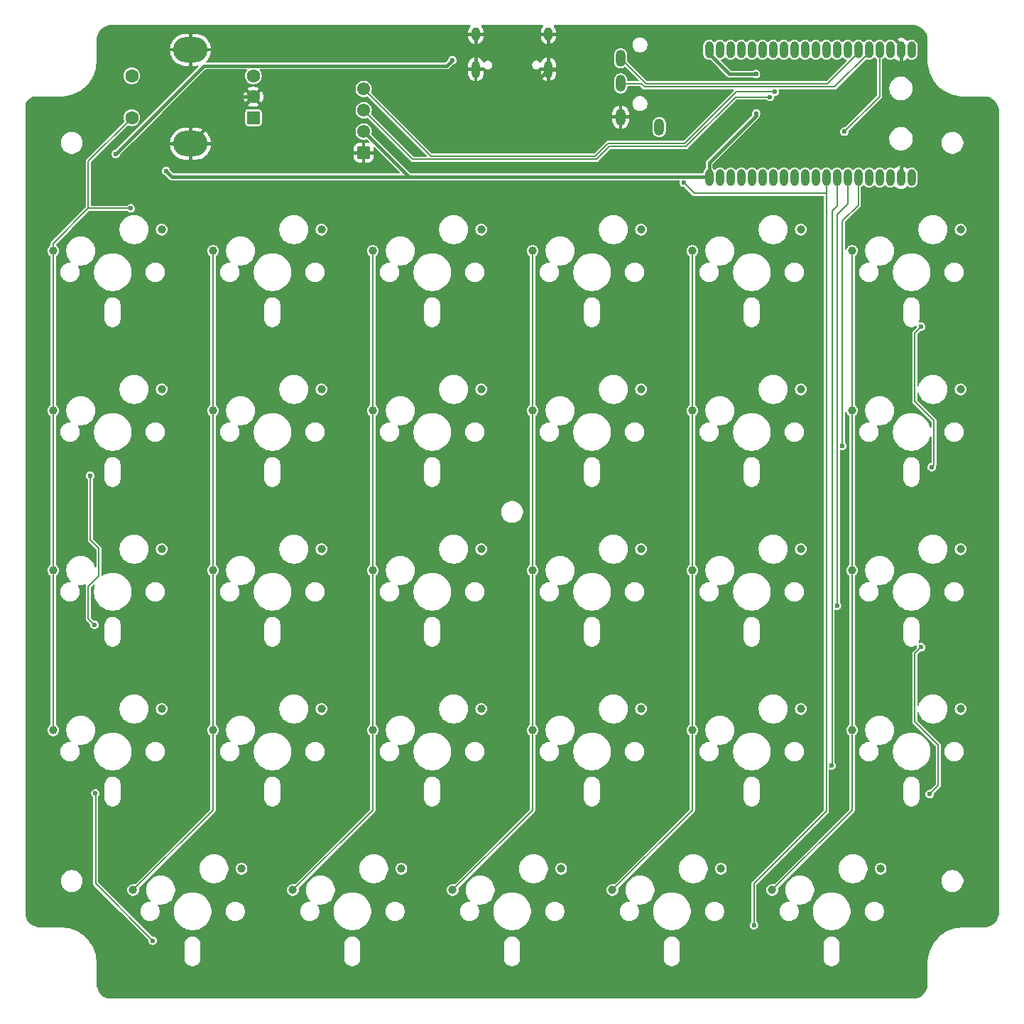
<source format=gbr>
%TF.GenerationSoftware,KiCad,Pcbnew,8.0.4*%
%TF.CreationDate,2024-09-16T13:50:05+09:00*%
%TF.ProjectId,yuiop29re,7975696f-7032-4397-9265-2e6b69636164,1*%
%TF.SameCoordinates,Original*%
%TF.FileFunction,Copper,L1,Top*%
%TF.FilePolarity,Positive*%
%FSLAX46Y46*%
G04 Gerber Fmt 4.6, Leading zero omitted, Abs format (unit mm)*
G04 Created by KiCad (PCBNEW 8.0.4) date 2024-09-16 13:50:05*
%MOMM*%
%LPD*%
G01*
G04 APERTURE LIST*
G04 Aperture macros list*
%AMRoundRect*
0 Rectangle with rounded corners*
0 $1 Rounding radius*
0 $2 $3 $4 $5 $6 $7 $8 $9 X,Y pos of 4 corners*
0 Add a 4 corners polygon primitive as box body*
4,1,4,$2,$3,$4,$5,$6,$7,$8,$9,$2,$3,0*
0 Add four circle primitives for the rounded corners*
1,1,$1+$1,$2,$3*
1,1,$1+$1,$4,$5*
1,1,$1+$1,$6,$7*
1,1,$1+$1,$8,$9*
0 Add four rect primitives between the rounded corners*
20,1,$1+$1,$2,$3,$4,$5,0*
20,1,$1+$1,$4,$5,$6,$7,0*
20,1,$1+$1,$6,$7,$8,$9,0*
20,1,$1+$1,$8,$9,$2,$3,0*%
G04 Aperture macros list end*
%TA.AperFunction,ComponentPad*%
%ADD10C,1.000000*%
%TD*%
%TA.AperFunction,ComponentPad*%
%ADD11O,1.000000X2.000000*%
%TD*%
%TA.AperFunction,ComponentPad*%
%ADD12RoundRect,0.250000X0.550000X0.550000X-0.550000X0.550000X-0.550000X-0.550000X0.550000X-0.550000X0*%
%TD*%
%TA.AperFunction,ComponentPad*%
%ADD13C,1.600000*%
%TD*%
%TA.AperFunction,ComponentPad*%
%ADD14O,4.100000X3.000000*%
%TD*%
%TA.AperFunction,ComponentPad*%
%ADD15RoundRect,0.250000X-0.525000X0.525000X-0.525000X-0.525000X0.525000X-0.525000X0.525000X0.525000X0*%
%TD*%
%TA.AperFunction,ComponentPad*%
%ADD16C,1.550000*%
%TD*%
%TA.AperFunction,ComponentPad*%
%ADD17O,1.200000X2.000000*%
%TD*%
%TA.AperFunction,ComponentPad*%
%ADD18O,1.000000X1.600000*%
%TD*%
%TA.AperFunction,ComponentPad*%
%ADD19O,1.000000X2.100000*%
%TD*%
%TA.AperFunction,ViaPad*%
%ADD20C,0.600000*%
%TD*%
%TA.AperFunction,ViaPad*%
%ADD21C,0.800000*%
%TD*%
%TA.AperFunction,Conductor*%
%ADD22C,0.400000*%
%TD*%
%TA.AperFunction,Conductor*%
%ADD23C,0.200000*%
%TD*%
G04 APERTURE END LIST*
D10*
%TO.P,KSW12,1,1*%
%TO.N,/COL6*%
X190540000Y-87935000D03*
%TO.P,KSW12,2,2*%
%TO.N,Net-(D12-A)*%
X203467000Y-85395000D03*
%TD*%
D11*
%TO.P,U1,1,+3V3*%
%TO.N,/3V3*%
X173495000Y-60122000D03*
%TO.P,U1,2,GP0*%
%TO.N,/LED_D_3V3*%
X174765000Y-60122000D03*
%TO.P,U1,3,GP1*%
%TO.N,unconnected-(U1-GP1-Pad3)*%
X176035000Y-60122000D03*
%TO.P,U1,4,GP2*%
%TO.N,/RE1_A*%
X177305000Y-60122000D03*
%TO.P,U1,5,GP3*%
%TO.N,/RE1_B*%
X178575000Y-60122000D03*
%TO.P,U1,6,GP4*%
%TO.N,/COL1*%
X179845000Y-60122000D03*
%TO.P,U1,7,GP5*%
%TO.N,/COL2*%
X181115000Y-60122000D03*
%TO.P,U1,8,GP6*%
%TO.N,/COL3*%
X182385000Y-60122000D03*
%TO.P,U1,9,GP7*%
%TO.N,/COL4*%
X183655000Y-60122000D03*
%TO.P,U1,10,GP8*%
%TO.N,/COL5*%
X184925000Y-60122000D03*
%TO.P,U1,11,GP9*%
%TO.N,/COL6*%
X186195000Y-60122000D03*
%TO.P,U1,12,GP10*%
%TO.N,/ROW5*%
X187465000Y-60122000D03*
%TO.P,U1,13,GP11*%
%TO.N,/ROW4*%
X188735000Y-60122000D03*
%TO.P,U1,14,GP12*%
%TO.N,/ROW3*%
X190005000Y-60122000D03*
%TO.P,U1,15,GP13*%
%TO.N,/ROW2*%
X191275000Y-60122000D03*
%TO.P,U1,16,GP14*%
%TO.N,/ROW1*%
X192545000Y-60122000D03*
%TO.P,U1,17,GP15*%
%TO.N,unconnected-(U1-GP15-Pad17)*%
X193815000Y-60122000D03*
%TO.P,U1,18,RESET*%
%TO.N,unconnected-(U1-RESET-Pad18)*%
X195085000Y-60122000D03*
%TO.P,U1,19,GND*%
%TO.N,GND*%
X196355000Y-60122000D03*
%TO.P,U1,20,SWCLK*%
%TO.N,/SWDCLK*%
X197625000Y-60122000D03*
%TO.P,U1,21,SWDIO*%
%TO.N,/SWDIO*%
X197625000Y-44882000D03*
%TO.P,U1,22,GND*%
%TO.N,GND*%
X196355000Y-44882000D03*
%TO.P,U1,23,GP16*%
%TO.N,/UART0_TX*%
X195085000Y-44882000D03*
%TO.P,U1,24,GP17*%
%TO.N,/UART0_RX*%
X193815000Y-44882000D03*
%TO.P,U1,25,GP18*%
%TO.N,/I2C1_SDA*%
X192545000Y-44882000D03*
%TO.P,U1,26,GP19*%
%TO.N,/I2C1_SCLK*%
X191275000Y-44882000D03*
%TO.P,U1,27,GP20*%
%TO.N,/I2C0_SDA*%
X190005000Y-44882000D03*
%TO.P,U1,28,GP21*%
%TO.N,/I2C0_SCLK*%
X188735000Y-44882000D03*
%TO.P,U1,29,GP22*%
%TO.N,unconnected-(U1-GP22-Pad29)*%
X187465000Y-44882000D03*
%TO.P,U1,30,GP23*%
%TO.N,unconnected-(U1-GP23-Pad30)*%
X186195000Y-44882000D03*
%TO.P,U1,31,GP24*%
%TO.N,unconnected-(U1-GP24-Pad31)*%
X184925000Y-44882000D03*
%TO.P,U1,32,GP25*%
%TO.N,unconnected-(U1-GP25-Pad32)*%
X183655000Y-44882000D03*
%TO.P,U1,33,GP26*%
%TO.N,unconnected-(U1-GP26-Pad33)*%
X182385000Y-44882000D03*
%TO.P,U1,34,GP27*%
%TO.N,unconnected-(U1-GP27-Pad34)*%
X181115000Y-44882000D03*
%TO.P,U1,35,GP28*%
%TO.N,unconnected-(U1-GP28-Pad35)*%
X179845000Y-44882000D03*
%TO.P,U1,36,GP29*%
%TO.N,unconnected-(U1-GP29-Pad36)*%
X178575000Y-44882000D03*
%TO.P,U1,37,USB_DM*%
%TO.N,Net-(U1-USB_DM)*%
X177305000Y-44882000D03*
%TO.P,U1,38,USB_DP*%
%TO.N,Net-(U1-USB_DP)*%
X176035000Y-44882000D03*
%TO.P,U1,39,VBUS*%
%TO.N,/5V0*%
X174765000Y-44882000D03*
%TO.P,U1,40,+3V3*%
%TO.N,/3V3*%
X173495000Y-44882000D03*
%TD*%
D10*
%TO.P,KSW21,1,1*%
%TO.N,/COL3*%
X133390000Y-126035000D03*
%TO.P,KSW21,2,2*%
%TO.N,Net-(D21-A)*%
X146317000Y-123495000D03*
%TD*%
%TO.P,KSW16,1,1*%
%TO.N,/COL4*%
X152440000Y-106985000D03*
%TO.P,KSW16,2,2*%
%TO.N,Net-(D16-A)*%
X165367000Y-104445000D03*
%TD*%
%TO.P,KSW11,1,1*%
%TO.N,/COL5*%
X171490000Y-87935000D03*
%TO.P,KSW11,2,2*%
%TO.N,Net-(D11-A)*%
X184417000Y-85395000D03*
%TD*%
%TO.P,KSW15,1,1*%
%TO.N,/COL3*%
X133390000Y-106985000D03*
%TO.P,KSW15,2,2*%
%TO.N,Net-(D15-A)*%
X146317000Y-104445000D03*
%TD*%
%TO.P,KSW9,1,1*%
%TO.N,/COL3*%
X133390000Y-87935000D03*
%TO.P,KSW9,2,2*%
%TO.N,Net-(D9-A)*%
X146317000Y-85395000D03*
%TD*%
%TO.P,KSW18,1,1*%
%TO.N,/COL6*%
X190540000Y-106985000D03*
%TO.P,KSW18,2,2*%
%TO.N,Net-(D18-A)*%
X203467000Y-104445000D03*
%TD*%
%TO.P,KSW1,1,1*%
%TO.N,/COL1*%
X95290000Y-68885000D03*
%TO.P,KSW1,2,2*%
%TO.N,Net-(D1-A)*%
X108217000Y-66345000D03*
%TD*%
%TO.P,KSW27,1,1*%
%TO.N,/COL4*%
X142915000Y-145085000D03*
%TO.P,KSW27,2,2*%
%TO.N,Net-(D27-A)*%
X155842000Y-142545000D03*
%TD*%
%TO.P,KSW24,1,1*%
%TO.N,/COL6*%
X190540000Y-126035000D03*
%TO.P,KSW24,2,2*%
%TO.N,Net-(D24-A)*%
X203467000Y-123495000D03*
%TD*%
%TO.P,KSW28,1,1*%
%TO.N,/COL5*%
X161965000Y-145085000D03*
%TO.P,KSW28,2,2*%
%TO.N,Net-(D28-A)*%
X174892000Y-142545000D03*
%TD*%
%TO.P,KSW25,1,1*%
%TO.N,/COL2*%
X104815000Y-145085000D03*
%TO.P,KSW25,2,2*%
%TO.N,Net-(D25-A)*%
X117742000Y-142545000D03*
%TD*%
D12*
%TO.P,RE1,A,A*%
%TO.N,/RE1_A*%
X119150000Y-53000000D03*
D13*
%TO.P,RE1,B,B*%
%TO.N,/RE1_B*%
X119150000Y-48000000D03*
%TO.P,RE1,C,C*%
%TO.N,GND*%
X119150000Y-50500000D03*
%TO.P,RE1,S1,S1*%
%TO.N,/COL1*%
X104650000Y-53000000D03*
%TO.P,RE1,S2,S2*%
%TO.N,Net-(D30-A)*%
X104650000Y-48000000D03*
D14*
%TO.P,RE1,SH,SH*%
%TO.N,GND*%
X111650000Y-56100000D03*
X111650000Y-44900000D03*
%TD*%
D10*
%TO.P,KSW10,1,1*%
%TO.N,/COL4*%
X152440000Y-87935000D03*
%TO.P,KSW10,2,2*%
%TO.N,Net-(D10-A)*%
X165367000Y-85395000D03*
%TD*%
%TO.P,KSW19,1,1*%
%TO.N,/COL1*%
X95290000Y-126035000D03*
%TO.P,KSW19,2,2*%
%TO.N,Net-(D19-A)*%
X108217000Y-123495000D03*
%TD*%
%TO.P,KSW4,1,1*%
%TO.N,/COL4*%
X152440000Y-68885000D03*
%TO.P,KSW4,2,2*%
%TO.N,Net-(D4-A)*%
X165367000Y-66345000D03*
%TD*%
%TO.P,KSW22,1,1*%
%TO.N,/COL4*%
X152440000Y-126035000D03*
%TO.P,KSW22,2,2*%
%TO.N,Net-(D22-A)*%
X165367000Y-123495000D03*
%TD*%
%TO.P,KSW14,1,1*%
%TO.N,/COL2*%
X114340000Y-106985000D03*
%TO.P,KSW14,2,2*%
%TO.N,Net-(D14-A)*%
X127267000Y-104445000D03*
%TD*%
%TO.P,KSW20,1,1*%
%TO.N,/COL2*%
X114340000Y-126035000D03*
%TO.P,KSW20,2,2*%
%TO.N,Net-(D20-A)*%
X127267000Y-123495000D03*
%TD*%
D15*
%TO.P,J2,GND,Pin_1*%
%TO.N,GND*%
X132300000Y-57185000D03*
D16*
%TO.P,J2,SCL,Pin_3*%
%TO.N,/I2C0_SCLK*%
X132300000Y-52105000D03*
%TO.P,J2,SDA,Pin_4*%
%TO.N,/I2C0_SDA*%
X132300000Y-49565000D03*
%TO.P,J2,VCC,Pin_2*%
%TO.N,/3V3*%
X132300000Y-54645000D03*
%TD*%
D10*
%TO.P,KSW13,1,1*%
%TO.N,/COL1*%
X95290000Y-106985000D03*
%TO.P,KSW13,2,2*%
%TO.N,Net-(D13-A)*%
X108217000Y-104445000D03*
%TD*%
%TO.P,KSW23,1,1*%
%TO.N,/COL5*%
X171490000Y-126035000D03*
%TO.P,KSW23,2,2*%
%TO.N,Net-(D23-A)*%
X184417000Y-123495000D03*
%TD*%
%TO.P,KSW29,1,1*%
%TO.N,/COL6*%
X181015000Y-145085000D03*
%TO.P,KSW29,2,2*%
%TO.N,Net-(D29-A)*%
X193942000Y-142545000D03*
%TD*%
%TO.P,KSW6,1,1*%
%TO.N,/COL6*%
X190540000Y-68885000D03*
%TO.P,KSW6,2,2*%
%TO.N,Net-(D6-A)*%
X203467000Y-66345000D03*
%TD*%
%TO.P,KSW2,1,1*%
%TO.N,/COL2*%
X114340000Y-68885000D03*
%TO.P,KSW2,2,2*%
%TO.N,Net-(D2-A)*%
X127267000Y-66345000D03*
%TD*%
%TO.P,KSW3,1,1*%
%TO.N,/COL3*%
X133390000Y-68885000D03*
%TO.P,KSW3,2,2*%
%TO.N,Net-(D3-A)*%
X146317000Y-66345000D03*
%TD*%
%TO.P,KSW17,1,1*%
%TO.N,/COL5*%
X171490000Y-106985000D03*
%TO.P,KSW17,2,2*%
%TO.N,Net-(D17-A)*%
X184417000Y-104445000D03*
%TD*%
%TO.P,KSW7,1,1*%
%TO.N,/COL1*%
X95290000Y-87935000D03*
%TO.P,KSW7,2,2*%
%TO.N,Net-(D7-A)*%
X108217000Y-85395000D03*
%TD*%
%TO.P,KSW5,1,1*%
%TO.N,/COL5*%
X171490000Y-68885000D03*
%TO.P,KSW5,2,2*%
%TO.N,Net-(D5-A)*%
X184417000Y-66345000D03*
%TD*%
%TO.P,KSW26,1,1*%
%TO.N,/COL3*%
X123865000Y-145085000D03*
%TO.P,KSW26,2,2*%
%TO.N,Net-(D26-A)*%
X136792000Y-142545000D03*
%TD*%
%TO.P,KSW8,1,1*%
%TO.N,/COL2*%
X114340000Y-87935000D03*
%TO.P,KSW8,2,2*%
%TO.N,Net-(D8-A)*%
X127267000Y-85395000D03*
%TD*%
D17*
%TO.P,J3,R1*%
%TO.N,/I2C1_SDA*%
X162940000Y-48916000D03*
%TO.P,J3,R2*%
%TO.N,/I2C1_SCLK*%
X162940000Y-45916000D03*
%TO.P,J3,S*%
%TO.N,/5V0*%
X167540000Y-54116000D03*
%TO.P,J3,T*%
%TO.N,GND*%
X162940000Y-52916000D03*
%TD*%
D18*
%TO.P,J1,S1,SHIELD*%
%TO.N,GND*%
X145680000Y-43045000D03*
D19*
X145680000Y-47225000D03*
D18*
X154320000Y-43045000D03*
D19*
X154320000Y-47225000D03*
%TD*%
D20*
%TO.N,GND*%
X194450000Y-138100000D03*
X97612500Y-138100000D03*
X124600000Y-92062500D03*
X100787500Y-66662500D03*
X140475000Y-66662500D03*
D21*
X148730000Y-51153000D03*
D20*
X162700000Y-130162500D03*
X159525000Y-66662500D03*
X159525000Y-100000000D03*
X97612500Y-100000000D03*
X137300000Y-138100000D03*
X156350000Y-138100000D03*
X192862500Y-65075000D03*
X121425000Y-100000000D03*
X169050000Y-44437500D03*
X196037500Y-52375000D03*
X175400000Y-138100000D03*
X181750000Y-92062500D03*
X97612500Y-74600000D03*
X140475000Y-100000000D03*
X181750000Y-53962500D03*
X178575000Y-66662500D03*
X178575000Y-100000000D03*
D21*
X149873000Y-119825000D03*
X96914000Y-81966000D03*
D20*
X181750000Y-130162500D03*
X118250000Y-138100000D03*
X162700000Y-92062500D03*
D21*
X148730000Y-113737500D03*
D20*
X143650000Y-92062500D03*
D21*
X158890000Y-49962000D03*
X103645000Y-74473000D03*
D20*
X157937500Y-53962500D03*
X97612500Y-119050000D03*
X197625000Y-100000000D03*
X121425000Y-66662500D03*
X124600000Y-130162500D03*
X143650000Y-130162500D03*
%TO.N,/5V0*%
X142888000Y-46152000D03*
X102756000Y-57328000D03*
%TO.N,/ROW2*%
X189370000Y-92125000D03*
%TO.N,/ROW3*%
X188735000Y-111175000D03*
%TO.N,/ROW4*%
X188100000Y-130225000D03*
%TO.N,/ROW5*%
X170447000Y-60757000D03*
X178829000Y-149275000D03*
%TO.N,/I2C0_SDA*%
X181305500Y-49927000D03*
%TO.N,/3V3*%
X179083000Y-47803000D03*
X179083000Y-52500000D03*
X108725000Y-59360000D03*
%TO.N,/I2C0_SCLK*%
X180725446Y-50527000D03*
%TO.N,/COL1*%
X104534000Y-63805000D03*
%TO.N,Net-(LED6-DOUT)*%
X200038000Y-94666000D03*
X198768000Y-77902000D03*
%TO.N,Net-(LED12-DOUT)*%
X100216000Y-113462000D03*
X99708000Y-95682000D03*
%TO.N,Net-(LED18-DOUT)*%
X198768000Y-116129000D03*
X199784000Y-133655000D03*
%TO.N,Net-(LED24-DOUT)*%
X107137500Y-151117500D03*
X100324998Y-133548750D03*
%TO.N,/UART0_RX*%
X189624000Y-54661000D03*
%TD*%
D22*
%TO.N,GND*%
X196355000Y-60122000D02*
X196355000Y-58852000D01*
X96914000Y-78156000D02*
X100978000Y-74092000D01*
X154320000Y-43045000D02*
X154320000Y-47225000D01*
X196355000Y-44379208D02*
X196355000Y-44882000D01*
X196355000Y-58852000D02*
X198895000Y-56312000D01*
X100978000Y-74092000D02*
X103264000Y-74092000D01*
X154320000Y-47225000D02*
X156153000Y-47225000D01*
X145680000Y-43045000D02*
X154320000Y-43045000D01*
X96914000Y-81966000D02*
X96914000Y-78156000D01*
X196355000Y-46279000D02*
X196355000Y-44882000D01*
X145680000Y-43045000D02*
X145680000Y-47225000D01*
X148730000Y-118682000D02*
X149873000Y-119825000D01*
X198895000Y-56312000D02*
X198895000Y-48819000D01*
X154320000Y-43045000D02*
X195020792Y-43045000D01*
X117250000Y-50500000D02*
X111650000Y-56100000D01*
X195020792Y-43045000D02*
X196355000Y-44379208D01*
X156153000Y-47225000D02*
X158890000Y-49962000D01*
X150392000Y-51153000D02*
X148730000Y-51153000D01*
X103264000Y-74092000D02*
X103645000Y-74473000D01*
X148730000Y-113737500D02*
X148730000Y-118682000D01*
X154320000Y-47225000D02*
X150392000Y-51153000D01*
X198895000Y-48819000D02*
X196355000Y-46279000D01*
X119150000Y-50500000D02*
X117250000Y-50500000D01*
%TO.N,/5V0*%
X142240000Y-46800000D02*
X113284000Y-46800000D01*
X142888000Y-46152000D02*
X142240000Y-46800000D01*
X113284000Y-46800000D02*
X102756000Y-57328000D01*
D23*
%TO.N,/ROW2*%
X189370000Y-65329000D02*
X191275000Y-63424000D01*
X189370000Y-92125000D02*
X189370000Y-65329000D01*
X191275000Y-63424000D02*
X191275000Y-60122000D01*
%TO.N,/ROW3*%
X188770000Y-111140000D02*
X188770000Y-64532000D01*
X190005000Y-63297000D02*
X190005000Y-60122000D01*
X188735000Y-111175000D02*
X188770000Y-111140000D01*
X188770000Y-64532000D02*
X190005000Y-63297000D01*
%TO.N,/ROW4*%
X188735000Y-60122000D02*
X188735000Y-63551000D01*
X188135000Y-130190000D02*
X188100000Y-130225000D01*
X188735000Y-63551000D02*
X188135000Y-64151000D01*
X188135000Y-64151000D02*
X188135000Y-130190000D01*
%TO.N,/ROW5*%
X187465000Y-62027000D02*
X171717000Y-62027000D01*
X187465000Y-62027000D02*
X187465000Y-135687000D01*
X178829000Y-144323000D02*
X178829000Y-149275000D01*
X171717000Y-62027000D02*
X170447000Y-60757000D01*
X187465000Y-135687000D02*
X178829000Y-144323000D01*
X187465000Y-60122000D02*
X187465000Y-62027000D01*
%TO.N,/I2C0_SDA*%
X140298000Y-57563000D02*
X132300000Y-49565000D01*
X161449000Y-56039000D02*
X159925000Y-57563000D01*
X181305500Y-49927000D02*
X176705000Y-49927000D01*
X159925000Y-57563000D02*
X140298000Y-57563000D01*
X170593000Y-56039000D02*
X161449000Y-56039000D01*
X176705000Y-49927000D02*
X170593000Y-56039000D01*
D22*
%TO.N,/3V3*%
X132331000Y-54645000D02*
X137743000Y-60057000D01*
X173495000Y-45384792D02*
X175913208Y-47803000D01*
X146506000Y-60057000D02*
X109422000Y-60057000D01*
X175913208Y-47803000D02*
X179083000Y-47803000D01*
X179083000Y-52756000D02*
X173495000Y-58344000D01*
X179083000Y-52500000D02*
X179083000Y-52756000D01*
X173495000Y-44882000D02*
X173495000Y-45384792D01*
X109422000Y-60057000D02*
X108725000Y-59360000D01*
X146506000Y-60057000D02*
X173430000Y-60057000D01*
X132300000Y-54645000D02*
X132331000Y-54645000D01*
X173495000Y-58344000D02*
X173495000Y-60122000D01*
X173430000Y-60057000D02*
X173495000Y-60122000D01*
X137743000Y-60057000D02*
X146506000Y-60057000D01*
D23*
%TO.N,/I2C0_SCLK*%
X161614686Y-56439000D02*
X160090686Y-57963000D01*
X160090686Y-57963000D02*
X138158000Y-57963000D01*
X170758686Y-56439000D02*
X161614686Y-56439000D01*
X180725446Y-50527000D02*
X176670686Y-50527000D01*
X138158000Y-57963000D02*
X132300000Y-52105000D01*
X176670686Y-50527000D02*
X170758686Y-56439000D01*
%TO.N,/I2C1_SDA*%
X162970000Y-48946000D02*
X162940000Y-48916000D01*
X165404314Y-48946000D02*
X162970000Y-48946000D01*
X165785314Y-49327000D02*
X165404314Y-48946000D01*
X188461371Y-49327000D02*
X165785314Y-49327000D01*
X192545000Y-44882000D02*
X192545000Y-45243371D01*
X192545000Y-45243371D02*
X188461371Y-49327000D01*
%TO.N,/I2C1_SCLK*%
X191275000Y-44882000D02*
X191275000Y-45243371D01*
X187591371Y-48927000D02*
X165951000Y-48927000D01*
X191275000Y-45243371D02*
X187591371Y-48927000D01*
X165951000Y-48927000D02*
X162940000Y-45916000D01*
%TO.N,/COL1*%
X95290000Y-126035000D02*
X95290000Y-106985000D01*
X104534000Y-63805000D02*
X99454000Y-63805000D01*
X104650000Y-53000000D02*
X99454000Y-58196000D01*
X99454000Y-58196000D02*
X99454000Y-63805000D01*
X95290000Y-87935000D02*
X95290000Y-68885000D01*
X95290000Y-106985000D02*
X95290000Y-87935000D01*
X99454000Y-63805000D02*
X95290000Y-67969000D01*
X95290000Y-67969000D02*
X95290000Y-68885000D01*
%TO.N,/COL2*%
X104815000Y-145085000D02*
X114340000Y-135560000D01*
X114340000Y-135560000D02*
X114340000Y-126035000D01*
X114340000Y-87935000D02*
X114340000Y-68885000D01*
X114340000Y-106985000D02*
X114340000Y-87935000D01*
X114340000Y-126035000D02*
X114340000Y-106985000D01*
%TO.N,/COL3*%
X133390000Y-126035000D02*
X133390000Y-106985000D01*
X133390000Y-87935000D02*
X133390000Y-68885000D01*
X123865000Y-145085000D02*
X133390000Y-135560000D01*
X133390000Y-135560000D02*
X133390000Y-126035000D01*
X133390000Y-106985000D02*
X133390000Y-87935000D01*
%TO.N,/COL4*%
X152440000Y-87935000D02*
X152440000Y-68885000D01*
X152440000Y-106985000D02*
X152440000Y-87935000D01*
X152440000Y-135560000D02*
X152440000Y-126035000D01*
X152440000Y-126035000D02*
X152440000Y-106985000D01*
X142915000Y-145085000D02*
X152440000Y-135560000D01*
%TO.N,/COL5*%
X171490000Y-135560000D02*
X171490000Y-126035000D01*
X161965000Y-145085000D02*
X171490000Y-135560000D01*
X171490000Y-126035000D02*
X171490000Y-106985000D01*
X171490000Y-106985000D02*
X171490000Y-87935000D01*
X171490000Y-87935000D02*
X171490000Y-68885000D01*
%TO.N,/COL6*%
X190540000Y-126035000D02*
X190540000Y-106985000D01*
X190540000Y-87935000D02*
X190540000Y-68885000D01*
X181015000Y-145085000D02*
X190540000Y-135560000D01*
X190540000Y-106985000D02*
X190540000Y-87935000D01*
X190540000Y-135560000D02*
X190540000Y-126035000D01*
%TO.N,Net-(LED6-DOUT)*%
X198768000Y-77902000D02*
X198006000Y-78664000D01*
X200292000Y-89078000D02*
X200292000Y-94412000D01*
X198006000Y-78664000D02*
X198006000Y-86792000D01*
X200292000Y-94412000D02*
X200038000Y-94666000D01*
X198006000Y-86792000D02*
X200292000Y-89078000D01*
%TO.N,Net-(LED12-DOUT)*%
X99454000Y-112700000D02*
X100216000Y-113462000D01*
X100724000Y-104318000D02*
X100724000Y-107609299D01*
X99708000Y-95682000D02*
X99708000Y-103302000D01*
X99708000Y-103302000D02*
X100724000Y-104318000D01*
X99454000Y-108879299D02*
X99454000Y-112700000D01*
X100724000Y-107609299D02*
X99454000Y-108879299D01*
%TO.N,Net-(LED18-DOUT)*%
X200800000Y-132639000D02*
X200800000Y-127813000D01*
X198006000Y-116891000D02*
X198768000Y-116129000D01*
X198006000Y-125019000D02*
X198006000Y-116891000D01*
X200800000Y-127813000D02*
X198006000Y-125019000D01*
X199784000Y-133655000D02*
X200800000Y-132639000D01*
%TO.N,Net-(LED24-DOUT)*%
X100343000Y-144323000D02*
X107137500Y-151117500D01*
X100324998Y-133548750D02*
X100343000Y-133566752D01*
X100343000Y-133566752D02*
X100343000Y-144323000D01*
%TO.N,/UART0_RX*%
X193815000Y-44882000D02*
X193815000Y-50470000D01*
X193815000Y-50470000D02*
X189624000Y-54661000D01*
%TD*%
%TA.AperFunction,Conductor*%
%TO.N,GND*%
G36*
X145020891Y-41969407D02*
G01*
X145056855Y-42018907D01*
X145056855Y-42080093D01*
X145032704Y-42119504D01*
X144980923Y-42171284D01*
X144882429Y-42318691D01*
X144814586Y-42482478D01*
X144814586Y-42482480D01*
X144780000Y-42656355D01*
X144780000Y-42844999D01*
X144780001Y-42845000D01*
X145380000Y-42845000D01*
X145380000Y-43245000D01*
X144780001Y-43245000D01*
X144780000Y-43245001D01*
X144780000Y-43433644D01*
X144814586Y-43607519D01*
X144814586Y-43607521D01*
X144882429Y-43771308D01*
X144980923Y-43918715D01*
X145106284Y-44044076D01*
X145253691Y-44142570D01*
X145417473Y-44210411D01*
X145417484Y-44210414D01*
X145480000Y-44222848D01*
X145480000Y-43569265D01*
X145495795Y-43585060D01*
X145564204Y-43624556D01*
X145640504Y-43645000D01*
X145719496Y-43645000D01*
X145795796Y-43624556D01*
X145864205Y-43585060D01*
X145880000Y-43569265D01*
X145880000Y-44222847D01*
X145942515Y-44210414D01*
X145942526Y-44210411D01*
X146106308Y-44142570D01*
X146253715Y-44044076D01*
X146379076Y-43918715D01*
X146477570Y-43771308D01*
X146545413Y-43607521D01*
X146545413Y-43607519D01*
X146579999Y-43433644D01*
X146580000Y-43433641D01*
X146580000Y-43245001D01*
X146579999Y-43245000D01*
X145980000Y-43245000D01*
X145980000Y-42845000D01*
X146579999Y-42845000D01*
X146580000Y-42844999D01*
X146580000Y-42656358D01*
X146579999Y-42656355D01*
X146545413Y-42482480D01*
X146545413Y-42482478D01*
X146477570Y-42318691D01*
X146379076Y-42171284D01*
X146327296Y-42119504D01*
X146299519Y-42064987D01*
X146309090Y-42004555D01*
X146352355Y-41961290D01*
X146397300Y-41950500D01*
X153602700Y-41950500D01*
X153660891Y-41969407D01*
X153696855Y-42018907D01*
X153696855Y-42080093D01*
X153672704Y-42119504D01*
X153620923Y-42171284D01*
X153522429Y-42318691D01*
X153454586Y-42482478D01*
X153454586Y-42482480D01*
X153420000Y-42656355D01*
X153420000Y-42844999D01*
X153420001Y-42845000D01*
X154020000Y-42845000D01*
X154020000Y-43245000D01*
X153420001Y-43245000D01*
X153420000Y-43245001D01*
X153420000Y-43433644D01*
X153454586Y-43607519D01*
X153454586Y-43607521D01*
X153522429Y-43771308D01*
X153620923Y-43918715D01*
X153746284Y-44044076D01*
X153893691Y-44142570D01*
X154057473Y-44210411D01*
X154057484Y-44210414D01*
X154120000Y-44222848D01*
X154120000Y-43569265D01*
X154135795Y-43585060D01*
X154204204Y-43624556D01*
X154280504Y-43645000D01*
X154359496Y-43645000D01*
X154435796Y-43624556D01*
X154504205Y-43585060D01*
X154520000Y-43569265D01*
X154520000Y-44222847D01*
X154582515Y-44210414D01*
X154582526Y-44210411D01*
X154746308Y-44142570D01*
X154893715Y-44044076D01*
X155019076Y-43918715D01*
X155117570Y-43771308D01*
X155185413Y-43607521D01*
X155185413Y-43607519D01*
X155219999Y-43433644D01*
X155220000Y-43433641D01*
X155220000Y-43245001D01*
X155219999Y-43245000D01*
X154620000Y-43245000D01*
X154620000Y-42845000D01*
X155219999Y-42845000D01*
X155220000Y-42844999D01*
X155220000Y-42656358D01*
X155219999Y-42656355D01*
X155185413Y-42482480D01*
X155185413Y-42482478D01*
X155117570Y-42318691D01*
X155019076Y-42171284D01*
X154967296Y-42119504D01*
X154939519Y-42064987D01*
X154949090Y-42004555D01*
X154992355Y-41961290D01*
X155037300Y-41950500D01*
X197710118Y-41950500D01*
X197746759Y-41950500D01*
X197753234Y-41950712D01*
X197978412Y-41965470D01*
X197991237Y-41967159D01*
X198209386Y-42010551D01*
X198221886Y-42013900D01*
X198416881Y-42080093D01*
X198432500Y-42085395D01*
X198444463Y-42090351D01*
X198643926Y-42188715D01*
X198655142Y-42195190D01*
X198840072Y-42318757D01*
X198850345Y-42326640D01*
X199017560Y-42473282D01*
X199026717Y-42482439D01*
X199173359Y-42649654D01*
X199181242Y-42659927D01*
X199304809Y-42844857D01*
X199311284Y-42856073D01*
X199409648Y-43055536D01*
X199414604Y-43067499D01*
X199486097Y-43278108D01*
X199489449Y-43290617D01*
X199532839Y-43508755D01*
X199534529Y-43521594D01*
X199549288Y-43746765D01*
X199549500Y-43753240D01*
X199549500Y-46444205D01*
X199585337Y-46830948D01*
X199585338Y-46830957D01*
X199656704Y-47212730D01*
X199746870Y-47529628D01*
X199762997Y-47586309D01*
X199902131Y-47945456D01*
X199903309Y-47948495D01*
X200076427Y-48296165D01*
X200280893Y-48626387D01*
X200280895Y-48626390D01*
X200280896Y-48626391D01*
X200514961Y-48936343D01*
X200514965Y-48936347D01*
X200514967Y-48936350D01*
X200597150Y-49026500D01*
X200776625Y-49223375D01*
X200860679Y-49300000D01*
X200964715Y-49394842D01*
X201063657Y-49485039D01*
X201357369Y-49706840D01*
X201373612Y-49719106D01*
X201703834Y-49923572D01*
X202051504Y-50096690D01*
X202051508Y-50096691D01*
X202051517Y-50096696D01*
X202413691Y-50237003D01*
X202787266Y-50343294D01*
X202787270Y-50343295D01*
X202787269Y-50343295D01*
X203169042Y-50414661D01*
X203169045Y-50414661D01*
X203169054Y-50414663D01*
X203555799Y-50450500D01*
X203710118Y-50450500D01*
X206210118Y-50450500D01*
X206246759Y-50450500D01*
X206253234Y-50450712D01*
X206478412Y-50465470D01*
X206491237Y-50467159D01*
X206709386Y-50510551D01*
X206721886Y-50513900D01*
X206874852Y-50565826D01*
X206932500Y-50585395D01*
X206944463Y-50590351D01*
X207143926Y-50688715D01*
X207155142Y-50695190D01*
X207340072Y-50818757D01*
X207350345Y-50826640D01*
X207517560Y-50973282D01*
X207526715Y-50982437D01*
X207530673Y-50986950D01*
X207673359Y-51149654D01*
X207681242Y-51159927D01*
X207804809Y-51344857D01*
X207811284Y-51356073D01*
X207909648Y-51555536D01*
X207914604Y-51567499D01*
X207986097Y-51778108D01*
X207989449Y-51790617D01*
X208032839Y-52008755D01*
X208034529Y-52021594D01*
X208047304Y-52216499D01*
X208048611Y-52236444D01*
X208049288Y-52246765D01*
X208049500Y-52253240D01*
X208049500Y-147746759D01*
X208049288Y-147753234D01*
X208034529Y-147978405D01*
X208032839Y-147991244D01*
X207989449Y-148209382D01*
X207986097Y-148221891D01*
X207914604Y-148432500D01*
X207909648Y-148444463D01*
X207811284Y-148643926D01*
X207804809Y-148655142D01*
X207681242Y-148840072D01*
X207673359Y-148850345D01*
X207526717Y-149017560D01*
X207517560Y-149026717D01*
X207350345Y-149173359D01*
X207340072Y-149181242D01*
X207155142Y-149304809D01*
X207143926Y-149311284D01*
X206944463Y-149409648D01*
X206932500Y-149414604D01*
X206721891Y-149486097D01*
X206709382Y-149489449D01*
X206491244Y-149532839D01*
X206478405Y-149534529D01*
X206253234Y-149549288D01*
X206246759Y-149549500D01*
X203555794Y-149549500D01*
X203169051Y-149585337D01*
X203169042Y-149585338D01*
X202787269Y-149656704D01*
X202413693Y-149762996D01*
X202051504Y-149903309D01*
X201703834Y-150076427D01*
X201373612Y-150280893D01*
X201063649Y-150514967D01*
X200776632Y-150776618D01*
X200776618Y-150776632D01*
X200514967Y-151063649D01*
X200280893Y-151373612D01*
X200076427Y-151703834D01*
X199903309Y-152051504D01*
X199762996Y-152413693D01*
X199656704Y-152787269D01*
X199585338Y-153169042D01*
X199585337Y-153169051D01*
X199549500Y-153555794D01*
X199549500Y-156246759D01*
X199549288Y-156253234D01*
X199534529Y-156478405D01*
X199532839Y-156491244D01*
X199489449Y-156709382D01*
X199486097Y-156721891D01*
X199414604Y-156932500D01*
X199409648Y-156944463D01*
X199311284Y-157143926D01*
X199304809Y-157155142D01*
X199181242Y-157340072D01*
X199173359Y-157350345D01*
X199026717Y-157517560D01*
X199017560Y-157526717D01*
X198850345Y-157673359D01*
X198840072Y-157681242D01*
X198655142Y-157804809D01*
X198643926Y-157811284D01*
X198444463Y-157909648D01*
X198432500Y-157914604D01*
X198221891Y-157986097D01*
X198209382Y-157989449D01*
X197991244Y-158032839D01*
X197978405Y-158034529D01*
X197753234Y-158049288D01*
X197746759Y-158049500D01*
X102253241Y-158049500D01*
X102246766Y-158049288D01*
X102021594Y-158034529D01*
X102008755Y-158032839D01*
X101790617Y-157989449D01*
X101778108Y-157986097D01*
X101567499Y-157914604D01*
X101555536Y-157909648D01*
X101356073Y-157811284D01*
X101344857Y-157804809D01*
X101159927Y-157681242D01*
X101149654Y-157673359D01*
X100982439Y-157526717D01*
X100973282Y-157517560D01*
X100826640Y-157350345D01*
X100818757Y-157340072D01*
X100695190Y-157155142D01*
X100688715Y-157143926D01*
X100590351Y-156944463D01*
X100585395Y-156932500D01*
X100513902Y-156721891D01*
X100510550Y-156709382D01*
X100467159Y-156491237D01*
X100465470Y-156478405D01*
X100450712Y-156253234D01*
X100450500Y-156246759D01*
X100450500Y-153555803D01*
X100450500Y-153555799D01*
X100414663Y-153169054D01*
X100343294Y-152787266D01*
X100237003Y-152413691D01*
X100096696Y-152051517D01*
X100096690Y-152051504D01*
X99923572Y-151703834D01*
X99719106Y-151373612D01*
X99652378Y-151285250D01*
X99485039Y-151063657D01*
X99484757Y-151063348D01*
X99223381Y-150776632D01*
X99223375Y-150776625D01*
X99019569Y-150590831D01*
X98936350Y-150514967D01*
X98936347Y-150514965D01*
X98936343Y-150514961D01*
X98626391Y-150280896D01*
X98626390Y-150280895D01*
X98626387Y-150280893D01*
X98296165Y-150076427D01*
X97948495Y-149903309D01*
X97948486Y-149903305D01*
X97948483Y-149903304D01*
X97586309Y-149762997D01*
X97586307Y-149762996D01*
X97586306Y-149762996D01*
X97212729Y-149656704D01*
X97212730Y-149656704D01*
X96830957Y-149585338D01*
X96830948Y-149585337D01*
X96444205Y-149549500D01*
X96444201Y-149549500D01*
X96289882Y-149549500D01*
X93753241Y-149549500D01*
X93746766Y-149549288D01*
X93521594Y-149534529D01*
X93508755Y-149532839D01*
X93290617Y-149489449D01*
X93278108Y-149486097D01*
X93067499Y-149414604D01*
X93055536Y-149409648D01*
X92856073Y-149311284D01*
X92844857Y-149304809D01*
X92659927Y-149181242D01*
X92649654Y-149173359D01*
X92482439Y-149026717D01*
X92473282Y-149017560D01*
X92459309Y-149001627D01*
X92399961Y-148933952D01*
X92326640Y-148850345D01*
X92318757Y-148840072D01*
X92195190Y-148655142D01*
X92188715Y-148643926D01*
X92090351Y-148444463D01*
X92085395Y-148432500D01*
X92057374Y-148349953D01*
X92013900Y-148221886D01*
X92010550Y-148209382D01*
X91967159Y-147991237D01*
X91965470Y-147978405D01*
X91950712Y-147753234D01*
X91950500Y-147746759D01*
X91950500Y-143897644D01*
X96199500Y-143897644D01*
X96199500Y-144102355D01*
X96231521Y-144304529D01*
X96294778Y-144499214D01*
X96294778Y-144499215D01*
X96387712Y-144681609D01*
X96387714Y-144681613D01*
X96508029Y-144847213D01*
X96508031Y-144847215D01*
X96508034Y-144847219D01*
X96652781Y-144991966D01*
X96652784Y-144991968D01*
X96652786Y-144991970D01*
X96818386Y-145112285D01*
X96818390Y-145112287D01*
X97000781Y-145205220D01*
X97195466Y-145268477D01*
X97195467Y-145268477D01*
X97195470Y-145268478D01*
X97397645Y-145300500D01*
X97397648Y-145300500D01*
X97602355Y-145300500D01*
X97804529Y-145268478D01*
X97804530Y-145268477D01*
X97804534Y-145268477D01*
X97999219Y-145205220D01*
X98181610Y-145112287D01*
X98347219Y-144991966D01*
X98491966Y-144847219D01*
X98612287Y-144681610D01*
X98705220Y-144499219D01*
X98768477Y-144304534D01*
X98768478Y-144304529D01*
X98800500Y-144102355D01*
X98800500Y-143897644D01*
X98768478Y-143695470D01*
X98768477Y-143695466D01*
X98705220Y-143500781D01*
X98612287Y-143318390D01*
X98612285Y-143318386D01*
X98491970Y-143152786D01*
X98491968Y-143152784D01*
X98491966Y-143152781D01*
X98347219Y-143008034D01*
X98347215Y-143008031D01*
X98347213Y-143008029D01*
X98181613Y-142887714D01*
X98181609Y-142887712D01*
X97999219Y-142794780D01*
X97804529Y-142731521D01*
X97602355Y-142699500D01*
X97602352Y-142699500D01*
X97397648Y-142699500D01*
X97397645Y-142699500D01*
X97195470Y-142731521D01*
X97000780Y-142794780D01*
X96818390Y-142887712D01*
X96818386Y-142887714D01*
X96652786Y-143008029D01*
X96508029Y-143152786D01*
X96387714Y-143318386D01*
X96387712Y-143318390D01*
X96294780Y-143500780D01*
X96231521Y-143695470D01*
X96199500Y-143897644D01*
X91950500Y-143897644D01*
X91950500Y-133548747D01*
X99819351Y-133548747D01*
X99819351Y-133548752D01*
X99839832Y-133691206D01*
X99888356Y-133797456D01*
X99899621Y-133822123D01*
X99993870Y-133930893D01*
X99997020Y-133932917D01*
X99998998Y-133935336D01*
X99999224Y-133935532D01*
X99999190Y-133935570D01*
X100035753Y-133980280D01*
X100042500Y-134016203D01*
X100042500Y-144362564D01*
X100062978Y-144438988D01*
X100062979Y-144438989D01*
X100097751Y-144499215D01*
X100097753Y-144499221D01*
X100097754Y-144499221D01*
X100102536Y-144507505D01*
X100102538Y-144507508D01*
X100102540Y-144507511D01*
X103367534Y-147772505D01*
X106606953Y-151011924D01*
X106634730Y-151066441D01*
X106634941Y-151096014D01*
X106631854Y-151117497D01*
X106631853Y-151117502D01*
X106652334Y-151259956D01*
X106704239Y-151373609D01*
X106712123Y-151390873D01*
X106806372Y-151499643D01*
X106806373Y-151499644D01*
X106927442Y-151577450D01*
X106927447Y-151577453D01*
X107033903Y-151608711D01*
X107065535Y-151617999D01*
X107065536Y-151617999D01*
X107065539Y-151618000D01*
X107065541Y-151618000D01*
X107209459Y-151618000D01*
X107209461Y-151618000D01*
X107347553Y-151577453D01*
X107468628Y-151499643D01*
X107495283Y-151468881D01*
X110949500Y-151468881D01*
X110949500Y-153306118D01*
X110986026Y-153489749D01*
X111057677Y-153662729D01*
X111057681Y-153662738D01*
X111115989Y-153750000D01*
X111161698Y-153818408D01*
X111294092Y-153950802D01*
X111360463Y-153995149D01*
X111449761Y-154054818D01*
X111449767Y-154054820D01*
X111449769Y-154054822D01*
X111622749Y-154126473D01*
X111806384Y-154163000D01*
X111806385Y-154163000D01*
X111993615Y-154163000D01*
X111993616Y-154163000D01*
X112177251Y-154126473D01*
X112350231Y-154054822D01*
X112350234Y-154054819D01*
X112350238Y-154054818D01*
X112395187Y-154024782D01*
X112505908Y-153950802D01*
X112638302Y-153818408D01*
X112712282Y-153707687D01*
X112742318Y-153662738D01*
X112742319Y-153662734D01*
X112742322Y-153662731D01*
X112813973Y-153489751D01*
X112850500Y-153306116D01*
X112850500Y-151468884D01*
X112850499Y-151468881D01*
X129999500Y-151468881D01*
X129999500Y-153306118D01*
X130036026Y-153489749D01*
X130107677Y-153662729D01*
X130107681Y-153662738D01*
X130165989Y-153750000D01*
X130211698Y-153818408D01*
X130344092Y-153950802D01*
X130410463Y-153995149D01*
X130499761Y-154054818D01*
X130499767Y-154054820D01*
X130499769Y-154054822D01*
X130672749Y-154126473D01*
X130856384Y-154163000D01*
X130856385Y-154163000D01*
X131043615Y-154163000D01*
X131043616Y-154163000D01*
X131227251Y-154126473D01*
X131400231Y-154054822D01*
X131400234Y-154054819D01*
X131400238Y-154054818D01*
X131445187Y-154024782D01*
X131555908Y-153950802D01*
X131688302Y-153818408D01*
X131762282Y-153707687D01*
X131792318Y-153662738D01*
X131792319Y-153662734D01*
X131792322Y-153662731D01*
X131863973Y-153489751D01*
X131900500Y-153306116D01*
X131900500Y-151468884D01*
X131900499Y-151468881D01*
X149049500Y-151468881D01*
X149049500Y-153306118D01*
X149086026Y-153489749D01*
X149157677Y-153662729D01*
X149157681Y-153662738D01*
X149215989Y-153750000D01*
X149261698Y-153818408D01*
X149394092Y-153950802D01*
X149460463Y-153995149D01*
X149549761Y-154054818D01*
X149549767Y-154054820D01*
X149549769Y-154054822D01*
X149722749Y-154126473D01*
X149906384Y-154163000D01*
X149906385Y-154163000D01*
X150093615Y-154163000D01*
X150093616Y-154163000D01*
X150277251Y-154126473D01*
X150450231Y-154054822D01*
X150450234Y-154054819D01*
X150450238Y-154054818D01*
X150495187Y-154024782D01*
X150605908Y-153950802D01*
X150738302Y-153818408D01*
X150812282Y-153707687D01*
X150842318Y-153662738D01*
X150842319Y-153662734D01*
X150842322Y-153662731D01*
X150913973Y-153489751D01*
X150950500Y-153306116D01*
X150950500Y-151468884D01*
X150950499Y-151468881D01*
X168099500Y-151468881D01*
X168099500Y-153306118D01*
X168136026Y-153489749D01*
X168207677Y-153662729D01*
X168207681Y-153662738D01*
X168265989Y-153750000D01*
X168311698Y-153818408D01*
X168444092Y-153950802D01*
X168510463Y-153995149D01*
X168599761Y-154054818D01*
X168599767Y-154054820D01*
X168599769Y-154054822D01*
X168772749Y-154126473D01*
X168956384Y-154163000D01*
X168956385Y-154163000D01*
X169143615Y-154163000D01*
X169143616Y-154163000D01*
X169327251Y-154126473D01*
X169500231Y-154054822D01*
X169500234Y-154054819D01*
X169500238Y-154054818D01*
X169545187Y-154024782D01*
X169655908Y-153950802D01*
X169788302Y-153818408D01*
X169862282Y-153707687D01*
X169892318Y-153662738D01*
X169892319Y-153662734D01*
X169892322Y-153662731D01*
X169963973Y-153489751D01*
X170000500Y-153306116D01*
X170000500Y-151468884D01*
X170000499Y-151468881D01*
X187149500Y-151468881D01*
X187149500Y-153306118D01*
X187186026Y-153489749D01*
X187257677Y-153662729D01*
X187257681Y-153662738D01*
X187315989Y-153750000D01*
X187361698Y-153818408D01*
X187494092Y-153950802D01*
X187560463Y-153995149D01*
X187649761Y-154054818D01*
X187649767Y-154054820D01*
X187649769Y-154054822D01*
X187822749Y-154126473D01*
X188006384Y-154163000D01*
X188006385Y-154163000D01*
X188193615Y-154163000D01*
X188193616Y-154163000D01*
X188377251Y-154126473D01*
X188550231Y-154054822D01*
X188550234Y-154054819D01*
X188550238Y-154054818D01*
X188595187Y-154024782D01*
X188705908Y-153950802D01*
X188838302Y-153818408D01*
X188912282Y-153707687D01*
X188942318Y-153662738D01*
X188942319Y-153662734D01*
X188942322Y-153662731D01*
X189013973Y-153489751D01*
X189050500Y-153306116D01*
X189050500Y-151468884D01*
X189013973Y-151285249D01*
X188942322Y-151112269D01*
X188942320Y-151112267D01*
X188942318Y-151112261D01*
X188882649Y-151022963D01*
X188838302Y-150956592D01*
X188705908Y-150824198D01*
X188661559Y-150794565D01*
X188550238Y-150720181D01*
X188550229Y-150720177D01*
X188377249Y-150648526D01*
X188193618Y-150612000D01*
X188193616Y-150612000D01*
X188006384Y-150612000D01*
X188006381Y-150612000D01*
X187822750Y-150648526D01*
X187649770Y-150720177D01*
X187649761Y-150720181D01*
X187494092Y-150824198D01*
X187494088Y-150824201D01*
X187361701Y-150956588D01*
X187361698Y-150956592D01*
X187257681Y-151112261D01*
X187257677Y-151112270D01*
X187186026Y-151285250D01*
X187149500Y-151468881D01*
X170000499Y-151468881D01*
X169963973Y-151285249D01*
X169892322Y-151112269D01*
X169892320Y-151112267D01*
X169892318Y-151112261D01*
X169832649Y-151022963D01*
X169788302Y-150956592D01*
X169655908Y-150824198D01*
X169611559Y-150794565D01*
X169500238Y-150720181D01*
X169500229Y-150720177D01*
X169327249Y-150648526D01*
X169143618Y-150612000D01*
X169143616Y-150612000D01*
X168956384Y-150612000D01*
X168956381Y-150612000D01*
X168772750Y-150648526D01*
X168599770Y-150720177D01*
X168599761Y-150720181D01*
X168444092Y-150824198D01*
X168444088Y-150824201D01*
X168311701Y-150956588D01*
X168311698Y-150956592D01*
X168207681Y-151112261D01*
X168207677Y-151112270D01*
X168136026Y-151285250D01*
X168099500Y-151468881D01*
X150950499Y-151468881D01*
X150913973Y-151285249D01*
X150842322Y-151112269D01*
X150842320Y-151112267D01*
X150842318Y-151112261D01*
X150782649Y-151022963D01*
X150738302Y-150956592D01*
X150605908Y-150824198D01*
X150561559Y-150794565D01*
X150450238Y-150720181D01*
X150450229Y-150720177D01*
X150277249Y-150648526D01*
X150093618Y-150612000D01*
X150093616Y-150612000D01*
X149906384Y-150612000D01*
X149906381Y-150612000D01*
X149722750Y-150648526D01*
X149549770Y-150720177D01*
X149549761Y-150720181D01*
X149394092Y-150824198D01*
X149394088Y-150824201D01*
X149261701Y-150956588D01*
X149261698Y-150956592D01*
X149157681Y-151112261D01*
X149157677Y-151112270D01*
X149086026Y-151285250D01*
X149049500Y-151468881D01*
X131900499Y-151468881D01*
X131863973Y-151285249D01*
X131792322Y-151112269D01*
X131792320Y-151112267D01*
X131792318Y-151112261D01*
X131732649Y-151022963D01*
X131688302Y-150956592D01*
X131555908Y-150824198D01*
X131511559Y-150794565D01*
X131400238Y-150720181D01*
X131400229Y-150720177D01*
X131227249Y-150648526D01*
X131043618Y-150612000D01*
X131043616Y-150612000D01*
X130856384Y-150612000D01*
X130856381Y-150612000D01*
X130672750Y-150648526D01*
X130499770Y-150720177D01*
X130499761Y-150720181D01*
X130344092Y-150824198D01*
X130344088Y-150824201D01*
X130211701Y-150956588D01*
X130211698Y-150956592D01*
X130107681Y-151112261D01*
X130107677Y-151112270D01*
X130036026Y-151285250D01*
X129999500Y-151468881D01*
X112850499Y-151468881D01*
X112813973Y-151285249D01*
X112742322Y-151112269D01*
X112742320Y-151112267D01*
X112742318Y-151112261D01*
X112682649Y-151022963D01*
X112638302Y-150956592D01*
X112505908Y-150824198D01*
X112461559Y-150794565D01*
X112350238Y-150720181D01*
X112350229Y-150720177D01*
X112177249Y-150648526D01*
X111993618Y-150612000D01*
X111993616Y-150612000D01*
X111806384Y-150612000D01*
X111806381Y-150612000D01*
X111622750Y-150648526D01*
X111449770Y-150720177D01*
X111449761Y-150720181D01*
X111294092Y-150824198D01*
X111294088Y-150824201D01*
X111161701Y-150956588D01*
X111161698Y-150956592D01*
X111057681Y-151112261D01*
X111057677Y-151112270D01*
X110986026Y-151285250D01*
X110949500Y-151468881D01*
X107495283Y-151468881D01*
X107562877Y-151390873D01*
X107622665Y-151259957D01*
X107643147Y-151117500D01*
X107635404Y-151063649D01*
X107622665Y-150975043D01*
X107562877Y-150844128D01*
X107562877Y-150844127D01*
X107468628Y-150735357D01*
X107468627Y-150735356D01*
X107468626Y-150735355D01*
X107347557Y-150657549D01*
X107347554Y-150657547D01*
X107347553Y-150657547D01*
X107347550Y-150657546D01*
X107209464Y-150617000D01*
X107209461Y-150617000D01*
X107102979Y-150617000D01*
X107044788Y-150598093D01*
X107032975Y-150588004D01*
X103979421Y-147534450D01*
X105669500Y-147534450D01*
X105669500Y-147715549D01*
X105697828Y-147894406D01*
X105753788Y-148066637D01*
X105829762Y-148215745D01*
X105836004Y-148227994D01*
X105942447Y-148374501D01*
X106070499Y-148502553D01*
X106217006Y-148608996D01*
X106378361Y-148691211D01*
X106550591Y-148747171D01*
X106622136Y-148758502D01*
X106729451Y-148775500D01*
X106729454Y-148775500D01*
X106910549Y-148775500D01*
X106999977Y-148761335D01*
X107089409Y-148747171D01*
X107261639Y-148691211D01*
X107422994Y-148608996D01*
X107569501Y-148502553D01*
X107697553Y-148374501D01*
X107803996Y-148227994D01*
X107886211Y-148066639D01*
X107942171Y-147894409D01*
X107956335Y-147804977D01*
X107970500Y-147715549D01*
X107970500Y-147534450D01*
X107961479Y-147477494D01*
X109649500Y-147477494D01*
X109649500Y-147772506D01*
X109688007Y-148064993D01*
X109731682Y-148227991D01*
X109764361Y-148349953D01*
X109877253Y-148622499D01*
X109877255Y-148622503D01*
X109877257Y-148622507D01*
X110002868Y-148840072D01*
X110024764Y-148877997D01*
X110204348Y-149112035D01*
X110204350Y-149112037D01*
X110204354Y-149112042D01*
X110412958Y-149320646D01*
X110412962Y-149320649D01*
X110412964Y-149320651D01*
X110647002Y-149500235D01*
X110647006Y-149500238D01*
X110902493Y-149647743D01*
X110902499Y-149647745D01*
X110902500Y-149647746D01*
X110925189Y-149657144D01*
X111175048Y-149760639D01*
X111460007Y-149836993D01*
X111752494Y-149875500D01*
X111752495Y-149875500D01*
X112047505Y-149875500D01*
X112047506Y-149875500D01*
X112339993Y-149836993D01*
X112624952Y-149760639D01*
X112897507Y-149647743D01*
X113152994Y-149500238D01*
X113387042Y-149320646D01*
X113595646Y-149112042D01*
X113775238Y-148877994D01*
X113922743Y-148622507D01*
X114035639Y-148349952D01*
X114111993Y-148064993D01*
X114150500Y-147772506D01*
X114150500Y-147534450D01*
X115829500Y-147534450D01*
X115829500Y-147715549D01*
X115857828Y-147894406D01*
X115913788Y-148066637D01*
X115989762Y-148215745D01*
X115996004Y-148227994D01*
X116102447Y-148374501D01*
X116230499Y-148502553D01*
X116377006Y-148608996D01*
X116538361Y-148691211D01*
X116710591Y-148747171D01*
X116782136Y-148758502D01*
X116889451Y-148775500D01*
X116889454Y-148775500D01*
X117070549Y-148775500D01*
X117159977Y-148761335D01*
X117249409Y-148747171D01*
X117421639Y-148691211D01*
X117582994Y-148608996D01*
X117729501Y-148502553D01*
X117857553Y-148374501D01*
X117963996Y-148227994D01*
X118046211Y-148066639D01*
X118102171Y-147894409D01*
X118116335Y-147804977D01*
X118130500Y-147715549D01*
X118130500Y-147534450D01*
X124719500Y-147534450D01*
X124719500Y-147715549D01*
X124747828Y-147894406D01*
X124803788Y-148066637D01*
X124879762Y-148215745D01*
X124886004Y-148227994D01*
X124992447Y-148374501D01*
X125120499Y-148502553D01*
X125267006Y-148608996D01*
X125428361Y-148691211D01*
X125600591Y-148747171D01*
X125672136Y-148758502D01*
X125779451Y-148775500D01*
X125779454Y-148775500D01*
X125960549Y-148775500D01*
X126049977Y-148761335D01*
X126139409Y-148747171D01*
X126311639Y-148691211D01*
X126472994Y-148608996D01*
X126619501Y-148502553D01*
X126747553Y-148374501D01*
X126853996Y-148227994D01*
X126936211Y-148066639D01*
X126992171Y-147894409D01*
X127006335Y-147804977D01*
X127020500Y-147715549D01*
X127020500Y-147534450D01*
X127011479Y-147477494D01*
X128699500Y-147477494D01*
X128699500Y-147772506D01*
X128738007Y-148064993D01*
X128781682Y-148227991D01*
X128814361Y-148349953D01*
X128927253Y-148622499D01*
X128927255Y-148622503D01*
X128927257Y-148622507D01*
X129052868Y-148840072D01*
X129074764Y-148877997D01*
X129254348Y-149112035D01*
X129254350Y-149112037D01*
X129254354Y-149112042D01*
X129462958Y-149320646D01*
X129462962Y-149320649D01*
X129462964Y-149320651D01*
X129697002Y-149500235D01*
X129697006Y-149500238D01*
X129952493Y-149647743D01*
X129952499Y-149647745D01*
X129952500Y-149647746D01*
X129975189Y-149657144D01*
X130225048Y-149760639D01*
X130510007Y-149836993D01*
X130802494Y-149875500D01*
X130802495Y-149875500D01*
X131097505Y-149875500D01*
X131097506Y-149875500D01*
X131389993Y-149836993D01*
X131674952Y-149760639D01*
X131947507Y-149647743D01*
X132202994Y-149500238D01*
X132437042Y-149320646D01*
X132645646Y-149112042D01*
X132825238Y-148877994D01*
X132972743Y-148622507D01*
X133085639Y-148349952D01*
X133161993Y-148064993D01*
X133200500Y-147772506D01*
X133200500Y-147534450D01*
X134879500Y-147534450D01*
X134879500Y-147715549D01*
X134907828Y-147894406D01*
X134963788Y-148066637D01*
X135039762Y-148215745D01*
X135046004Y-148227994D01*
X135152447Y-148374501D01*
X135280499Y-148502553D01*
X135427006Y-148608996D01*
X135588361Y-148691211D01*
X135760591Y-148747171D01*
X135832136Y-148758502D01*
X135939451Y-148775500D01*
X135939454Y-148775500D01*
X136120549Y-148775500D01*
X136209977Y-148761335D01*
X136299409Y-148747171D01*
X136471639Y-148691211D01*
X136632994Y-148608996D01*
X136779501Y-148502553D01*
X136907553Y-148374501D01*
X137013996Y-148227994D01*
X137096211Y-148066639D01*
X137152171Y-147894409D01*
X137166335Y-147804977D01*
X137180500Y-147715549D01*
X137180500Y-147534450D01*
X143769500Y-147534450D01*
X143769500Y-147715549D01*
X143797828Y-147894406D01*
X143853788Y-148066637D01*
X143929762Y-148215745D01*
X143936004Y-148227994D01*
X144042447Y-148374501D01*
X144170499Y-148502553D01*
X144317006Y-148608996D01*
X144478361Y-148691211D01*
X144650591Y-148747171D01*
X144722136Y-148758502D01*
X144829451Y-148775500D01*
X144829454Y-148775500D01*
X145010549Y-148775500D01*
X145099977Y-148761335D01*
X145189409Y-148747171D01*
X145361639Y-148691211D01*
X145522994Y-148608996D01*
X145669501Y-148502553D01*
X145797553Y-148374501D01*
X145903996Y-148227994D01*
X145986211Y-148066639D01*
X146042171Y-147894409D01*
X146056335Y-147804977D01*
X146070500Y-147715549D01*
X146070500Y-147534450D01*
X146061479Y-147477494D01*
X147749500Y-147477494D01*
X147749500Y-147772506D01*
X147788007Y-148064993D01*
X147831682Y-148227991D01*
X147864361Y-148349953D01*
X147977253Y-148622499D01*
X147977255Y-148622503D01*
X147977257Y-148622507D01*
X148102868Y-148840072D01*
X148124764Y-148877997D01*
X148304348Y-149112035D01*
X148304350Y-149112037D01*
X148304354Y-149112042D01*
X148512958Y-149320646D01*
X148512962Y-149320649D01*
X148512964Y-149320651D01*
X148747002Y-149500235D01*
X148747006Y-149500238D01*
X149002493Y-149647743D01*
X149002499Y-149647745D01*
X149002500Y-149647746D01*
X149025189Y-149657144D01*
X149275048Y-149760639D01*
X149560007Y-149836993D01*
X149852494Y-149875500D01*
X149852495Y-149875500D01*
X150147505Y-149875500D01*
X150147506Y-149875500D01*
X150439993Y-149836993D01*
X150724952Y-149760639D01*
X150997507Y-149647743D01*
X151252994Y-149500238D01*
X151487042Y-149320646D01*
X151695646Y-149112042D01*
X151875238Y-148877994D01*
X152022743Y-148622507D01*
X152135639Y-148349952D01*
X152211993Y-148064993D01*
X152250500Y-147772506D01*
X152250500Y-147534450D01*
X153929500Y-147534450D01*
X153929500Y-147715549D01*
X153957828Y-147894406D01*
X154013788Y-148066637D01*
X154089762Y-148215745D01*
X154096004Y-148227994D01*
X154202447Y-148374501D01*
X154330499Y-148502553D01*
X154477006Y-148608996D01*
X154638361Y-148691211D01*
X154810591Y-148747171D01*
X154882136Y-148758502D01*
X154989451Y-148775500D01*
X154989454Y-148775500D01*
X155170549Y-148775500D01*
X155259977Y-148761335D01*
X155349409Y-148747171D01*
X155521639Y-148691211D01*
X155682994Y-148608996D01*
X155829501Y-148502553D01*
X155957553Y-148374501D01*
X156063996Y-148227994D01*
X156146211Y-148066639D01*
X156202171Y-147894409D01*
X156216335Y-147804977D01*
X156230500Y-147715549D01*
X156230500Y-147534450D01*
X162819500Y-147534450D01*
X162819500Y-147715549D01*
X162847828Y-147894406D01*
X162903788Y-148066637D01*
X162979762Y-148215745D01*
X162986004Y-148227994D01*
X163092447Y-148374501D01*
X163220499Y-148502553D01*
X163367006Y-148608996D01*
X163528361Y-148691211D01*
X163700591Y-148747171D01*
X163772136Y-148758502D01*
X163879451Y-148775500D01*
X163879454Y-148775500D01*
X164060549Y-148775500D01*
X164149977Y-148761335D01*
X164239409Y-148747171D01*
X164411639Y-148691211D01*
X164572994Y-148608996D01*
X164719501Y-148502553D01*
X164847553Y-148374501D01*
X164953996Y-148227994D01*
X165036211Y-148066639D01*
X165092171Y-147894409D01*
X165106335Y-147804977D01*
X165120500Y-147715549D01*
X165120500Y-147534450D01*
X165111479Y-147477494D01*
X166799500Y-147477494D01*
X166799500Y-147772506D01*
X166838007Y-148064993D01*
X166881682Y-148227991D01*
X166914361Y-148349953D01*
X167027253Y-148622499D01*
X167027255Y-148622503D01*
X167027257Y-148622507D01*
X167152868Y-148840072D01*
X167174764Y-148877997D01*
X167354348Y-149112035D01*
X167354350Y-149112037D01*
X167354354Y-149112042D01*
X167562958Y-149320646D01*
X167562962Y-149320649D01*
X167562964Y-149320651D01*
X167797002Y-149500235D01*
X167797006Y-149500238D01*
X168052493Y-149647743D01*
X168052499Y-149647745D01*
X168052500Y-149647746D01*
X168075189Y-149657144D01*
X168325048Y-149760639D01*
X168610007Y-149836993D01*
X168902494Y-149875500D01*
X168902495Y-149875500D01*
X169197505Y-149875500D01*
X169197506Y-149875500D01*
X169489993Y-149836993D01*
X169774952Y-149760639D01*
X170047507Y-149647743D01*
X170302994Y-149500238D01*
X170537042Y-149320646D01*
X170745646Y-149112042D01*
X170925238Y-148877994D01*
X171072743Y-148622507D01*
X171185639Y-148349952D01*
X171261993Y-148064993D01*
X171300500Y-147772506D01*
X171300500Y-147534450D01*
X172979500Y-147534450D01*
X172979500Y-147715549D01*
X173007828Y-147894406D01*
X173063788Y-148066637D01*
X173139762Y-148215745D01*
X173146004Y-148227994D01*
X173252447Y-148374501D01*
X173380499Y-148502553D01*
X173527006Y-148608996D01*
X173688361Y-148691211D01*
X173860591Y-148747171D01*
X173932136Y-148758502D01*
X174039451Y-148775500D01*
X174039454Y-148775500D01*
X174220549Y-148775500D01*
X174309977Y-148761335D01*
X174399409Y-148747171D01*
X174571639Y-148691211D01*
X174732994Y-148608996D01*
X174879501Y-148502553D01*
X175007553Y-148374501D01*
X175113996Y-148227994D01*
X175196211Y-148066639D01*
X175252171Y-147894409D01*
X175266335Y-147804977D01*
X175280500Y-147715549D01*
X175280500Y-147534450D01*
X175252171Y-147355593D01*
X175252171Y-147355591D01*
X175196211Y-147183361D01*
X175113996Y-147022006D01*
X175007553Y-146875499D01*
X174879501Y-146747447D01*
X174732994Y-146641004D01*
X174732993Y-146641003D01*
X174732991Y-146641002D01*
X174571637Y-146558788D01*
X174399406Y-146502828D01*
X174220549Y-146474500D01*
X174220546Y-146474500D01*
X174039454Y-146474500D01*
X174039451Y-146474500D01*
X173860593Y-146502828D01*
X173688362Y-146558788D01*
X173527008Y-146641002D01*
X173453752Y-146694225D01*
X173380499Y-146747447D01*
X173252447Y-146875499D01*
X173199225Y-146948752D01*
X173146002Y-147022008D01*
X173063788Y-147183362D01*
X173007828Y-147355593D01*
X172979500Y-147534450D01*
X171300500Y-147534450D01*
X171300500Y-147477494D01*
X171261993Y-147185007D01*
X171185639Y-146900048D01*
X171112067Y-146722430D01*
X171072746Y-146627500D01*
X171072745Y-146627499D01*
X171072743Y-146627493D01*
X170925238Y-146372006D01*
X170925235Y-146372002D01*
X170745651Y-146137964D01*
X170745649Y-146137962D01*
X170745646Y-146137958D01*
X170537042Y-145929354D01*
X170537037Y-145929350D01*
X170537035Y-145929348D01*
X170302997Y-145749764D01*
X170294382Y-145744790D01*
X170047507Y-145602257D01*
X170047503Y-145602255D01*
X170047499Y-145602253D01*
X169774953Y-145489361D01*
X169708183Y-145471470D01*
X169489993Y-145413007D01*
X169489986Y-145413006D01*
X169197506Y-145374500D01*
X168902494Y-145374500D01*
X168902493Y-145374500D01*
X168610013Y-145413006D01*
X168610011Y-145413006D01*
X168610007Y-145413007D01*
X168458584Y-145453580D01*
X168325046Y-145489361D01*
X168052500Y-145602253D01*
X167797002Y-145749764D01*
X167562964Y-145929348D01*
X167354348Y-146137964D01*
X167174764Y-146372002D01*
X167027253Y-146627500D01*
X166914361Y-146900046D01*
X166901143Y-146949378D01*
X166838007Y-147185007D01*
X166799500Y-147477494D01*
X165111479Y-147477494D01*
X165092171Y-147355593D01*
X165092171Y-147355591D01*
X165036211Y-147183361D01*
X164953996Y-147022006D01*
X164901227Y-146949375D01*
X164882321Y-146891187D01*
X164901228Y-146832996D01*
X164950728Y-146797032D01*
X164994240Y-146793034D01*
X165126905Y-146810500D01*
X165126906Y-146810500D01*
X165353094Y-146810500D01*
X165353095Y-146810500D01*
X165577351Y-146780976D01*
X165795834Y-146722433D01*
X166004806Y-146635874D01*
X166200693Y-146522779D01*
X166380142Y-146385083D01*
X166540083Y-146225142D01*
X166677779Y-146045693D01*
X166790874Y-145849806D01*
X166877433Y-145640834D01*
X166935976Y-145422351D01*
X166965500Y-145198095D01*
X166965500Y-144971905D01*
X166935976Y-144747649D01*
X166877433Y-144529166D01*
X166790874Y-144320194D01*
X166677779Y-144124307D01*
X166569181Y-143982779D01*
X166540088Y-143944864D01*
X166540086Y-143944862D01*
X166540083Y-143944858D01*
X166380142Y-143784917D01*
X166380137Y-143784913D01*
X166380135Y-143784911D01*
X166200696Y-143647223D01*
X166200693Y-143647221D01*
X166004806Y-143534126D01*
X166004802Y-143534124D01*
X166004798Y-143534122D01*
X165795839Y-143447569D01*
X165795838Y-143447568D01*
X165795834Y-143447567D01*
X165577351Y-143389024D01*
X165577346Y-143389023D01*
X165577345Y-143389023D01*
X165353095Y-143359500D01*
X165126905Y-143359500D01*
X165126904Y-143359500D01*
X164902656Y-143389023D01*
X164902651Y-143389023D01*
X164684173Y-143447565D01*
X164684160Y-143447569D01*
X164475201Y-143534122D01*
X164279303Y-143647223D01*
X164099864Y-143784911D01*
X163939911Y-143944864D01*
X163802223Y-144124303D01*
X163689122Y-144320201D01*
X163602569Y-144529160D01*
X163602565Y-144529173D01*
X163544023Y-144747651D01*
X163544023Y-144747656D01*
X163514500Y-144971904D01*
X163514500Y-145198095D01*
X163544023Y-145422343D01*
X163544023Y-145422348D01*
X163602565Y-145640826D01*
X163602569Y-145640839D01*
X163689122Y-145849798D01*
X163689124Y-145849802D01*
X163689126Y-145849806D01*
X163735053Y-145929354D01*
X163802223Y-146045696D01*
X163939911Y-146225135D01*
X163939913Y-146225137D01*
X163939917Y-146225142D01*
X164020273Y-146305498D01*
X164048049Y-146360013D01*
X164038478Y-146420445D01*
X163995213Y-146463710D01*
X163950268Y-146474500D01*
X163879451Y-146474500D01*
X163700593Y-146502828D01*
X163528362Y-146558788D01*
X163367008Y-146641002D01*
X163293752Y-146694225D01*
X163220499Y-146747447D01*
X163092447Y-146875499D01*
X163039225Y-146948752D01*
X162986002Y-147022008D01*
X162903788Y-147183362D01*
X162847828Y-147355593D01*
X162819500Y-147534450D01*
X156230500Y-147534450D01*
X156202171Y-147355593D01*
X156202171Y-147355591D01*
X156146211Y-147183361D01*
X156063996Y-147022006D01*
X155957553Y-146875499D01*
X155829501Y-146747447D01*
X155682994Y-146641004D01*
X155682993Y-146641003D01*
X155682991Y-146641002D01*
X155521637Y-146558788D01*
X155349406Y-146502828D01*
X155170549Y-146474500D01*
X155170546Y-146474500D01*
X154989454Y-146474500D01*
X154989451Y-146474500D01*
X154810593Y-146502828D01*
X154638362Y-146558788D01*
X154477008Y-146641002D01*
X154403752Y-146694225D01*
X154330499Y-146747447D01*
X154202447Y-146875499D01*
X154149225Y-146948752D01*
X154096002Y-147022008D01*
X154013788Y-147183362D01*
X153957828Y-147355593D01*
X153929500Y-147534450D01*
X152250500Y-147534450D01*
X152250500Y-147477494D01*
X152211993Y-147185007D01*
X152135639Y-146900048D01*
X152062067Y-146722430D01*
X152022746Y-146627500D01*
X152022745Y-146627499D01*
X152022743Y-146627493D01*
X151875238Y-146372006D01*
X151875235Y-146372002D01*
X151695651Y-146137964D01*
X151695649Y-146137962D01*
X151695646Y-146137958D01*
X151487042Y-145929354D01*
X151487037Y-145929350D01*
X151487035Y-145929348D01*
X151252997Y-145749764D01*
X151244382Y-145744790D01*
X150997507Y-145602257D01*
X150997503Y-145602255D01*
X150997499Y-145602253D01*
X150724953Y-145489361D01*
X150658183Y-145471470D01*
X150439993Y-145413007D01*
X150439986Y-145413006D01*
X150147506Y-145374500D01*
X149852494Y-145374500D01*
X149852493Y-145374500D01*
X149560013Y-145413006D01*
X149560011Y-145413006D01*
X149560007Y-145413007D01*
X149408584Y-145453580D01*
X149275046Y-145489361D01*
X149002500Y-145602253D01*
X148747002Y-145749764D01*
X148512964Y-145929348D01*
X148304348Y-146137964D01*
X148124764Y-146372002D01*
X147977253Y-146627500D01*
X147864361Y-146900046D01*
X147851143Y-146949378D01*
X147788007Y-147185007D01*
X147749500Y-147477494D01*
X146061479Y-147477494D01*
X146042171Y-147355593D01*
X146042171Y-147355591D01*
X145986211Y-147183361D01*
X145903996Y-147022006D01*
X145851227Y-146949375D01*
X145832321Y-146891187D01*
X145851228Y-146832996D01*
X145900728Y-146797032D01*
X145944240Y-146793034D01*
X146076905Y-146810500D01*
X146076906Y-146810500D01*
X146303094Y-146810500D01*
X146303095Y-146810500D01*
X146527351Y-146780976D01*
X146745834Y-146722433D01*
X146954806Y-146635874D01*
X147150693Y-146522779D01*
X147330142Y-146385083D01*
X147490083Y-146225142D01*
X147627779Y-146045693D01*
X147740874Y-145849806D01*
X147827433Y-145640834D01*
X147885976Y-145422351D01*
X147915500Y-145198095D01*
X147915500Y-145085000D01*
X161259355Y-145085000D01*
X161279860Y-145253872D01*
X161340182Y-145412930D01*
X161436817Y-145552929D01*
X161564148Y-145665734D01*
X161714775Y-145744790D01*
X161879944Y-145785500D01*
X161879947Y-145785500D01*
X162050053Y-145785500D01*
X162050056Y-145785500D01*
X162215225Y-145744790D01*
X162365852Y-145665734D01*
X162493183Y-145552929D01*
X162589818Y-145412930D01*
X162650140Y-145253872D01*
X162670645Y-145085000D01*
X162650140Y-144916128D01*
X162647733Y-144909783D01*
X162644777Y-144848671D01*
X162670294Y-144804675D01*
X165043066Y-142431904D01*
X169864500Y-142431904D01*
X169864500Y-142658095D01*
X169894023Y-142882343D01*
X169894023Y-142882348D01*
X169952565Y-143100826D01*
X169952569Y-143100839D01*
X170039122Y-143309798D01*
X170039124Y-143309802D01*
X170039126Y-143309806D01*
X170149385Y-143500781D01*
X170152223Y-143505696D01*
X170289911Y-143685135D01*
X170289913Y-143685137D01*
X170289917Y-143685142D01*
X170449858Y-143845083D01*
X170449862Y-143845086D01*
X170449864Y-143845088D01*
X170518357Y-143897644D01*
X170629307Y-143982779D01*
X170825194Y-144095874D01*
X170825200Y-144095876D01*
X170825201Y-144095877D01*
X170859337Y-144110016D01*
X171034166Y-144182433D01*
X171252649Y-144240976D01*
X171476905Y-144270500D01*
X171476906Y-144270500D01*
X171703094Y-144270500D01*
X171703095Y-144270500D01*
X171927351Y-144240976D01*
X172145834Y-144182433D01*
X172354806Y-144095874D01*
X172550693Y-143982779D01*
X172730142Y-143845083D01*
X172890083Y-143685142D01*
X173027779Y-143505693D01*
X173140874Y-143309806D01*
X173227433Y-143100834D01*
X173285976Y-142882351D01*
X173315500Y-142658095D01*
X173315500Y-142545000D01*
X174186355Y-142545000D01*
X174206860Y-142713872D01*
X174267182Y-142872930D01*
X174363817Y-143012929D01*
X174491148Y-143125734D01*
X174641775Y-143204790D01*
X174806944Y-143245500D01*
X174806947Y-143245500D01*
X174977053Y-143245500D01*
X174977056Y-143245500D01*
X175142225Y-143204790D01*
X175292852Y-143125734D01*
X175420183Y-143012929D01*
X175516818Y-142872930D01*
X175577140Y-142713872D01*
X175597645Y-142545000D01*
X175577140Y-142376128D01*
X175516818Y-142217070D01*
X175420183Y-142077071D01*
X175292852Y-141964266D01*
X175142225Y-141885210D01*
X175142224Y-141885209D01*
X175142223Y-141885209D01*
X174977058Y-141844500D01*
X174977056Y-141844500D01*
X174806944Y-141844500D01*
X174806941Y-141844500D01*
X174641776Y-141885209D01*
X174491146Y-141964267D01*
X174363818Y-142077069D01*
X174363816Y-142077072D01*
X174273680Y-142207656D01*
X174267182Y-142217070D01*
X174206860Y-142376128D01*
X174186355Y-142545000D01*
X173315500Y-142545000D01*
X173315500Y-142431905D01*
X173285976Y-142207649D01*
X173227433Y-141989166D01*
X173140874Y-141780194D01*
X173027779Y-141584307D01*
X172890083Y-141404858D01*
X172730142Y-141244917D01*
X172730137Y-141244913D01*
X172730135Y-141244911D01*
X172550696Y-141107223D01*
X172550693Y-141107221D01*
X172354806Y-140994126D01*
X172354802Y-140994124D01*
X172354798Y-140994122D01*
X172145839Y-140907569D01*
X172145838Y-140907568D01*
X172145834Y-140907567D01*
X171927351Y-140849024D01*
X171927346Y-140849023D01*
X171927345Y-140849023D01*
X171703095Y-140819500D01*
X171476905Y-140819500D01*
X171476904Y-140819500D01*
X171252656Y-140849023D01*
X171252651Y-140849023D01*
X171034173Y-140907565D01*
X171034160Y-140907569D01*
X170825201Y-140994122D01*
X170629303Y-141107223D01*
X170449864Y-141244911D01*
X170289911Y-141404864D01*
X170152223Y-141584303D01*
X170039122Y-141780201D01*
X169952569Y-141989160D01*
X169952565Y-141989173D01*
X169894023Y-142207651D01*
X169894023Y-142207656D01*
X169864500Y-142431904D01*
X165043066Y-142431904D01*
X171730460Y-135744511D01*
X171740823Y-135726562D01*
X171770021Y-135675989D01*
X171790500Y-135599562D01*
X171790500Y-132418881D01*
X177624500Y-132418881D01*
X177624500Y-134256118D01*
X177661026Y-134439749D01*
X177732677Y-134612729D01*
X177732681Y-134612738D01*
X177807065Y-134724059D01*
X177836698Y-134768408D01*
X177969092Y-134900802D01*
X178035463Y-134945149D01*
X178124761Y-135004818D01*
X178124767Y-135004820D01*
X178124769Y-135004822D01*
X178297749Y-135076473D01*
X178481384Y-135113000D01*
X178481385Y-135113000D01*
X178668615Y-135113000D01*
X178668616Y-135113000D01*
X178852251Y-135076473D01*
X179025231Y-135004822D01*
X179025234Y-135004819D01*
X179025238Y-135004818D01*
X179070187Y-134974782D01*
X179180908Y-134900802D01*
X179313302Y-134768408D01*
X179387282Y-134657687D01*
X179417318Y-134612738D01*
X179417319Y-134612734D01*
X179417322Y-134612731D01*
X179488973Y-134439751D01*
X179525500Y-134256116D01*
X179525500Y-132418884D01*
X179488973Y-132235249D01*
X179417322Y-132062269D01*
X179417320Y-132062267D01*
X179417318Y-132062261D01*
X179357649Y-131972963D01*
X179313302Y-131906592D01*
X179180908Y-131774198D01*
X179136559Y-131744565D01*
X179025238Y-131670181D01*
X179025229Y-131670177D01*
X178852249Y-131598526D01*
X178668618Y-131562000D01*
X178668616Y-131562000D01*
X178481384Y-131562000D01*
X178481381Y-131562000D01*
X178297750Y-131598526D01*
X178124770Y-131670177D01*
X178124761Y-131670181D01*
X177969092Y-131774198D01*
X177969088Y-131774201D01*
X177836701Y-131906588D01*
X177836698Y-131906592D01*
X177732681Y-132062261D01*
X177732677Y-132062270D01*
X177661026Y-132235250D01*
X177624500Y-132418881D01*
X171790500Y-132418881D01*
X171790500Y-128484450D01*
X172344500Y-128484450D01*
X172344500Y-128665549D01*
X172372828Y-128844406D01*
X172372829Y-128844409D01*
X172428789Y-129016639D01*
X172511004Y-129177994D01*
X172617447Y-129324501D01*
X172745499Y-129452553D01*
X172892006Y-129558996D01*
X173053361Y-129641211D01*
X173225591Y-129697171D01*
X173297136Y-129708502D01*
X173404451Y-129725500D01*
X173404454Y-129725500D01*
X173585549Y-129725500D01*
X173674977Y-129711335D01*
X173764409Y-129697171D01*
X173936639Y-129641211D01*
X174097994Y-129558996D01*
X174244501Y-129452553D01*
X174372553Y-129324501D01*
X174478996Y-129177994D01*
X174561211Y-129016639D01*
X174617171Y-128844409D01*
X174631335Y-128754977D01*
X174645500Y-128665549D01*
X174645500Y-128484450D01*
X174636479Y-128427494D01*
X176324500Y-128427494D01*
X176324500Y-128722506D01*
X176363007Y-129014993D01*
X176406682Y-129177991D01*
X176439361Y-129299953D01*
X176552253Y-129572499D01*
X176552255Y-129572503D01*
X176552257Y-129572507D01*
X176689937Y-129810976D01*
X176699764Y-129827997D01*
X176879348Y-130062035D01*
X176879350Y-130062037D01*
X176879354Y-130062042D01*
X177087958Y-130270646D01*
X177087962Y-130270649D01*
X177087964Y-130270651D01*
X177214123Y-130367456D01*
X177322006Y-130450238D01*
X177577493Y-130597743D01*
X177577499Y-130597745D01*
X177577500Y-130597746D01*
X177600189Y-130607144D01*
X177850048Y-130710639D01*
X178135007Y-130786993D01*
X178427494Y-130825500D01*
X178427495Y-130825500D01*
X178722505Y-130825500D01*
X178722506Y-130825500D01*
X179014993Y-130786993D01*
X179299952Y-130710639D01*
X179572507Y-130597743D01*
X179827994Y-130450238D01*
X180062042Y-130270646D01*
X180270646Y-130062042D01*
X180450238Y-129827994D01*
X180597743Y-129572507D01*
X180710639Y-129299952D01*
X180786993Y-129014993D01*
X180825500Y-128722506D01*
X180825500Y-128484450D01*
X182504500Y-128484450D01*
X182504500Y-128665549D01*
X182532828Y-128844406D01*
X182532829Y-128844409D01*
X182588789Y-129016639D01*
X182671004Y-129177994D01*
X182777447Y-129324501D01*
X182905499Y-129452553D01*
X183052006Y-129558996D01*
X183213361Y-129641211D01*
X183385591Y-129697171D01*
X183457136Y-129708502D01*
X183564451Y-129725500D01*
X183564454Y-129725500D01*
X183745549Y-129725500D01*
X183834977Y-129711335D01*
X183924409Y-129697171D01*
X184096639Y-129641211D01*
X184257994Y-129558996D01*
X184404501Y-129452553D01*
X184532553Y-129324501D01*
X184638996Y-129177994D01*
X184721211Y-129016639D01*
X184777171Y-128844409D01*
X184791335Y-128754977D01*
X184805500Y-128665549D01*
X184805500Y-128484450D01*
X184777171Y-128305593D01*
X184777171Y-128305591D01*
X184721211Y-128133361D01*
X184638996Y-127972006D01*
X184532553Y-127825499D01*
X184404501Y-127697447D01*
X184257994Y-127591004D01*
X184257993Y-127591003D01*
X184257991Y-127591002D01*
X184096637Y-127508788D01*
X183924406Y-127452828D01*
X183745549Y-127424500D01*
X183745546Y-127424500D01*
X183564454Y-127424500D01*
X183564451Y-127424500D01*
X183385593Y-127452828D01*
X183213362Y-127508788D01*
X183052008Y-127591002D01*
X182978752Y-127644225D01*
X182905499Y-127697447D01*
X182777447Y-127825499D01*
X182724225Y-127898752D01*
X182671002Y-127972008D01*
X182588788Y-128133362D01*
X182532828Y-128305593D01*
X182504500Y-128484450D01*
X180825500Y-128484450D01*
X180825500Y-128427494D01*
X180786993Y-128135007D01*
X180710639Y-127850048D01*
X180618866Y-127628489D01*
X180597746Y-127577500D01*
X180597745Y-127577499D01*
X180597743Y-127577493D01*
X180450238Y-127322006D01*
X180450235Y-127322002D01*
X180270651Y-127087964D01*
X180270649Y-127087962D01*
X180270646Y-127087958D01*
X180062042Y-126879354D01*
X180062037Y-126879350D01*
X180062035Y-126879348D01*
X179827997Y-126699764D01*
X179801341Y-126684374D01*
X179572507Y-126552257D01*
X179572503Y-126552255D01*
X179572499Y-126552253D01*
X179299953Y-126439361D01*
X179233183Y-126421470D01*
X179014993Y-126363007D01*
X179014986Y-126363006D01*
X178722506Y-126324500D01*
X178427494Y-126324500D01*
X178427493Y-126324500D01*
X178135013Y-126363006D01*
X178135011Y-126363006D01*
X178135007Y-126363007D01*
X177983584Y-126403580D01*
X177850046Y-126439361D01*
X177577500Y-126552253D01*
X177322002Y-126699764D01*
X177087964Y-126879348D01*
X176879348Y-127087964D01*
X176699764Y-127322002D01*
X176552253Y-127577500D01*
X176439361Y-127850046D01*
X176426143Y-127899378D01*
X176363007Y-128135007D01*
X176324500Y-128427494D01*
X174636479Y-128427494D01*
X174617171Y-128305593D01*
X174617171Y-128305591D01*
X174561211Y-128133361D01*
X174478996Y-127972006D01*
X174426227Y-127899375D01*
X174407321Y-127841187D01*
X174426228Y-127782996D01*
X174475728Y-127747032D01*
X174519240Y-127743034D01*
X174651905Y-127760500D01*
X174651906Y-127760500D01*
X174878094Y-127760500D01*
X174878095Y-127760500D01*
X175102351Y-127730976D01*
X175320834Y-127672433D01*
X175529806Y-127585874D01*
X175725693Y-127472779D01*
X175905142Y-127335083D01*
X176065083Y-127175142D01*
X176202779Y-126995693D01*
X176315874Y-126799806D01*
X176402433Y-126590834D01*
X176460976Y-126372351D01*
X176490500Y-126148095D01*
X176490500Y-125921905D01*
X176460976Y-125697649D01*
X176402433Y-125479166D01*
X176315874Y-125270194D01*
X176202779Y-125074307D01*
X176190699Y-125058564D01*
X176065088Y-124894864D01*
X176065086Y-124894862D01*
X176065083Y-124894858D01*
X175905142Y-124734917D01*
X175905137Y-124734913D01*
X175905135Y-124734911D01*
X175725696Y-124597223D01*
X175725693Y-124597221D01*
X175529806Y-124484126D01*
X175529802Y-124484124D01*
X175529798Y-124484122D01*
X175320839Y-124397569D01*
X175320838Y-124397568D01*
X175320834Y-124397567D01*
X175102351Y-124339024D01*
X175102346Y-124339023D01*
X175102345Y-124339023D01*
X174878095Y-124309500D01*
X174651905Y-124309500D01*
X174651904Y-124309500D01*
X174427656Y-124339023D01*
X174427651Y-124339023D01*
X174209173Y-124397565D01*
X174209160Y-124397569D01*
X174000201Y-124484122D01*
X173804303Y-124597223D01*
X173624864Y-124734911D01*
X173464911Y-124894864D01*
X173327223Y-125074303D01*
X173214122Y-125270201D01*
X173127569Y-125479160D01*
X173127565Y-125479173D01*
X173069023Y-125697651D01*
X173069023Y-125697656D01*
X173039500Y-125921904D01*
X173039500Y-126148095D01*
X173069023Y-126372343D01*
X173069023Y-126372348D01*
X173127565Y-126590826D01*
X173127569Y-126590839D01*
X173214122Y-126799798D01*
X173214124Y-126799802D01*
X173214126Y-126799806D01*
X173260053Y-126879354D01*
X173327223Y-126995696D01*
X173464911Y-127175135D01*
X173464913Y-127175137D01*
X173464917Y-127175142D01*
X173545273Y-127255498D01*
X173573049Y-127310013D01*
X173563478Y-127370445D01*
X173520213Y-127413710D01*
X173475268Y-127424500D01*
X173404451Y-127424500D01*
X173225593Y-127452828D01*
X173053362Y-127508788D01*
X172892008Y-127591002D01*
X172818752Y-127644225D01*
X172745499Y-127697447D01*
X172617447Y-127825499D01*
X172564225Y-127898752D01*
X172511002Y-127972008D01*
X172428788Y-128133362D01*
X172372828Y-128305593D01*
X172344500Y-128484450D01*
X171790500Y-128484450D01*
X171790500Y-126728250D01*
X171809407Y-126670059D01*
X171843493Y-126640590D01*
X171890852Y-126615734D01*
X171918967Y-126590826D01*
X172018183Y-126502929D01*
X172114818Y-126362930D01*
X172175140Y-126203872D01*
X172195645Y-126035000D01*
X172175140Y-125866128D01*
X172114818Y-125707070D01*
X172018183Y-125567071D01*
X171890852Y-125454266D01*
X171890848Y-125454263D01*
X171843491Y-125429407D01*
X171800753Y-125385622D01*
X171790500Y-125341748D01*
X171790500Y-123381904D01*
X179389500Y-123381904D01*
X179389500Y-123608095D01*
X179419023Y-123832343D01*
X179419023Y-123832348D01*
X179477565Y-124050826D01*
X179477569Y-124050839D01*
X179564122Y-124259798D01*
X179564124Y-124259802D01*
X179564126Y-124259806D01*
X179677221Y-124455693D01*
X179677223Y-124455696D01*
X179814911Y-124635135D01*
X179814913Y-124635137D01*
X179814917Y-124635142D01*
X179974858Y-124795083D01*
X179974862Y-124795086D01*
X179974864Y-124795088D01*
X180104887Y-124894858D01*
X180154307Y-124932779D01*
X180350194Y-125045874D01*
X180559166Y-125132433D01*
X180777649Y-125190976D01*
X181001905Y-125220500D01*
X181001906Y-125220500D01*
X181228094Y-125220500D01*
X181228095Y-125220500D01*
X181452351Y-125190976D01*
X181670834Y-125132433D01*
X181879806Y-125045874D01*
X182075693Y-124932779D01*
X182255142Y-124795083D01*
X182415083Y-124635142D01*
X182552779Y-124455693D01*
X182665874Y-124259806D01*
X182752433Y-124050834D01*
X182810976Y-123832351D01*
X182840500Y-123608095D01*
X182840500Y-123495000D01*
X183711355Y-123495000D01*
X183731860Y-123663872D01*
X183792182Y-123822930D01*
X183888816Y-123962927D01*
X183888818Y-123962930D01*
X183931260Y-124000530D01*
X184016148Y-124075734D01*
X184166775Y-124154790D01*
X184331944Y-124195500D01*
X184331947Y-124195500D01*
X184502053Y-124195500D01*
X184502056Y-124195500D01*
X184667225Y-124154790D01*
X184817852Y-124075734D01*
X184945183Y-123962929D01*
X185041818Y-123822930D01*
X185102140Y-123663872D01*
X185122645Y-123495000D01*
X185102140Y-123326128D01*
X185041818Y-123167070D01*
X184945183Y-123027071D01*
X184928417Y-123012218D01*
X184817853Y-122914267D01*
X184817852Y-122914266D01*
X184667225Y-122835210D01*
X184667224Y-122835209D01*
X184667223Y-122835209D01*
X184502058Y-122794500D01*
X184502056Y-122794500D01*
X184331944Y-122794500D01*
X184331941Y-122794500D01*
X184166776Y-122835209D01*
X184016146Y-122914267D01*
X183888818Y-123027069D01*
X183888816Y-123027072D01*
X183798680Y-123157656D01*
X183792182Y-123167070D01*
X183731860Y-123326128D01*
X183711355Y-123495000D01*
X182840500Y-123495000D01*
X182840500Y-123381905D01*
X182810976Y-123157649D01*
X182752433Y-122939166D01*
X182665874Y-122730194D01*
X182552779Y-122534307D01*
X182415083Y-122354858D01*
X182255142Y-122194917D01*
X182255137Y-122194913D01*
X182255135Y-122194911D01*
X182075696Y-122057223D01*
X182075693Y-122057221D01*
X181879806Y-121944126D01*
X181879802Y-121944124D01*
X181879798Y-121944122D01*
X181670839Y-121857569D01*
X181670838Y-121857568D01*
X181670834Y-121857567D01*
X181452351Y-121799024D01*
X181452346Y-121799023D01*
X181452345Y-121799023D01*
X181228095Y-121769500D01*
X181001905Y-121769500D01*
X181001904Y-121769500D01*
X180777656Y-121799023D01*
X180777651Y-121799023D01*
X180559173Y-121857565D01*
X180559160Y-121857569D01*
X180350201Y-121944122D01*
X180154303Y-122057223D01*
X179974864Y-122194911D01*
X179814911Y-122354864D01*
X179677223Y-122534303D01*
X179564122Y-122730201D01*
X179477569Y-122939160D01*
X179477565Y-122939173D01*
X179419023Y-123157651D01*
X179419023Y-123157656D01*
X179389500Y-123381904D01*
X171790500Y-123381904D01*
X171790500Y-113368881D01*
X177624500Y-113368881D01*
X177624500Y-115206118D01*
X177661026Y-115389749D01*
X177732677Y-115562729D01*
X177732681Y-115562738D01*
X177776623Y-115628500D01*
X177836698Y-115718408D01*
X177969092Y-115850802D01*
X178035463Y-115895149D01*
X178124761Y-115954818D01*
X178124767Y-115954820D01*
X178124769Y-115954822D01*
X178297749Y-116026473D01*
X178481384Y-116063000D01*
X178481385Y-116063000D01*
X178668615Y-116063000D01*
X178668616Y-116063000D01*
X178852251Y-116026473D01*
X179025231Y-115954822D01*
X179025234Y-115954819D01*
X179025238Y-115954818D01*
X179100212Y-115904721D01*
X179180908Y-115850802D01*
X179313302Y-115718408D01*
X179387282Y-115607687D01*
X179417318Y-115562738D01*
X179417319Y-115562734D01*
X179417322Y-115562731D01*
X179488973Y-115389751D01*
X179525500Y-115206116D01*
X179525500Y-113368884D01*
X179488973Y-113185249D01*
X179417322Y-113012269D01*
X179417320Y-113012267D01*
X179417318Y-113012261D01*
X179331957Y-112884511D01*
X179313302Y-112856592D01*
X179180908Y-112724198D01*
X179136559Y-112694565D01*
X179025238Y-112620181D01*
X179025229Y-112620177D01*
X178852249Y-112548526D01*
X178668618Y-112512000D01*
X178668616Y-112512000D01*
X178481384Y-112512000D01*
X178481381Y-112512000D01*
X178297750Y-112548526D01*
X178124770Y-112620177D01*
X178124761Y-112620181D01*
X177969092Y-112724198D01*
X177969088Y-112724201D01*
X177836701Y-112856588D01*
X177836700Y-112856590D01*
X177836698Y-112856592D01*
X177818043Y-112884511D01*
X177732681Y-113012261D01*
X177732677Y-113012270D01*
X177661026Y-113185250D01*
X177624500Y-113368881D01*
X171790500Y-113368881D01*
X171790500Y-109434450D01*
X172344500Y-109434450D01*
X172344500Y-109615549D01*
X172372828Y-109794406D01*
X172372829Y-109794409D01*
X172428789Y-109966639D01*
X172511004Y-110127994D01*
X172617447Y-110274501D01*
X172745499Y-110402553D01*
X172892006Y-110508996D01*
X173053361Y-110591211D01*
X173225591Y-110647171D01*
X173297136Y-110658502D01*
X173404451Y-110675500D01*
X173404454Y-110675500D01*
X173585549Y-110675500D01*
X173674977Y-110661335D01*
X173764409Y-110647171D01*
X173936639Y-110591211D01*
X174097994Y-110508996D01*
X174244501Y-110402553D01*
X174372553Y-110274501D01*
X174478996Y-110127994D01*
X174561211Y-109966639D01*
X174617171Y-109794409D01*
X174631335Y-109704977D01*
X174645500Y-109615549D01*
X174645500Y-109434450D01*
X174636479Y-109377494D01*
X176324500Y-109377494D01*
X176324500Y-109672506D01*
X176363007Y-109964993D01*
X176406682Y-110127991D01*
X176439361Y-110249953D01*
X176552253Y-110522499D01*
X176552255Y-110522503D01*
X176552257Y-110522507D01*
X176699762Y-110777994D01*
X176699764Y-110777997D01*
X176879348Y-111012035D01*
X176879350Y-111012037D01*
X176879354Y-111012042D01*
X177087958Y-111220646D01*
X177087962Y-111220649D01*
X177087964Y-111220651D01*
X177214123Y-111317456D01*
X177322006Y-111400238D01*
X177577493Y-111547743D01*
X177577499Y-111547745D01*
X177577500Y-111547746D01*
X177600189Y-111557144D01*
X177850048Y-111660639D01*
X178135007Y-111736993D01*
X178427494Y-111775500D01*
X178427495Y-111775500D01*
X178722505Y-111775500D01*
X178722506Y-111775500D01*
X179014993Y-111736993D01*
X179299952Y-111660639D01*
X179572507Y-111547743D01*
X179827994Y-111400238D01*
X180062042Y-111220646D01*
X180270646Y-111012042D01*
X180450238Y-110777994D01*
X180597743Y-110522507D01*
X180710639Y-110249952D01*
X180786993Y-109964993D01*
X180825500Y-109672506D01*
X180825500Y-109434450D01*
X182504500Y-109434450D01*
X182504500Y-109615549D01*
X182532828Y-109794406D01*
X182532829Y-109794409D01*
X182588789Y-109966639D01*
X182671004Y-110127994D01*
X182777447Y-110274501D01*
X182905499Y-110402553D01*
X183052006Y-110508996D01*
X183213361Y-110591211D01*
X183385591Y-110647171D01*
X183457136Y-110658502D01*
X183564451Y-110675500D01*
X183564454Y-110675500D01*
X183745549Y-110675500D01*
X183834977Y-110661335D01*
X183924409Y-110647171D01*
X184096639Y-110591211D01*
X184257994Y-110508996D01*
X184404501Y-110402553D01*
X184532553Y-110274501D01*
X184638996Y-110127994D01*
X184721211Y-109966639D01*
X184777171Y-109794409D01*
X184791335Y-109704977D01*
X184805500Y-109615549D01*
X184805500Y-109434450D01*
X184777171Y-109255593D01*
X184777171Y-109255591D01*
X184721211Y-109083361D01*
X184638996Y-108922006D01*
X184532553Y-108775499D01*
X184404501Y-108647447D01*
X184257994Y-108541004D01*
X184257993Y-108541003D01*
X184257991Y-108541002D01*
X184096637Y-108458788D01*
X183924406Y-108402828D01*
X183745549Y-108374500D01*
X183745546Y-108374500D01*
X183564454Y-108374500D01*
X183564451Y-108374500D01*
X183385593Y-108402828D01*
X183213362Y-108458788D01*
X183052008Y-108541002D01*
X182978752Y-108594225D01*
X182905499Y-108647447D01*
X182777447Y-108775499D01*
X182759609Y-108800051D01*
X182671002Y-108922008D01*
X182588788Y-109083362D01*
X182532828Y-109255593D01*
X182504500Y-109434450D01*
X180825500Y-109434450D01*
X180825500Y-109377494D01*
X180786993Y-109085007D01*
X180710639Y-108800048D01*
X180637067Y-108622430D01*
X180597746Y-108527500D01*
X180597745Y-108527499D01*
X180597743Y-108527493D01*
X180450238Y-108272006D01*
X180450235Y-108272002D01*
X180270651Y-108037964D01*
X180270649Y-108037962D01*
X180270646Y-108037958D01*
X180062042Y-107829354D01*
X180062037Y-107829350D01*
X180062035Y-107829348D01*
X179827997Y-107649764D01*
X179801341Y-107634374D01*
X179572507Y-107502257D01*
X179572503Y-107502255D01*
X179572499Y-107502253D01*
X179299953Y-107389361D01*
X179233183Y-107371470D01*
X179014993Y-107313007D01*
X179014986Y-107313006D01*
X178722506Y-107274500D01*
X178427494Y-107274500D01*
X178427493Y-107274500D01*
X178135013Y-107313006D01*
X178135011Y-107313006D01*
X178135007Y-107313007D01*
X177983584Y-107353580D01*
X177850046Y-107389361D01*
X177577500Y-107502253D01*
X177322002Y-107649764D01*
X177087964Y-107829348D01*
X176879348Y-108037964D01*
X176699764Y-108272002D01*
X176552253Y-108527500D01*
X176439361Y-108800046D01*
X176439360Y-108800051D01*
X176363007Y-109085007D01*
X176324500Y-109377494D01*
X174636479Y-109377494D01*
X174617171Y-109255593D01*
X174617171Y-109255591D01*
X174561211Y-109083361D01*
X174478996Y-108922006D01*
X174426227Y-108849375D01*
X174407321Y-108791187D01*
X174426228Y-108732996D01*
X174475728Y-108697032D01*
X174519240Y-108693034D01*
X174651905Y-108710500D01*
X174651906Y-108710500D01*
X174878094Y-108710500D01*
X174878095Y-108710500D01*
X175102351Y-108680976D01*
X175320834Y-108622433D01*
X175529806Y-108535874D01*
X175725693Y-108422779D01*
X175905142Y-108285083D01*
X176065083Y-108125142D01*
X176202779Y-107945693D01*
X176315874Y-107749806D01*
X176402433Y-107540834D01*
X176460976Y-107322351D01*
X176490500Y-107098095D01*
X176490500Y-106871905D01*
X176460976Y-106647649D01*
X176402433Y-106429166D01*
X176315874Y-106220194D01*
X176202779Y-106024307D01*
X176094181Y-105882779D01*
X176065088Y-105844864D01*
X176065086Y-105844862D01*
X176065083Y-105844858D01*
X175905142Y-105684917D01*
X175905137Y-105684913D01*
X175905135Y-105684911D01*
X175725696Y-105547223D01*
X175725693Y-105547221D01*
X175529806Y-105434126D01*
X175529802Y-105434124D01*
X175529798Y-105434122D01*
X175320839Y-105347569D01*
X175320838Y-105347568D01*
X175320834Y-105347567D01*
X175102351Y-105289024D01*
X175102346Y-105289023D01*
X175102345Y-105289023D01*
X174878095Y-105259500D01*
X174651905Y-105259500D01*
X174651904Y-105259500D01*
X174427656Y-105289023D01*
X174427651Y-105289023D01*
X174209173Y-105347565D01*
X174209160Y-105347569D01*
X174000201Y-105434122D01*
X173804303Y-105547223D01*
X173624864Y-105684911D01*
X173464911Y-105844864D01*
X173327223Y-106024303D01*
X173214122Y-106220201D01*
X173127569Y-106429160D01*
X173127565Y-106429173D01*
X173069023Y-106647651D01*
X173069023Y-106647656D01*
X173039500Y-106871904D01*
X173039500Y-107098095D01*
X173069023Y-107322343D01*
X173069023Y-107322348D01*
X173127565Y-107540826D01*
X173127569Y-107540839D01*
X173214122Y-107749798D01*
X173214124Y-107749802D01*
X173214126Y-107749806D01*
X173327221Y-107945693D01*
X173327223Y-107945696D01*
X173464911Y-108125135D01*
X173464913Y-108125137D01*
X173464917Y-108125142D01*
X173545273Y-108205498D01*
X173573049Y-108260013D01*
X173563478Y-108320445D01*
X173520213Y-108363710D01*
X173475268Y-108374500D01*
X173404451Y-108374500D01*
X173225593Y-108402828D01*
X173053362Y-108458788D01*
X172892008Y-108541002D01*
X172818752Y-108594225D01*
X172745499Y-108647447D01*
X172617447Y-108775499D01*
X172599609Y-108800051D01*
X172511002Y-108922008D01*
X172428788Y-109083362D01*
X172372828Y-109255593D01*
X172344500Y-109434450D01*
X171790500Y-109434450D01*
X171790500Y-107678250D01*
X171809407Y-107620059D01*
X171843493Y-107590590D01*
X171890852Y-107565734D01*
X171926013Y-107534584D01*
X172018183Y-107452929D01*
X172114818Y-107312930D01*
X172175140Y-107153872D01*
X172195645Y-106985000D01*
X172175140Y-106816128D01*
X172114818Y-106657070D01*
X172018183Y-106517071D01*
X172001417Y-106502218D01*
X171890852Y-106404266D01*
X171890848Y-106404263D01*
X171843491Y-106379407D01*
X171800753Y-106335622D01*
X171790500Y-106291748D01*
X171790500Y-104331904D01*
X179389500Y-104331904D01*
X179389500Y-104558095D01*
X179419023Y-104782343D01*
X179419023Y-104782348D01*
X179477565Y-105000826D01*
X179477569Y-105000839D01*
X179564122Y-105209798D01*
X179564124Y-105209802D01*
X179564126Y-105209806D01*
X179677221Y-105405693D01*
X179677223Y-105405696D01*
X179814911Y-105585135D01*
X179814913Y-105585137D01*
X179814917Y-105585142D01*
X179974858Y-105745083D01*
X179974862Y-105745086D01*
X179974864Y-105745088D01*
X180104887Y-105844858D01*
X180154307Y-105882779D01*
X180350194Y-105995874D01*
X180559166Y-106082433D01*
X180777649Y-106140976D01*
X181001905Y-106170500D01*
X181001906Y-106170500D01*
X181228094Y-106170500D01*
X181228095Y-106170500D01*
X181452351Y-106140976D01*
X181670834Y-106082433D01*
X181879806Y-105995874D01*
X182075693Y-105882779D01*
X182255142Y-105745083D01*
X182415083Y-105585142D01*
X182552779Y-105405693D01*
X182665874Y-105209806D01*
X182752433Y-105000834D01*
X182810976Y-104782351D01*
X182840500Y-104558095D01*
X182840500Y-104445000D01*
X183711355Y-104445000D01*
X183731860Y-104613872D01*
X183792182Y-104772930D01*
X183888817Y-104912929D01*
X184016148Y-105025734D01*
X184166775Y-105104790D01*
X184331944Y-105145500D01*
X184331947Y-105145500D01*
X184502053Y-105145500D01*
X184502056Y-105145500D01*
X184667225Y-105104790D01*
X184817852Y-105025734D01*
X184945183Y-104912929D01*
X185041818Y-104772930D01*
X185102140Y-104613872D01*
X185122645Y-104445000D01*
X185102140Y-104276128D01*
X185041818Y-104117070D01*
X184945183Y-103977071D01*
X184817852Y-103864266D01*
X184667225Y-103785210D01*
X184667224Y-103785209D01*
X184667223Y-103785209D01*
X184502058Y-103744500D01*
X184502056Y-103744500D01*
X184331944Y-103744500D01*
X184331941Y-103744500D01*
X184166776Y-103785209D01*
X184016146Y-103864267D01*
X183888818Y-103977069D01*
X183888816Y-103977072D01*
X183798680Y-104107656D01*
X183792182Y-104117070D01*
X183731860Y-104276128D01*
X183711355Y-104445000D01*
X182840500Y-104445000D01*
X182840500Y-104331905D01*
X182810976Y-104107649D01*
X182752433Y-103889166D01*
X182665874Y-103680194D01*
X182552779Y-103484307D01*
X182552767Y-103484291D01*
X182415088Y-103304864D01*
X182415086Y-103304862D01*
X182415083Y-103304858D01*
X182255142Y-103144917D01*
X182255137Y-103144913D01*
X182255135Y-103144911D01*
X182075696Y-103007223D01*
X182075693Y-103007221D01*
X181879806Y-102894126D01*
X181879802Y-102894124D01*
X181879798Y-102894122D01*
X181670839Y-102807569D01*
X181670838Y-102807568D01*
X181670834Y-102807567D01*
X181452351Y-102749024D01*
X181452346Y-102749023D01*
X181452345Y-102749023D01*
X181228095Y-102719500D01*
X181001905Y-102719500D01*
X181001904Y-102719500D01*
X180777656Y-102749023D01*
X180777651Y-102749023D01*
X180559173Y-102807565D01*
X180559160Y-102807569D01*
X180350201Y-102894122D01*
X180154303Y-103007223D01*
X179974864Y-103144911D01*
X179814911Y-103304864D01*
X179677223Y-103484303D01*
X179564122Y-103680201D01*
X179477569Y-103889160D01*
X179477565Y-103889173D01*
X179419023Y-104107651D01*
X179419023Y-104107656D01*
X179389500Y-104331904D01*
X171790500Y-104331904D01*
X171790500Y-94318881D01*
X177624500Y-94318881D01*
X177624500Y-96156118D01*
X177661026Y-96339749D01*
X177732677Y-96512729D01*
X177732681Y-96512738D01*
X177807065Y-96624059D01*
X177836698Y-96668408D01*
X177969092Y-96800802D01*
X178035463Y-96845149D01*
X178124761Y-96904818D01*
X178124767Y-96904820D01*
X178124769Y-96904822D01*
X178297749Y-96976473D01*
X178481384Y-97013000D01*
X178481385Y-97013000D01*
X178668615Y-97013000D01*
X178668616Y-97013000D01*
X178852251Y-96976473D01*
X179025231Y-96904822D01*
X179025234Y-96904819D01*
X179025238Y-96904818D01*
X179070187Y-96874782D01*
X179180908Y-96800802D01*
X179313302Y-96668408D01*
X179387282Y-96557687D01*
X179417318Y-96512738D01*
X179417319Y-96512734D01*
X179417322Y-96512731D01*
X179488973Y-96339751D01*
X179525500Y-96156116D01*
X179525500Y-94318884D01*
X179488973Y-94135249D01*
X179417322Y-93962269D01*
X179417320Y-93962267D01*
X179417318Y-93962261D01*
X179357649Y-93872963D01*
X179313302Y-93806592D01*
X179180908Y-93674198D01*
X179136559Y-93644565D01*
X179025238Y-93570181D01*
X179025229Y-93570177D01*
X178852249Y-93498526D01*
X178668618Y-93462000D01*
X178668616Y-93462000D01*
X178481384Y-93462000D01*
X178481381Y-93462000D01*
X178297750Y-93498526D01*
X178124770Y-93570177D01*
X178124761Y-93570181D01*
X177969092Y-93674198D01*
X177969088Y-93674201D01*
X177836701Y-93806588D01*
X177836698Y-93806592D01*
X177732681Y-93962261D01*
X177732677Y-93962270D01*
X177661026Y-94135250D01*
X177624500Y-94318881D01*
X171790500Y-94318881D01*
X171790500Y-90384450D01*
X172344500Y-90384450D01*
X172344500Y-90565549D01*
X172372828Y-90744406D01*
X172428788Y-90916637D01*
X172466922Y-90991480D01*
X172511004Y-91077994D01*
X172617447Y-91224501D01*
X172745499Y-91352553D01*
X172892006Y-91458996D01*
X173053361Y-91541211D01*
X173225591Y-91597171D01*
X173297136Y-91608502D01*
X173404451Y-91625500D01*
X173404454Y-91625500D01*
X173585549Y-91625500D01*
X173674977Y-91611335D01*
X173764409Y-91597171D01*
X173936639Y-91541211D01*
X174097994Y-91458996D01*
X174244501Y-91352553D01*
X174372553Y-91224501D01*
X174478996Y-91077994D01*
X174561211Y-90916639D01*
X174617171Y-90744409D01*
X174631335Y-90654977D01*
X174645500Y-90565549D01*
X174645500Y-90384450D01*
X174636479Y-90327494D01*
X176324500Y-90327494D01*
X176324500Y-90622506D01*
X176363007Y-90914993D01*
X176403126Y-91064721D01*
X176439361Y-91199953D01*
X176552253Y-91472499D01*
X176552255Y-91472503D01*
X176552257Y-91472507D01*
X176679850Y-91693505D01*
X176699764Y-91727997D01*
X176879348Y-91962035D01*
X176879350Y-91962037D01*
X176879354Y-91962042D01*
X177087958Y-92170646D01*
X177087962Y-92170649D01*
X177087964Y-92170651D01*
X177214123Y-92267456D01*
X177322006Y-92350238D01*
X177577493Y-92497743D01*
X177577499Y-92497745D01*
X177577500Y-92497746D01*
X177600189Y-92507144D01*
X177850048Y-92610639D01*
X178135007Y-92686993D01*
X178427494Y-92725500D01*
X178427495Y-92725500D01*
X178722505Y-92725500D01*
X178722506Y-92725500D01*
X179014993Y-92686993D01*
X179299952Y-92610639D01*
X179572507Y-92497743D01*
X179827994Y-92350238D01*
X180062042Y-92170646D01*
X180270646Y-91962042D01*
X180450238Y-91727994D01*
X180597743Y-91472507D01*
X180710639Y-91199952D01*
X180786993Y-90914993D01*
X180825500Y-90622506D01*
X180825500Y-90384450D01*
X182504500Y-90384450D01*
X182504500Y-90565549D01*
X182532828Y-90744406D01*
X182588788Y-90916637D01*
X182626922Y-90991480D01*
X182671004Y-91077994D01*
X182777447Y-91224501D01*
X182905499Y-91352553D01*
X183052006Y-91458996D01*
X183213361Y-91541211D01*
X183385591Y-91597171D01*
X183457136Y-91608502D01*
X183564451Y-91625500D01*
X183564454Y-91625500D01*
X183745549Y-91625500D01*
X183834977Y-91611335D01*
X183924409Y-91597171D01*
X184096639Y-91541211D01*
X184257994Y-91458996D01*
X184404501Y-91352553D01*
X184532553Y-91224501D01*
X184638996Y-91077994D01*
X184721211Y-90916639D01*
X184777171Y-90744409D01*
X184791335Y-90654977D01*
X184805500Y-90565549D01*
X184805500Y-90384450D01*
X184777171Y-90205593D01*
X184777171Y-90205591D01*
X184721211Y-90033361D01*
X184638996Y-89872006D01*
X184532553Y-89725499D01*
X184404501Y-89597447D01*
X184257994Y-89491004D01*
X184257993Y-89491003D01*
X184257991Y-89491002D01*
X184096637Y-89408788D01*
X183924406Y-89352828D01*
X183745549Y-89324500D01*
X183745546Y-89324500D01*
X183564454Y-89324500D01*
X183564451Y-89324500D01*
X183385593Y-89352828D01*
X183213362Y-89408788D01*
X183052008Y-89491002D01*
X182978752Y-89544225D01*
X182905499Y-89597447D01*
X182777447Y-89725499D01*
X182724225Y-89798752D01*
X182671002Y-89872008D01*
X182588788Y-90033362D01*
X182532828Y-90205593D01*
X182504500Y-90384450D01*
X180825500Y-90384450D01*
X180825500Y-90327494D01*
X180786993Y-90035007D01*
X180710639Y-89750048D01*
X180637067Y-89572430D01*
X180597746Y-89477500D01*
X180597745Y-89477499D01*
X180597743Y-89477493D01*
X180450238Y-89222006D01*
X180450235Y-89222002D01*
X180270651Y-88987964D01*
X180270649Y-88987962D01*
X180270646Y-88987958D01*
X180062042Y-88779354D01*
X180062037Y-88779350D01*
X180062035Y-88779348D01*
X179827997Y-88599764D01*
X179801341Y-88584374D01*
X179572507Y-88452257D01*
X179572503Y-88452255D01*
X179572499Y-88452253D01*
X179299953Y-88339361D01*
X179233183Y-88321470D01*
X179014993Y-88263007D01*
X179014986Y-88263006D01*
X178722506Y-88224500D01*
X178427494Y-88224500D01*
X178427493Y-88224500D01*
X178135013Y-88263006D01*
X178135011Y-88263006D01*
X178135007Y-88263007D01*
X177983584Y-88303580D01*
X177850046Y-88339361D01*
X177577500Y-88452253D01*
X177322002Y-88599764D01*
X177087964Y-88779348D01*
X176879348Y-88987964D01*
X176699764Y-89222002D01*
X176552253Y-89477500D01*
X176439361Y-89750046D01*
X176426143Y-89799378D01*
X176363007Y-90035007D01*
X176324500Y-90327494D01*
X174636479Y-90327494D01*
X174617171Y-90205593D01*
X174617171Y-90205591D01*
X174561211Y-90033361D01*
X174478996Y-89872006D01*
X174426227Y-89799375D01*
X174407321Y-89741187D01*
X174426228Y-89682996D01*
X174475728Y-89647032D01*
X174519240Y-89643034D01*
X174651905Y-89660500D01*
X174651906Y-89660500D01*
X174878094Y-89660500D01*
X174878095Y-89660500D01*
X175102351Y-89630976D01*
X175320834Y-89572433D01*
X175529806Y-89485874D01*
X175725693Y-89372779D01*
X175905142Y-89235083D01*
X176065083Y-89075142D01*
X176202779Y-88895693D01*
X176315874Y-88699806D01*
X176402433Y-88490834D01*
X176460976Y-88272351D01*
X176490500Y-88048095D01*
X176490500Y-87821905D01*
X176460976Y-87597649D01*
X176402433Y-87379166D01*
X176315874Y-87170194D01*
X176202779Y-86974307D01*
X176180959Y-86945870D01*
X176065088Y-86794864D01*
X176065086Y-86794862D01*
X176065083Y-86794858D01*
X175905142Y-86634917D01*
X175905137Y-86634913D01*
X175905135Y-86634911D01*
X175725696Y-86497223D01*
X175725693Y-86497221D01*
X175529806Y-86384126D01*
X175529802Y-86384124D01*
X175529798Y-86384122D01*
X175320839Y-86297569D01*
X175320838Y-86297568D01*
X175320834Y-86297567D01*
X175102351Y-86239024D01*
X175102346Y-86239023D01*
X175102345Y-86239023D01*
X174878095Y-86209500D01*
X174651905Y-86209500D01*
X174651904Y-86209500D01*
X174427656Y-86239023D01*
X174427651Y-86239023D01*
X174209173Y-86297565D01*
X174209160Y-86297569D01*
X174000201Y-86384122D01*
X173804303Y-86497223D01*
X173624864Y-86634911D01*
X173464911Y-86794864D01*
X173327223Y-86974303D01*
X173214122Y-87170201D01*
X173127569Y-87379160D01*
X173127565Y-87379173D01*
X173069023Y-87597651D01*
X173069023Y-87597656D01*
X173039500Y-87821904D01*
X173039500Y-88048095D01*
X173069023Y-88272343D01*
X173069023Y-88272348D01*
X173127565Y-88490826D01*
X173127569Y-88490839D01*
X173214122Y-88699798D01*
X173214124Y-88699802D01*
X173214126Y-88699806D01*
X173325949Y-88893489D01*
X173327223Y-88895696D01*
X173464911Y-89075135D01*
X173464913Y-89075137D01*
X173464917Y-89075142D01*
X173545273Y-89155498D01*
X173573049Y-89210013D01*
X173563478Y-89270445D01*
X173520213Y-89313710D01*
X173475268Y-89324500D01*
X173404451Y-89324500D01*
X173225593Y-89352828D01*
X173053362Y-89408788D01*
X172892008Y-89491002D01*
X172818752Y-89544225D01*
X172745499Y-89597447D01*
X172617447Y-89725499D01*
X172564225Y-89798752D01*
X172511002Y-89872008D01*
X172428788Y-90033362D01*
X172372828Y-90205593D01*
X172344500Y-90384450D01*
X171790500Y-90384450D01*
X171790500Y-88628250D01*
X171809407Y-88570059D01*
X171843493Y-88540590D01*
X171890852Y-88515734D01*
X171918967Y-88490826D01*
X172018183Y-88402929D01*
X172114818Y-88262930D01*
X172175140Y-88103872D01*
X172195645Y-87935000D01*
X172175140Y-87766128D01*
X172114818Y-87607070D01*
X172018183Y-87467071D01*
X171890852Y-87354266D01*
X171890848Y-87354263D01*
X171843491Y-87329407D01*
X171800753Y-87285622D01*
X171790500Y-87241748D01*
X171790500Y-85281904D01*
X179389500Y-85281904D01*
X179389500Y-85508095D01*
X179419023Y-85732343D01*
X179419023Y-85732348D01*
X179477565Y-85950826D01*
X179477569Y-85950839D01*
X179564122Y-86159798D01*
X179564124Y-86159802D01*
X179564126Y-86159806D01*
X179677221Y-86355693D01*
X179677223Y-86355696D01*
X179814911Y-86535135D01*
X179814913Y-86535137D01*
X179814917Y-86535142D01*
X179974858Y-86695083D01*
X179974862Y-86695086D01*
X179974864Y-86695088D01*
X180154303Y-86832776D01*
X180154307Y-86832779D01*
X180350194Y-86945874D01*
X180559166Y-87032433D01*
X180777649Y-87090976D01*
X181001905Y-87120500D01*
X181001906Y-87120500D01*
X181228094Y-87120500D01*
X181228095Y-87120500D01*
X181452351Y-87090976D01*
X181670834Y-87032433D01*
X181879806Y-86945874D01*
X182075693Y-86832779D01*
X182255142Y-86695083D01*
X182415083Y-86535142D01*
X182552779Y-86355693D01*
X182665874Y-86159806D01*
X182752433Y-85950834D01*
X182810976Y-85732351D01*
X182840500Y-85508095D01*
X182840500Y-85395000D01*
X183711355Y-85395000D01*
X183731860Y-85563872D01*
X183792182Y-85722930D01*
X183888816Y-85862927D01*
X183888818Y-85862930D01*
X183931260Y-85900530D01*
X184016148Y-85975734D01*
X184166775Y-86054790D01*
X184331944Y-86095500D01*
X184331947Y-86095500D01*
X184502053Y-86095500D01*
X184502056Y-86095500D01*
X184667225Y-86054790D01*
X184817852Y-85975734D01*
X184945183Y-85862929D01*
X185041818Y-85722930D01*
X185102140Y-85563872D01*
X185122645Y-85395000D01*
X185102140Y-85226128D01*
X185041818Y-85067070D01*
X184945183Y-84927071D01*
X184928417Y-84912218D01*
X184817853Y-84814267D01*
X184817852Y-84814266D01*
X184667225Y-84735210D01*
X184667224Y-84735209D01*
X184667223Y-84735209D01*
X184502058Y-84694500D01*
X184502056Y-84694500D01*
X184331944Y-84694500D01*
X184331941Y-84694500D01*
X184166776Y-84735209D01*
X184016146Y-84814267D01*
X183888818Y-84927069D01*
X183888816Y-84927072D01*
X183798680Y-85057656D01*
X183792182Y-85067070D01*
X183731860Y-85226128D01*
X183711355Y-85395000D01*
X182840500Y-85395000D01*
X182840500Y-85281905D01*
X182810976Y-85057649D01*
X182752433Y-84839166D01*
X182665874Y-84630194D01*
X182552779Y-84434307D01*
X182415083Y-84254858D01*
X182255142Y-84094917D01*
X182255137Y-84094913D01*
X182255135Y-84094911D01*
X182075696Y-83957223D01*
X182075693Y-83957221D01*
X181879806Y-83844126D01*
X181879802Y-83844124D01*
X181879798Y-83844122D01*
X181670839Y-83757569D01*
X181670838Y-83757568D01*
X181670834Y-83757567D01*
X181452351Y-83699024D01*
X181452346Y-83699023D01*
X181452345Y-83699023D01*
X181228095Y-83669500D01*
X181001905Y-83669500D01*
X181001904Y-83669500D01*
X180777656Y-83699023D01*
X180777651Y-83699023D01*
X180559173Y-83757565D01*
X180559160Y-83757569D01*
X180350201Y-83844122D01*
X180154303Y-83957223D01*
X179974864Y-84094911D01*
X179814911Y-84254864D01*
X179677223Y-84434303D01*
X179564122Y-84630201D01*
X179477569Y-84839160D01*
X179477565Y-84839173D01*
X179419023Y-85057651D01*
X179419023Y-85057656D01*
X179389500Y-85281904D01*
X171790500Y-85281904D01*
X171790500Y-75268881D01*
X177624500Y-75268881D01*
X177624500Y-77106118D01*
X177661026Y-77289749D01*
X177732677Y-77462729D01*
X177732681Y-77462738D01*
X177770848Y-77519857D01*
X177836698Y-77618408D01*
X177969092Y-77750802D01*
X178035463Y-77795149D01*
X178124761Y-77854818D01*
X178124767Y-77854820D01*
X178124769Y-77854822D01*
X178297749Y-77926473D01*
X178481384Y-77963000D01*
X178481385Y-77963000D01*
X178668615Y-77963000D01*
X178668616Y-77963000D01*
X178852251Y-77926473D01*
X179025231Y-77854822D01*
X179025234Y-77854819D01*
X179025238Y-77854818D01*
X179083986Y-77815563D01*
X179180908Y-77750802D01*
X179313302Y-77618408D01*
X179387282Y-77507687D01*
X179417318Y-77462738D01*
X179417319Y-77462734D01*
X179417322Y-77462731D01*
X179488973Y-77289751D01*
X179525500Y-77106116D01*
X179525500Y-75268884D01*
X179488973Y-75085249D01*
X179417322Y-74912269D01*
X179417320Y-74912267D01*
X179417318Y-74912261D01*
X179357649Y-74822963D01*
X179313302Y-74756592D01*
X179180908Y-74624198D01*
X179136559Y-74594565D01*
X179025238Y-74520181D01*
X179025229Y-74520177D01*
X178852249Y-74448526D01*
X178668618Y-74412000D01*
X178668616Y-74412000D01*
X178481384Y-74412000D01*
X178481381Y-74412000D01*
X178297750Y-74448526D01*
X178124770Y-74520177D01*
X178124761Y-74520181D01*
X177969092Y-74624198D01*
X177969088Y-74624201D01*
X177836701Y-74756588D01*
X177836698Y-74756592D01*
X177732681Y-74912261D01*
X177732677Y-74912270D01*
X177661026Y-75085250D01*
X177624500Y-75268881D01*
X171790500Y-75268881D01*
X171790500Y-71334450D01*
X172344500Y-71334450D01*
X172344500Y-71515549D01*
X172372828Y-71694406D01*
X172372829Y-71694409D01*
X172428789Y-71866639D01*
X172511004Y-72027994D01*
X172617447Y-72174501D01*
X172745499Y-72302553D01*
X172892006Y-72408996D01*
X173053361Y-72491211D01*
X173225591Y-72547171D01*
X173297136Y-72558502D01*
X173404451Y-72575500D01*
X173404454Y-72575500D01*
X173585549Y-72575500D01*
X173674977Y-72561335D01*
X173764409Y-72547171D01*
X173936639Y-72491211D01*
X174097994Y-72408996D01*
X174244501Y-72302553D01*
X174372553Y-72174501D01*
X174478996Y-72027994D01*
X174561211Y-71866639D01*
X174617171Y-71694409D01*
X174631335Y-71604977D01*
X174645500Y-71515549D01*
X174645500Y-71334450D01*
X174636479Y-71277494D01*
X176324500Y-71277494D01*
X176324500Y-71572506D01*
X176363007Y-71864993D01*
X176406682Y-72027991D01*
X176439361Y-72149953D01*
X176552253Y-72422499D01*
X176552255Y-72422503D01*
X176552257Y-72422507D01*
X176699762Y-72677994D01*
X176699764Y-72677997D01*
X176879348Y-72912035D01*
X176879350Y-72912037D01*
X176879354Y-72912042D01*
X177087958Y-73120646D01*
X177087962Y-73120649D01*
X177087964Y-73120651D01*
X177322002Y-73300235D01*
X177322006Y-73300238D01*
X177577493Y-73447743D01*
X177850048Y-73560639D01*
X178135007Y-73636993D01*
X178427494Y-73675500D01*
X178427495Y-73675500D01*
X178722505Y-73675500D01*
X178722506Y-73675500D01*
X179014993Y-73636993D01*
X179299952Y-73560639D01*
X179572507Y-73447743D01*
X179827994Y-73300238D01*
X180062042Y-73120646D01*
X180270646Y-72912042D01*
X180450238Y-72677994D01*
X180597743Y-72422507D01*
X180710639Y-72149952D01*
X180786993Y-71864993D01*
X180825500Y-71572506D01*
X180825500Y-71334450D01*
X182504500Y-71334450D01*
X182504500Y-71515549D01*
X182532828Y-71694406D01*
X182532829Y-71694409D01*
X182588789Y-71866639D01*
X182671004Y-72027994D01*
X182777447Y-72174501D01*
X182905499Y-72302553D01*
X183052006Y-72408996D01*
X183213361Y-72491211D01*
X183385591Y-72547171D01*
X183457136Y-72558502D01*
X183564451Y-72575500D01*
X183564454Y-72575500D01*
X183745549Y-72575500D01*
X183834977Y-72561335D01*
X183924409Y-72547171D01*
X184096639Y-72491211D01*
X184257994Y-72408996D01*
X184404501Y-72302553D01*
X184532553Y-72174501D01*
X184638996Y-72027994D01*
X184721211Y-71866639D01*
X184777171Y-71694409D01*
X184791335Y-71604977D01*
X184805500Y-71515549D01*
X184805500Y-71334450D01*
X184777171Y-71155593D01*
X184777171Y-71155591D01*
X184721211Y-70983361D01*
X184638996Y-70822006D01*
X184532553Y-70675499D01*
X184404501Y-70547447D01*
X184257994Y-70441004D01*
X184257993Y-70441003D01*
X184257991Y-70441002D01*
X184096637Y-70358788D01*
X183924406Y-70302828D01*
X183745549Y-70274500D01*
X183745546Y-70274500D01*
X183564454Y-70274500D01*
X183564451Y-70274500D01*
X183385593Y-70302828D01*
X183213362Y-70358788D01*
X183052008Y-70441002D01*
X182978752Y-70494225D01*
X182905499Y-70547447D01*
X182777447Y-70675499D01*
X182724225Y-70748752D01*
X182671002Y-70822008D01*
X182588788Y-70983362D01*
X182532828Y-71155593D01*
X182504500Y-71334450D01*
X180825500Y-71334450D01*
X180825500Y-71277494D01*
X180786993Y-70985007D01*
X180710639Y-70700048D01*
X180637067Y-70522430D01*
X180597746Y-70427500D01*
X180597745Y-70427499D01*
X180597743Y-70427493D01*
X180450238Y-70172006D01*
X180450235Y-70172002D01*
X180270651Y-69937964D01*
X180270649Y-69937962D01*
X180270646Y-69937958D01*
X180062042Y-69729354D01*
X180062037Y-69729350D01*
X180062035Y-69729348D01*
X179827997Y-69549764D01*
X179801341Y-69534374D01*
X179572507Y-69402257D01*
X179572503Y-69402255D01*
X179572499Y-69402253D01*
X179299953Y-69289361D01*
X179233183Y-69271470D01*
X179014993Y-69213007D01*
X179014986Y-69213006D01*
X178722506Y-69174500D01*
X178427494Y-69174500D01*
X178427493Y-69174500D01*
X178135013Y-69213006D01*
X178135011Y-69213006D01*
X178135007Y-69213007D01*
X177983584Y-69253580D01*
X177850046Y-69289361D01*
X177577500Y-69402253D01*
X177322002Y-69549764D01*
X177087964Y-69729348D01*
X176879348Y-69937964D01*
X176699764Y-70172002D01*
X176552253Y-70427500D01*
X176439361Y-70700046D01*
X176426143Y-70749378D01*
X176363007Y-70985007D01*
X176324500Y-71277494D01*
X174636479Y-71277494D01*
X174617171Y-71155593D01*
X174617171Y-71155591D01*
X174561211Y-70983361D01*
X174478996Y-70822006D01*
X174426227Y-70749375D01*
X174407321Y-70691187D01*
X174426228Y-70632996D01*
X174475728Y-70597032D01*
X174519240Y-70593034D01*
X174651905Y-70610500D01*
X174651906Y-70610500D01*
X174878094Y-70610500D01*
X174878095Y-70610500D01*
X175102351Y-70580976D01*
X175320834Y-70522433D01*
X175529806Y-70435874D01*
X175725693Y-70322779D01*
X175905142Y-70185083D01*
X176065083Y-70025142D01*
X176202779Y-69845693D01*
X176315874Y-69649806D01*
X176402433Y-69440834D01*
X176460976Y-69222351D01*
X176490500Y-68998095D01*
X176490500Y-68771905D01*
X176460976Y-68547649D01*
X176402433Y-68329166D01*
X176315874Y-68120194D01*
X176202779Y-67924307D01*
X176094181Y-67782779D01*
X176065088Y-67744864D01*
X176065086Y-67744862D01*
X176065083Y-67744858D01*
X175905142Y-67584917D01*
X175905137Y-67584913D01*
X175905135Y-67584911D01*
X175725696Y-67447223D01*
X175725693Y-67447221D01*
X175529806Y-67334126D01*
X175529802Y-67334124D01*
X175529798Y-67334122D01*
X175320839Y-67247569D01*
X175320838Y-67247568D01*
X175320834Y-67247567D01*
X175102351Y-67189024D01*
X175102346Y-67189023D01*
X175102345Y-67189023D01*
X174878095Y-67159500D01*
X174651905Y-67159500D01*
X174651904Y-67159500D01*
X174427656Y-67189023D01*
X174427651Y-67189023D01*
X174209173Y-67247565D01*
X174209160Y-67247569D01*
X174000201Y-67334122D01*
X173804303Y-67447223D01*
X173624864Y-67584911D01*
X173464911Y-67744864D01*
X173327223Y-67924303D01*
X173214122Y-68120201D01*
X173127569Y-68329160D01*
X173127565Y-68329173D01*
X173069023Y-68547651D01*
X173069023Y-68547656D01*
X173039500Y-68771904D01*
X173039500Y-68998095D01*
X173069023Y-69222343D01*
X173069023Y-69222348D01*
X173127565Y-69440826D01*
X173127569Y-69440839D01*
X173214122Y-69649798D01*
X173214124Y-69649802D01*
X173214126Y-69649806D01*
X173260053Y-69729354D01*
X173327223Y-69845696D01*
X173464911Y-70025135D01*
X173464913Y-70025137D01*
X173464917Y-70025142D01*
X173545273Y-70105498D01*
X173573049Y-70160013D01*
X173563478Y-70220445D01*
X173520213Y-70263710D01*
X173475268Y-70274500D01*
X173404451Y-70274500D01*
X173225593Y-70302828D01*
X173053362Y-70358788D01*
X172892008Y-70441002D01*
X172818752Y-70494225D01*
X172745499Y-70547447D01*
X172617447Y-70675499D01*
X172564225Y-70748752D01*
X172511002Y-70822008D01*
X172428788Y-70983362D01*
X172372828Y-71155593D01*
X172344500Y-71334450D01*
X171790500Y-71334450D01*
X171790500Y-69578250D01*
X171809407Y-69520059D01*
X171843493Y-69490590D01*
X171890852Y-69465734D01*
X171918967Y-69440826D01*
X172018183Y-69352929D01*
X172114818Y-69212930D01*
X172175140Y-69053872D01*
X172195645Y-68885000D01*
X172175140Y-68716128D01*
X172114818Y-68557070D01*
X172018183Y-68417071D01*
X171890852Y-68304266D01*
X171740225Y-68225210D01*
X171740224Y-68225209D01*
X171740223Y-68225209D01*
X171575058Y-68184500D01*
X171575056Y-68184500D01*
X171404944Y-68184500D01*
X171404941Y-68184500D01*
X171239776Y-68225209D01*
X171089146Y-68304267D01*
X170961818Y-68417069D01*
X170961816Y-68417072D01*
X170871680Y-68547656D01*
X170865182Y-68557070D01*
X170804860Y-68716128D01*
X170784355Y-68885000D01*
X170804860Y-69053872D01*
X170865182Y-69212930D01*
X170917939Y-69289361D01*
X170961816Y-69352927D01*
X170961818Y-69352930D01*
X171089147Y-69465734D01*
X171136507Y-69490590D01*
X171179246Y-69534374D01*
X171189500Y-69578250D01*
X171189500Y-87241748D01*
X171170593Y-87299939D01*
X171136509Y-87329407D01*
X171089151Y-87354263D01*
X171089147Y-87354266D01*
X170961818Y-87467069D01*
X170961816Y-87467072D01*
X170871680Y-87597656D01*
X170865182Y-87607070D01*
X170804860Y-87766128D01*
X170784355Y-87935000D01*
X170804860Y-88103872D01*
X170865182Y-88262930D01*
X170917939Y-88339361D01*
X170961816Y-88402927D01*
X170961818Y-88402930D01*
X171089147Y-88515734D01*
X171136507Y-88540590D01*
X171179246Y-88584374D01*
X171189500Y-88628250D01*
X171189500Y-106291748D01*
X171170593Y-106349939D01*
X171136509Y-106379407D01*
X171089151Y-106404263D01*
X171089147Y-106404266D01*
X170961818Y-106517069D01*
X170961816Y-106517072D01*
X170871680Y-106647656D01*
X170865182Y-106657070D01*
X170804860Y-106816128D01*
X170784355Y-106985000D01*
X170804860Y-107153872D01*
X170865182Y-107312930D01*
X170917939Y-107389361D01*
X170961816Y-107452927D01*
X170961818Y-107452930D01*
X171089147Y-107565734D01*
X171136507Y-107590590D01*
X171179246Y-107634374D01*
X171189500Y-107678250D01*
X171189500Y-125341748D01*
X171170593Y-125399939D01*
X171136509Y-125429407D01*
X171089151Y-125454263D01*
X171089147Y-125454266D01*
X170961818Y-125567069D01*
X170961816Y-125567072D01*
X170871680Y-125697656D01*
X170865182Y-125707070D01*
X170804860Y-125866128D01*
X170784355Y-126035000D01*
X170804860Y-126203872D01*
X170865182Y-126362930D01*
X170917939Y-126439361D01*
X170961816Y-126502927D01*
X170961818Y-126502930D01*
X171089147Y-126615734D01*
X171136507Y-126640590D01*
X171179246Y-126684374D01*
X171189500Y-126728250D01*
X171189500Y-135394520D01*
X171170593Y-135452711D01*
X171160504Y-135464524D01*
X162242346Y-144382681D01*
X162187829Y-144410458D01*
X162148651Y-144408801D01*
X162050056Y-144384500D01*
X161879944Y-144384500D01*
X161879941Y-144384500D01*
X161714776Y-144425209D01*
X161564146Y-144504267D01*
X161436818Y-144617069D01*
X161436816Y-144617072D01*
X161346680Y-144747656D01*
X161340182Y-144757070D01*
X161279860Y-144916128D01*
X161259355Y-145085000D01*
X147915500Y-145085000D01*
X147915500Y-144971905D01*
X147885976Y-144747649D01*
X147827433Y-144529166D01*
X147740874Y-144320194D01*
X147627779Y-144124307D01*
X147519181Y-143982779D01*
X147490088Y-143944864D01*
X147490086Y-143944862D01*
X147490083Y-143944858D01*
X147330142Y-143784917D01*
X147330137Y-143784913D01*
X147330135Y-143784911D01*
X147150696Y-143647223D01*
X147150693Y-143647221D01*
X146954806Y-143534126D01*
X146954802Y-143534124D01*
X146954798Y-143534122D01*
X146745839Y-143447569D01*
X146745838Y-143447568D01*
X146745834Y-143447567D01*
X146527351Y-143389024D01*
X146527346Y-143389023D01*
X146527345Y-143389023D01*
X146303095Y-143359500D01*
X146076905Y-143359500D01*
X146076904Y-143359500D01*
X145852656Y-143389023D01*
X145852651Y-143389023D01*
X145634173Y-143447565D01*
X145634160Y-143447569D01*
X145425201Y-143534122D01*
X145229303Y-143647223D01*
X145049864Y-143784911D01*
X144889911Y-143944864D01*
X144752223Y-144124303D01*
X144639122Y-144320201D01*
X144552569Y-144529160D01*
X144552565Y-144529173D01*
X144494023Y-144747651D01*
X144494023Y-144747656D01*
X144464500Y-144971904D01*
X144464500Y-145198095D01*
X144494023Y-145422343D01*
X144494023Y-145422348D01*
X144552565Y-145640826D01*
X144552569Y-145640839D01*
X144639122Y-145849798D01*
X144639124Y-145849802D01*
X144639126Y-145849806D01*
X144685053Y-145929354D01*
X144752223Y-146045696D01*
X144889911Y-146225135D01*
X144889913Y-146225137D01*
X144889917Y-146225142D01*
X144970273Y-146305498D01*
X144998049Y-146360013D01*
X144988478Y-146420445D01*
X144945213Y-146463710D01*
X144900268Y-146474500D01*
X144829451Y-146474500D01*
X144650593Y-146502828D01*
X144478362Y-146558788D01*
X144317008Y-146641002D01*
X144243752Y-146694225D01*
X144170499Y-146747447D01*
X144042447Y-146875499D01*
X143989225Y-146948752D01*
X143936002Y-147022008D01*
X143853788Y-147183362D01*
X143797828Y-147355593D01*
X143769500Y-147534450D01*
X137180500Y-147534450D01*
X137152171Y-147355593D01*
X137152171Y-147355591D01*
X137096211Y-147183361D01*
X137013996Y-147022006D01*
X136907553Y-146875499D01*
X136779501Y-146747447D01*
X136632994Y-146641004D01*
X136632993Y-146641003D01*
X136632991Y-146641002D01*
X136471637Y-146558788D01*
X136299406Y-146502828D01*
X136120549Y-146474500D01*
X136120546Y-146474500D01*
X135939454Y-146474500D01*
X135939451Y-146474500D01*
X135760593Y-146502828D01*
X135588362Y-146558788D01*
X135427008Y-146641002D01*
X135353752Y-146694225D01*
X135280499Y-146747447D01*
X135152447Y-146875499D01*
X135099225Y-146948752D01*
X135046002Y-147022008D01*
X134963788Y-147183362D01*
X134907828Y-147355593D01*
X134879500Y-147534450D01*
X133200500Y-147534450D01*
X133200500Y-147477494D01*
X133161993Y-147185007D01*
X133085639Y-146900048D01*
X133012067Y-146722430D01*
X132972746Y-146627500D01*
X132972745Y-146627499D01*
X132972743Y-146627493D01*
X132825238Y-146372006D01*
X132825235Y-146372002D01*
X132645651Y-146137964D01*
X132645649Y-146137962D01*
X132645646Y-146137958D01*
X132437042Y-145929354D01*
X132437037Y-145929350D01*
X132437035Y-145929348D01*
X132202997Y-145749764D01*
X132194382Y-145744790D01*
X131947507Y-145602257D01*
X131947503Y-145602255D01*
X131947499Y-145602253D01*
X131674953Y-145489361D01*
X131608183Y-145471470D01*
X131389993Y-145413007D01*
X131389986Y-145413006D01*
X131097506Y-145374500D01*
X130802494Y-145374500D01*
X130802493Y-145374500D01*
X130510013Y-145413006D01*
X130510011Y-145413006D01*
X130510007Y-145413007D01*
X130358584Y-145453580D01*
X130225046Y-145489361D01*
X129952500Y-145602253D01*
X129697002Y-145749764D01*
X129462964Y-145929348D01*
X129254348Y-146137964D01*
X129074764Y-146372002D01*
X128927253Y-146627500D01*
X128814361Y-146900046D01*
X128801143Y-146949378D01*
X128738007Y-147185007D01*
X128699500Y-147477494D01*
X127011479Y-147477494D01*
X126992171Y-147355593D01*
X126992171Y-147355591D01*
X126936211Y-147183361D01*
X126853996Y-147022006D01*
X126801227Y-146949375D01*
X126782321Y-146891187D01*
X126801228Y-146832996D01*
X126850728Y-146797032D01*
X126894240Y-146793034D01*
X127026905Y-146810500D01*
X127026906Y-146810500D01*
X127253094Y-146810500D01*
X127253095Y-146810500D01*
X127477351Y-146780976D01*
X127695834Y-146722433D01*
X127904806Y-146635874D01*
X128100693Y-146522779D01*
X128280142Y-146385083D01*
X128440083Y-146225142D01*
X128577779Y-146045693D01*
X128690874Y-145849806D01*
X128777433Y-145640834D01*
X128835976Y-145422351D01*
X128865500Y-145198095D01*
X128865500Y-145085000D01*
X142209355Y-145085000D01*
X142229860Y-145253872D01*
X142290182Y-145412930D01*
X142386817Y-145552929D01*
X142514148Y-145665734D01*
X142664775Y-145744790D01*
X142829944Y-145785500D01*
X142829947Y-145785500D01*
X143000053Y-145785500D01*
X143000056Y-145785500D01*
X143165225Y-145744790D01*
X143315852Y-145665734D01*
X143443183Y-145552929D01*
X143539818Y-145412930D01*
X143600140Y-145253872D01*
X143620645Y-145085000D01*
X143600140Y-144916128D01*
X143597733Y-144909783D01*
X143594777Y-144848671D01*
X143620294Y-144804675D01*
X145993066Y-142431904D01*
X150814500Y-142431904D01*
X150814500Y-142658095D01*
X150844023Y-142882343D01*
X150844023Y-142882348D01*
X150902565Y-143100826D01*
X150902569Y-143100839D01*
X150989122Y-143309798D01*
X150989124Y-143309802D01*
X150989126Y-143309806D01*
X151099385Y-143500781D01*
X151102223Y-143505696D01*
X151239911Y-143685135D01*
X151239913Y-143685137D01*
X151239917Y-143685142D01*
X151399858Y-143845083D01*
X151399862Y-143845086D01*
X151399864Y-143845088D01*
X151468357Y-143897644D01*
X151579307Y-143982779D01*
X151775194Y-144095874D01*
X151775200Y-144095876D01*
X151775201Y-144095877D01*
X151809337Y-144110016D01*
X151984166Y-144182433D01*
X152202649Y-144240976D01*
X152426905Y-144270500D01*
X152426906Y-144270500D01*
X152653094Y-144270500D01*
X152653095Y-144270500D01*
X152877351Y-144240976D01*
X153095834Y-144182433D01*
X153304806Y-144095874D01*
X153500693Y-143982779D01*
X153680142Y-143845083D01*
X153840083Y-143685142D01*
X153977779Y-143505693D01*
X154090874Y-143309806D01*
X154177433Y-143100834D01*
X154235976Y-142882351D01*
X154265500Y-142658095D01*
X154265500Y-142545000D01*
X155136355Y-142545000D01*
X155156860Y-142713872D01*
X155217182Y-142872930D01*
X155313817Y-143012929D01*
X155441148Y-143125734D01*
X155591775Y-143204790D01*
X155756944Y-143245500D01*
X155756947Y-143245500D01*
X155927053Y-143245500D01*
X155927056Y-143245500D01*
X156092225Y-143204790D01*
X156242852Y-143125734D01*
X156370183Y-143012929D01*
X156466818Y-142872930D01*
X156527140Y-142713872D01*
X156547645Y-142545000D01*
X156527140Y-142376128D01*
X156466818Y-142217070D01*
X156370183Y-142077071D01*
X156242852Y-141964266D01*
X156092225Y-141885210D01*
X156092224Y-141885209D01*
X156092223Y-141885209D01*
X155927058Y-141844500D01*
X155927056Y-141844500D01*
X155756944Y-141844500D01*
X155756941Y-141844500D01*
X155591776Y-141885209D01*
X155441146Y-141964267D01*
X155313818Y-142077069D01*
X155313816Y-142077072D01*
X155223680Y-142207656D01*
X155217182Y-142217070D01*
X155156860Y-142376128D01*
X155136355Y-142545000D01*
X154265500Y-142545000D01*
X154265500Y-142431905D01*
X154235976Y-142207649D01*
X154177433Y-141989166D01*
X154090874Y-141780194D01*
X153977779Y-141584307D01*
X153840083Y-141404858D01*
X153680142Y-141244917D01*
X153680137Y-141244913D01*
X153680135Y-141244911D01*
X153500696Y-141107223D01*
X153500693Y-141107221D01*
X153304806Y-140994126D01*
X153304802Y-140994124D01*
X153304798Y-140994122D01*
X153095839Y-140907569D01*
X153095838Y-140907568D01*
X153095834Y-140907567D01*
X152877351Y-140849024D01*
X152877346Y-140849023D01*
X152877345Y-140849023D01*
X152653095Y-140819500D01*
X152426905Y-140819500D01*
X152426904Y-140819500D01*
X152202656Y-140849023D01*
X152202651Y-140849023D01*
X151984173Y-140907565D01*
X151984160Y-140907569D01*
X151775201Y-140994122D01*
X151579303Y-141107223D01*
X151399864Y-141244911D01*
X151239911Y-141404864D01*
X151102223Y-141584303D01*
X150989122Y-141780201D01*
X150902569Y-141989160D01*
X150902565Y-141989173D01*
X150844023Y-142207651D01*
X150844023Y-142207656D01*
X150814500Y-142431904D01*
X145993066Y-142431904D01*
X152680460Y-135744511D01*
X152690823Y-135726562D01*
X152720021Y-135675989D01*
X152740500Y-135599562D01*
X152740500Y-132418881D01*
X158574500Y-132418881D01*
X158574500Y-134256118D01*
X158611026Y-134439749D01*
X158682677Y-134612729D01*
X158682681Y-134612738D01*
X158757065Y-134724059D01*
X158786698Y-134768408D01*
X158919092Y-134900802D01*
X158985463Y-134945149D01*
X159074761Y-135004818D01*
X159074767Y-135004820D01*
X159074769Y-135004822D01*
X159247749Y-135076473D01*
X159431384Y-135113000D01*
X159431385Y-135113000D01*
X159618615Y-135113000D01*
X159618616Y-135113000D01*
X159802251Y-135076473D01*
X159975231Y-135004822D01*
X159975234Y-135004819D01*
X159975238Y-135004818D01*
X160020187Y-134974782D01*
X160130908Y-134900802D01*
X160263302Y-134768408D01*
X160337282Y-134657687D01*
X160367318Y-134612738D01*
X160367319Y-134612734D01*
X160367322Y-134612731D01*
X160438973Y-134439751D01*
X160475500Y-134256116D01*
X160475500Y-132418884D01*
X160438973Y-132235249D01*
X160367322Y-132062269D01*
X160367320Y-132062267D01*
X160367318Y-132062261D01*
X160307649Y-131972963D01*
X160263302Y-131906592D01*
X160130908Y-131774198D01*
X160086559Y-131744565D01*
X159975238Y-131670181D01*
X159975229Y-131670177D01*
X159802249Y-131598526D01*
X159618618Y-131562000D01*
X159618616Y-131562000D01*
X159431384Y-131562000D01*
X159431381Y-131562000D01*
X159247750Y-131598526D01*
X159074770Y-131670177D01*
X159074761Y-131670181D01*
X158919092Y-131774198D01*
X158919088Y-131774201D01*
X158786701Y-131906588D01*
X158786698Y-131906592D01*
X158682681Y-132062261D01*
X158682677Y-132062270D01*
X158611026Y-132235250D01*
X158574500Y-132418881D01*
X152740500Y-132418881D01*
X152740500Y-128484450D01*
X153294500Y-128484450D01*
X153294500Y-128665549D01*
X153322828Y-128844406D01*
X153322829Y-128844409D01*
X153378789Y-129016639D01*
X153461004Y-129177994D01*
X153567447Y-129324501D01*
X153695499Y-129452553D01*
X153842006Y-129558996D01*
X154003361Y-129641211D01*
X154175591Y-129697171D01*
X154247136Y-129708502D01*
X154354451Y-129725500D01*
X154354454Y-129725500D01*
X154535549Y-129725500D01*
X154624977Y-129711335D01*
X154714409Y-129697171D01*
X154886639Y-129641211D01*
X155047994Y-129558996D01*
X155194501Y-129452553D01*
X155322553Y-129324501D01*
X155428996Y-129177994D01*
X155511211Y-129016639D01*
X155567171Y-128844409D01*
X155581335Y-128754977D01*
X155595500Y-128665549D01*
X155595500Y-128484450D01*
X155586479Y-128427494D01*
X157274500Y-128427494D01*
X157274500Y-128722506D01*
X157313007Y-129014993D01*
X157356682Y-129177991D01*
X157389361Y-129299953D01*
X157502253Y-129572499D01*
X157502255Y-129572503D01*
X157502257Y-129572507D01*
X157639937Y-129810976D01*
X157649764Y-129827997D01*
X157829348Y-130062035D01*
X157829350Y-130062037D01*
X157829354Y-130062042D01*
X158037958Y-130270646D01*
X158037962Y-130270649D01*
X158037964Y-130270651D01*
X158164123Y-130367456D01*
X158272006Y-130450238D01*
X158527493Y-130597743D01*
X158527499Y-130597745D01*
X158527500Y-130597746D01*
X158550189Y-130607144D01*
X158800048Y-130710639D01*
X159085007Y-130786993D01*
X159377494Y-130825500D01*
X159377495Y-130825500D01*
X159672505Y-130825500D01*
X159672506Y-130825500D01*
X159964993Y-130786993D01*
X160249952Y-130710639D01*
X160522507Y-130597743D01*
X160777994Y-130450238D01*
X161012042Y-130270646D01*
X161220646Y-130062042D01*
X161400238Y-129827994D01*
X161547743Y-129572507D01*
X161660639Y-129299952D01*
X161736993Y-129014993D01*
X161775500Y-128722506D01*
X161775500Y-128484450D01*
X163454500Y-128484450D01*
X163454500Y-128665549D01*
X163482828Y-128844406D01*
X163482829Y-128844409D01*
X163538789Y-129016639D01*
X163621004Y-129177994D01*
X163727447Y-129324501D01*
X163855499Y-129452553D01*
X164002006Y-129558996D01*
X164163361Y-129641211D01*
X164335591Y-129697171D01*
X164407136Y-129708502D01*
X164514451Y-129725500D01*
X164514454Y-129725500D01*
X164695549Y-129725500D01*
X164784977Y-129711335D01*
X164874409Y-129697171D01*
X165046639Y-129641211D01*
X165207994Y-129558996D01*
X165354501Y-129452553D01*
X165482553Y-129324501D01*
X165588996Y-129177994D01*
X165671211Y-129016639D01*
X165727171Y-128844409D01*
X165741335Y-128754977D01*
X165755500Y-128665549D01*
X165755500Y-128484450D01*
X165727171Y-128305593D01*
X165727171Y-128305591D01*
X165671211Y-128133361D01*
X165588996Y-127972006D01*
X165482553Y-127825499D01*
X165354501Y-127697447D01*
X165207994Y-127591004D01*
X165207993Y-127591003D01*
X165207991Y-127591002D01*
X165046637Y-127508788D01*
X164874406Y-127452828D01*
X164695549Y-127424500D01*
X164695546Y-127424500D01*
X164514454Y-127424500D01*
X164514451Y-127424500D01*
X164335593Y-127452828D01*
X164163362Y-127508788D01*
X164002008Y-127591002D01*
X163928752Y-127644225D01*
X163855499Y-127697447D01*
X163727447Y-127825499D01*
X163674225Y-127898752D01*
X163621002Y-127972008D01*
X163538788Y-128133362D01*
X163482828Y-128305593D01*
X163454500Y-128484450D01*
X161775500Y-128484450D01*
X161775500Y-128427494D01*
X161736993Y-128135007D01*
X161660639Y-127850048D01*
X161568866Y-127628489D01*
X161547746Y-127577500D01*
X161547745Y-127577499D01*
X161547743Y-127577493D01*
X161400238Y-127322006D01*
X161400235Y-127322002D01*
X161220651Y-127087964D01*
X161220649Y-127087962D01*
X161220646Y-127087958D01*
X161012042Y-126879354D01*
X161012037Y-126879350D01*
X161012035Y-126879348D01*
X160777997Y-126699764D01*
X160751341Y-126684374D01*
X160522507Y-126552257D01*
X160522503Y-126552255D01*
X160522499Y-126552253D01*
X160249953Y-126439361D01*
X160183183Y-126421470D01*
X159964993Y-126363007D01*
X159964986Y-126363006D01*
X159672506Y-126324500D01*
X159377494Y-126324500D01*
X159377493Y-126324500D01*
X159085013Y-126363006D01*
X159085011Y-126363006D01*
X159085007Y-126363007D01*
X158933584Y-126403580D01*
X158800046Y-126439361D01*
X158527500Y-126552253D01*
X158272002Y-126699764D01*
X158037964Y-126879348D01*
X157829348Y-127087964D01*
X157649764Y-127322002D01*
X157502253Y-127577500D01*
X157389361Y-127850046D01*
X157376143Y-127899378D01*
X157313007Y-128135007D01*
X157274500Y-128427494D01*
X155586479Y-128427494D01*
X155567171Y-128305593D01*
X155567171Y-128305591D01*
X155511211Y-128133361D01*
X155428996Y-127972006D01*
X155376227Y-127899375D01*
X155357321Y-127841187D01*
X155376228Y-127782996D01*
X155425728Y-127747032D01*
X155469240Y-127743034D01*
X155601905Y-127760500D01*
X155601906Y-127760500D01*
X155828094Y-127760500D01*
X155828095Y-127760500D01*
X156052351Y-127730976D01*
X156270834Y-127672433D01*
X156479806Y-127585874D01*
X156675693Y-127472779D01*
X156855142Y-127335083D01*
X157015083Y-127175142D01*
X157152779Y-126995693D01*
X157265874Y-126799806D01*
X157352433Y-126590834D01*
X157410976Y-126372351D01*
X157440500Y-126148095D01*
X157440500Y-125921905D01*
X157410976Y-125697649D01*
X157352433Y-125479166D01*
X157265874Y-125270194D01*
X157152779Y-125074307D01*
X157140699Y-125058564D01*
X157015088Y-124894864D01*
X157015086Y-124894862D01*
X157015083Y-124894858D01*
X156855142Y-124734917D01*
X156855137Y-124734913D01*
X156855135Y-124734911D01*
X156675696Y-124597223D01*
X156675693Y-124597221D01*
X156479806Y-124484126D01*
X156479802Y-124484124D01*
X156479798Y-124484122D01*
X156270839Y-124397569D01*
X156270838Y-124397568D01*
X156270834Y-124397567D01*
X156052351Y-124339024D01*
X156052346Y-124339023D01*
X156052345Y-124339023D01*
X155828095Y-124309500D01*
X155601905Y-124309500D01*
X155601904Y-124309500D01*
X155377656Y-124339023D01*
X155377651Y-124339023D01*
X155159173Y-124397565D01*
X155159160Y-124397569D01*
X154950201Y-124484122D01*
X154754303Y-124597223D01*
X154574864Y-124734911D01*
X154414911Y-124894864D01*
X154277223Y-125074303D01*
X154164122Y-125270201D01*
X154077569Y-125479160D01*
X154077565Y-125479173D01*
X154019023Y-125697651D01*
X154019023Y-125697656D01*
X153989500Y-125921904D01*
X153989500Y-126148095D01*
X154019023Y-126372343D01*
X154019023Y-126372348D01*
X154077565Y-126590826D01*
X154077569Y-126590839D01*
X154164122Y-126799798D01*
X154164124Y-126799802D01*
X154164126Y-126799806D01*
X154210053Y-126879354D01*
X154277223Y-126995696D01*
X154414911Y-127175135D01*
X154414913Y-127175137D01*
X154414917Y-127175142D01*
X154495273Y-127255498D01*
X154523049Y-127310013D01*
X154513478Y-127370445D01*
X154470213Y-127413710D01*
X154425268Y-127424500D01*
X154354451Y-127424500D01*
X154175593Y-127452828D01*
X154003362Y-127508788D01*
X153842008Y-127591002D01*
X153768752Y-127644225D01*
X153695499Y-127697447D01*
X153567447Y-127825499D01*
X153514225Y-127898752D01*
X153461002Y-127972008D01*
X153378788Y-128133362D01*
X153322828Y-128305593D01*
X153294500Y-128484450D01*
X152740500Y-128484450D01*
X152740500Y-126728250D01*
X152759407Y-126670059D01*
X152793493Y-126640590D01*
X152840852Y-126615734D01*
X152868967Y-126590826D01*
X152968183Y-126502929D01*
X153064818Y-126362930D01*
X153125140Y-126203872D01*
X153145645Y-126035000D01*
X153125140Y-125866128D01*
X153064818Y-125707070D01*
X152968183Y-125567071D01*
X152840852Y-125454266D01*
X152840848Y-125454263D01*
X152793491Y-125429407D01*
X152750753Y-125385622D01*
X152740500Y-125341748D01*
X152740500Y-123381904D01*
X160339500Y-123381904D01*
X160339500Y-123608095D01*
X160369023Y-123832343D01*
X160369023Y-123832348D01*
X160427565Y-124050826D01*
X160427569Y-124050839D01*
X160514122Y-124259798D01*
X160514124Y-124259802D01*
X160514126Y-124259806D01*
X160627221Y-124455693D01*
X160627223Y-124455696D01*
X160764911Y-124635135D01*
X160764913Y-124635137D01*
X160764917Y-124635142D01*
X160924858Y-124795083D01*
X160924862Y-124795086D01*
X160924864Y-124795088D01*
X161054887Y-124894858D01*
X161104307Y-124932779D01*
X161300194Y-125045874D01*
X161509166Y-125132433D01*
X161727649Y-125190976D01*
X161951905Y-125220500D01*
X161951906Y-125220500D01*
X162178094Y-125220500D01*
X162178095Y-125220500D01*
X162402351Y-125190976D01*
X162620834Y-125132433D01*
X162829806Y-125045874D01*
X163025693Y-124932779D01*
X163205142Y-124795083D01*
X163365083Y-124635142D01*
X163502779Y-124455693D01*
X163615874Y-124259806D01*
X163702433Y-124050834D01*
X163760976Y-123832351D01*
X163790500Y-123608095D01*
X163790500Y-123495000D01*
X164661355Y-123495000D01*
X164681860Y-123663872D01*
X164742182Y-123822930D01*
X164838816Y-123962927D01*
X164838818Y-123962930D01*
X164881260Y-124000530D01*
X164966148Y-124075734D01*
X165116775Y-124154790D01*
X165281944Y-124195500D01*
X165281947Y-124195500D01*
X165452053Y-124195500D01*
X165452056Y-124195500D01*
X165617225Y-124154790D01*
X165767852Y-124075734D01*
X165895183Y-123962929D01*
X165991818Y-123822930D01*
X166052140Y-123663872D01*
X166072645Y-123495000D01*
X166052140Y-123326128D01*
X165991818Y-123167070D01*
X165895183Y-123027071D01*
X165878417Y-123012218D01*
X165767853Y-122914267D01*
X165767852Y-122914266D01*
X165617225Y-122835210D01*
X165617224Y-122835209D01*
X165617223Y-122835209D01*
X165452058Y-122794500D01*
X165452056Y-122794500D01*
X165281944Y-122794500D01*
X165281941Y-122794500D01*
X165116776Y-122835209D01*
X164966146Y-122914267D01*
X164838818Y-123027069D01*
X164838816Y-123027072D01*
X164748680Y-123157656D01*
X164742182Y-123167070D01*
X164681860Y-123326128D01*
X164661355Y-123495000D01*
X163790500Y-123495000D01*
X163790500Y-123381905D01*
X163760976Y-123157649D01*
X163702433Y-122939166D01*
X163615874Y-122730194D01*
X163502779Y-122534307D01*
X163365083Y-122354858D01*
X163205142Y-122194917D01*
X163205137Y-122194913D01*
X163205135Y-122194911D01*
X163025696Y-122057223D01*
X163025693Y-122057221D01*
X162829806Y-121944126D01*
X162829802Y-121944124D01*
X162829798Y-121944122D01*
X162620839Y-121857569D01*
X162620838Y-121857568D01*
X162620834Y-121857567D01*
X162402351Y-121799024D01*
X162402346Y-121799023D01*
X162402345Y-121799023D01*
X162178095Y-121769500D01*
X161951905Y-121769500D01*
X161951904Y-121769500D01*
X161727656Y-121799023D01*
X161727651Y-121799023D01*
X161509173Y-121857565D01*
X161509160Y-121857569D01*
X161300201Y-121944122D01*
X161104303Y-122057223D01*
X160924864Y-122194911D01*
X160764911Y-122354864D01*
X160627223Y-122534303D01*
X160514122Y-122730201D01*
X160427569Y-122939160D01*
X160427565Y-122939173D01*
X160369023Y-123157651D01*
X160369023Y-123157656D01*
X160339500Y-123381904D01*
X152740500Y-123381904D01*
X152740500Y-113368881D01*
X158574500Y-113368881D01*
X158574500Y-115206118D01*
X158611026Y-115389749D01*
X158682677Y-115562729D01*
X158682681Y-115562738D01*
X158726623Y-115628500D01*
X158786698Y-115718408D01*
X158919092Y-115850802D01*
X158985463Y-115895149D01*
X159074761Y-115954818D01*
X159074767Y-115954820D01*
X159074769Y-115954822D01*
X159247749Y-116026473D01*
X159431384Y-116063000D01*
X159431385Y-116063000D01*
X159618615Y-116063000D01*
X159618616Y-116063000D01*
X159802251Y-116026473D01*
X159975231Y-115954822D01*
X159975234Y-115954819D01*
X159975238Y-115954818D01*
X160050212Y-115904721D01*
X160130908Y-115850802D01*
X160263302Y-115718408D01*
X160337282Y-115607687D01*
X160367318Y-115562738D01*
X160367319Y-115562734D01*
X160367322Y-115562731D01*
X160438973Y-115389751D01*
X160475500Y-115206116D01*
X160475500Y-113368884D01*
X160438973Y-113185249D01*
X160367322Y-113012269D01*
X160367320Y-113012267D01*
X160367318Y-113012261D01*
X160281957Y-112884511D01*
X160263302Y-112856592D01*
X160130908Y-112724198D01*
X160086559Y-112694565D01*
X159975238Y-112620181D01*
X159975229Y-112620177D01*
X159802249Y-112548526D01*
X159618618Y-112512000D01*
X159618616Y-112512000D01*
X159431384Y-112512000D01*
X159431381Y-112512000D01*
X159247750Y-112548526D01*
X159074770Y-112620177D01*
X159074761Y-112620181D01*
X158919092Y-112724198D01*
X158919088Y-112724201D01*
X158786701Y-112856588D01*
X158786700Y-112856590D01*
X158786698Y-112856592D01*
X158768043Y-112884511D01*
X158682681Y-113012261D01*
X158682677Y-113012270D01*
X158611026Y-113185250D01*
X158574500Y-113368881D01*
X152740500Y-113368881D01*
X152740500Y-109434450D01*
X153294500Y-109434450D01*
X153294500Y-109615549D01*
X153322828Y-109794406D01*
X153322829Y-109794409D01*
X153378789Y-109966639D01*
X153461004Y-110127994D01*
X153567447Y-110274501D01*
X153695499Y-110402553D01*
X153842006Y-110508996D01*
X154003361Y-110591211D01*
X154175591Y-110647171D01*
X154247136Y-110658502D01*
X154354451Y-110675500D01*
X154354454Y-110675500D01*
X154535549Y-110675500D01*
X154624977Y-110661335D01*
X154714409Y-110647171D01*
X154886639Y-110591211D01*
X155047994Y-110508996D01*
X155194501Y-110402553D01*
X155322553Y-110274501D01*
X155428996Y-110127994D01*
X155511211Y-109966639D01*
X155567171Y-109794409D01*
X155581335Y-109704977D01*
X155595500Y-109615549D01*
X155595500Y-109434450D01*
X155586479Y-109377494D01*
X157274500Y-109377494D01*
X157274500Y-109672506D01*
X157313007Y-109964993D01*
X157356682Y-110127991D01*
X157389361Y-110249953D01*
X157502253Y-110522499D01*
X157502255Y-110522503D01*
X157502257Y-110522507D01*
X157649762Y-110777994D01*
X157649764Y-110777997D01*
X157829348Y-111012035D01*
X157829350Y-111012037D01*
X157829354Y-111012042D01*
X158037958Y-111220646D01*
X158037962Y-111220649D01*
X158037964Y-111220651D01*
X158164123Y-111317456D01*
X158272006Y-111400238D01*
X158527493Y-111547743D01*
X158527499Y-111547745D01*
X158527500Y-111547746D01*
X158550189Y-111557144D01*
X158800048Y-111660639D01*
X159085007Y-111736993D01*
X159377494Y-111775500D01*
X159377495Y-111775500D01*
X159672505Y-111775500D01*
X159672506Y-111775500D01*
X159964993Y-111736993D01*
X160249952Y-111660639D01*
X160522507Y-111547743D01*
X160777994Y-111400238D01*
X161012042Y-111220646D01*
X161220646Y-111012042D01*
X161400238Y-110777994D01*
X161547743Y-110522507D01*
X161660639Y-110249952D01*
X161736993Y-109964993D01*
X161775500Y-109672506D01*
X161775500Y-109434450D01*
X163454500Y-109434450D01*
X163454500Y-109615549D01*
X163482828Y-109794406D01*
X163482829Y-109794409D01*
X163538789Y-109966639D01*
X163621004Y-110127994D01*
X163727447Y-110274501D01*
X163855499Y-110402553D01*
X164002006Y-110508996D01*
X164163361Y-110591211D01*
X164335591Y-110647171D01*
X164407136Y-110658502D01*
X164514451Y-110675500D01*
X164514454Y-110675500D01*
X164695549Y-110675500D01*
X164784977Y-110661335D01*
X164874409Y-110647171D01*
X165046639Y-110591211D01*
X165207994Y-110508996D01*
X165354501Y-110402553D01*
X165482553Y-110274501D01*
X165588996Y-110127994D01*
X165671211Y-109966639D01*
X165727171Y-109794409D01*
X165741335Y-109704977D01*
X165755500Y-109615549D01*
X165755500Y-109434450D01*
X165727171Y-109255593D01*
X165727171Y-109255591D01*
X165671211Y-109083361D01*
X165588996Y-108922006D01*
X165482553Y-108775499D01*
X165354501Y-108647447D01*
X165207994Y-108541004D01*
X165207993Y-108541003D01*
X165207991Y-108541002D01*
X165046637Y-108458788D01*
X164874406Y-108402828D01*
X164695549Y-108374500D01*
X164695546Y-108374500D01*
X164514454Y-108374500D01*
X164514451Y-108374500D01*
X164335593Y-108402828D01*
X164163362Y-108458788D01*
X164002008Y-108541002D01*
X163928752Y-108594225D01*
X163855499Y-108647447D01*
X163727447Y-108775499D01*
X163709609Y-108800051D01*
X163621002Y-108922008D01*
X163538788Y-109083362D01*
X163482828Y-109255593D01*
X163454500Y-109434450D01*
X161775500Y-109434450D01*
X161775500Y-109377494D01*
X161736993Y-109085007D01*
X161660639Y-108800048D01*
X161587067Y-108622430D01*
X161547746Y-108527500D01*
X161547745Y-108527499D01*
X161547743Y-108527493D01*
X161400238Y-108272006D01*
X161400235Y-108272002D01*
X161220651Y-108037964D01*
X161220649Y-108037962D01*
X161220646Y-108037958D01*
X161012042Y-107829354D01*
X161012037Y-107829350D01*
X161012035Y-107829348D01*
X160777997Y-107649764D01*
X160751341Y-107634374D01*
X160522507Y-107502257D01*
X160522503Y-107502255D01*
X160522499Y-107502253D01*
X160249953Y-107389361D01*
X160183183Y-107371470D01*
X159964993Y-107313007D01*
X159964986Y-107313006D01*
X159672506Y-107274500D01*
X159377494Y-107274500D01*
X159377493Y-107274500D01*
X159085013Y-107313006D01*
X159085011Y-107313006D01*
X159085007Y-107313007D01*
X158933584Y-107353580D01*
X158800046Y-107389361D01*
X158527500Y-107502253D01*
X158272002Y-107649764D01*
X158037964Y-107829348D01*
X157829348Y-108037964D01*
X157649764Y-108272002D01*
X157502253Y-108527500D01*
X157389361Y-108800046D01*
X157389360Y-108800051D01*
X157313007Y-109085007D01*
X157274500Y-109377494D01*
X155586479Y-109377494D01*
X155567171Y-109255593D01*
X155567171Y-109255591D01*
X155511211Y-109083361D01*
X155428996Y-108922006D01*
X155376227Y-108849375D01*
X155357321Y-108791187D01*
X155376228Y-108732996D01*
X155425728Y-108697032D01*
X155469240Y-108693034D01*
X155601905Y-108710500D01*
X155601906Y-108710500D01*
X155828094Y-108710500D01*
X155828095Y-108710500D01*
X156052351Y-108680976D01*
X156270834Y-108622433D01*
X156479806Y-108535874D01*
X156675693Y-108422779D01*
X156855142Y-108285083D01*
X157015083Y-108125142D01*
X157152779Y-107945693D01*
X157265874Y-107749806D01*
X157352433Y-107540834D01*
X157410976Y-107322351D01*
X157440500Y-107098095D01*
X157440500Y-106871905D01*
X157410976Y-106647649D01*
X157352433Y-106429166D01*
X157265874Y-106220194D01*
X157152779Y-106024307D01*
X157044181Y-105882779D01*
X157015088Y-105844864D01*
X157015086Y-105844862D01*
X157015083Y-105844858D01*
X156855142Y-105684917D01*
X156855137Y-105684913D01*
X156855135Y-105684911D01*
X156675696Y-105547223D01*
X156675693Y-105547221D01*
X156479806Y-105434126D01*
X156479802Y-105434124D01*
X156479798Y-105434122D01*
X156270839Y-105347569D01*
X156270838Y-105347568D01*
X156270834Y-105347567D01*
X156052351Y-105289024D01*
X156052346Y-105289023D01*
X156052345Y-105289023D01*
X155828095Y-105259500D01*
X155601905Y-105259500D01*
X155601904Y-105259500D01*
X155377656Y-105289023D01*
X155377651Y-105289023D01*
X155159173Y-105347565D01*
X155159160Y-105347569D01*
X154950201Y-105434122D01*
X154754303Y-105547223D01*
X154574864Y-105684911D01*
X154414911Y-105844864D01*
X154277223Y-106024303D01*
X154164122Y-106220201D01*
X154077569Y-106429160D01*
X154077565Y-106429173D01*
X154019023Y-106647651D01*
X154019023Y-106647656D01*
X153989500Y-106871904D01*
X153989500Y-107098095D01*
X154019023Y-107322343D01*
X154019023Y-107322348D01*
X154077565Y-107540826D01*
X154077569Y-107540839D01*
X154164122Y-107749798D01*
X154164124Y-107749802D01*
X154164126Y-107749806D01*
X154277221Y-107945693D01*
X154277223Y-107945696D01*
X154414911Y-108125135D01*
X154414913Y-108125137D01*
X154414917Y-108125142D01*
X154495273Y-108205498D01*
X154523049Y-108260013D01*
X154513478Y-108320445D01*
X154470213Y-108363710D01*
X154425268Y-108374500D01*
X154354451Y-108374500D01*
X154175593Y-108402828D01*
X154003362Y-108458788D01*
X153842008Y-108541002D01*
X153768752Y-108594225D01*
X153695499Y-108647447D01*
X153567447Y-108775499D01*
X153549609Y-108800051D01*
X153461002Y-108922008D01*
X153378788Y-109083362D01*
X153322828Y-109255593D01*
X153294500Y-109434450D01*
X152740500Y-109434450D01*
X152740500Y-107678250D01*
X152759407Y-107620059D01*
X152793493Y-107590590D01*
X152840852Y-107565734D01*
X152876013Y-107534584D01*
X152968183Y-107452929D01*
X153064818Y-107312930D01*
X153125140Y-107153872D01*
X153145645Y-106985000D01*
X153125140Y-106816128D01*
X153064818Y-106657070D01*
X152968183Y-106517071D01*
X152951417Y-106502218D01*
X152840852Y-106404266D01*
X152840848Y-106404263D01*
X152793491Y-106379407D01*
X152750753Y-106335622D01*
X152740500Y-106291748D01*
X152740500Y-104331904D01*
X160339500Y-104331904D01*
X160339500Y-104558095D01*
X160369023Y-104782343D01*
X160369023Y-104782348D01*
X160427565Y-105000826D01*
X160427569Y-105000839D01*
X160514122Y-105209798D01*
X160514124Y-105209802D01*
X160514126Y-105209806D01*
X160627221Y-105405693D01*
X160627223Y-105405696D01*
X160764911Y-105585135D01*
X160764913Y-105585137D01*
X160764917Y-105585142D01*
X160924858Y-105745083D01*
X160924862Y-105745086D01*
X160924864Y-105745088D01*
X161054887Y-105844858D01*
X161104307Y-105882779D01*
X161300194Y-105995874D01*
X161509166Y-106082433D01*
X161727649Y-106140976D01*
X161951905Y-106170500D01*
X161951906Y-106170500D01*
X162178094Y-106170500D01*
X162178095Y-106170500D01*
X162402351Y-106140976D01*
X162620834Y-106082433D01*
X162829806Y-105995874D01*
X163025693Y-105882779D01*
X163205142Y-105745083D01*
X163365083Y-105585142D01*
X163502779Y-105405693D01*
X163615874Y-105209806D01*
X163702433Y-105000834D01*
X163760976Y-104782351D01*
X163790500Y-104558095D01*
X163790500Y-104445000D01*
X164661355Y-104445000D01*
X164681860Y-104613872D01*
X164742182Y-104772930D01*
X164838817Y-104912929D01*
X164966148Y-105025734D01*
X165116775Y-105104790D01*
X165281944Y-105145500D01*
X165281947Y-105145500D01*
X165452053Y-105145500D01*
X165452056Y-105145500D01*
X165617225Y-105104790D01*
X165767852Y-105025734D01*
X165895183Y-104912929D01*
X165991818Y-104772930D01*
X166052140Y-104613872D01*
X166072645Y-104445000D01*
X166052140Y-104276128D01*
X165991818Y-104117070D01*
X165895183Y-103977071D01*
X165767852Y-103864266D01*
X165617225Y-103785210D01*
X165617224Y-103785209D01*
X165617223Y-103785209D01*
X165452058Y-103744500D01*
X165452056Y-103744500D01*
X165281944Y-103744500D01*
X165281941Y-103744500D01*
X165116776Y-103785209D01*
X164966146Y-103864267D01*
X164838818Y-103977069D01*
X164838816Y-103977072D01*
X164748680Y-104107656D01*
X164742182Y-104117070D01*
X164681860Y-104276128D01*
X164661355Y-104445000D01*
X163790500Y-104445000D01*
X163790500Y-104331905D01*
X163760976Y-104107649D01*
X163702433Y-103889166D01*
X163615874Y-103680194D01*
X163502779Y-103484307D01*
X163502767Y-103484291D01*
X163365088Y-103304864D01*
X163365086Y-103304862D01*
X163365083Y-103304858D01*
X163205142Y-103144917D01*
X163205137Y-103144913D01*
X163205135Y-103144911D01*
X163025696Y-103007223D01*
X163025693Y-103007221D01*
X162829806Y-102894126D01*
X162829802Y-102894124D01*
X162829798Y-102894122D01*
X162620839Y-102807569D01*
X162620838Y-102807568D01*
X162620834Y-102807567D01*
X162402351Y-102749024D01*
X162402346Y-102749023D01*
X162402345Y-102749023D01*
X162178095Y-102719500D01*
X161951905Y-102719500D01*
X161951904Y-102719500D01*
X161727656Y-102749023D01*
X161727651Y-102749023D01*
X161509173Y-102807565D01*
X161509160Y-102807569D01*
X161300201Y-102894122D01*
X161104303Y-103007223D01*
X160924864Y-103144911D01*
X160764911Y-103304864D01*
X160627223Y-103484303D01*
X160514122Y-103680201D01*
X160427569Y-103889160D01*
X160427565Y-103889173D01*
X160369023Y-104107651D01*
X160369023Y-104107656D01*
X160339500Y-104331904D01*
X152740500Y-104331904D01*
X152740500Y-94318881D01*
X158574500Y-94318881D01*
X158574500Y-96156118D01*
X158611026Y-96339749D01*
X158682677Y-96512729D01*
X158682681Y-96512738D01*
X158757065Y-96624059D01*
X158786698Y-96668408D01*
X158919092Y-96800802D01*
X158985463Y-96845149D01*
X159074761Y-96904818D01*
X159074767Y-96904820D01*
X159074769Y-96904822D01*
X159247749Y-96976473D01*
X159431384Y-97013000D01*
X159431385Y-97013000D01*
X159618615Y-97013000D01*
X159618616Y-97013000D01*
X159802251Y-96976473D01*
X159975231Y-96904822D01*
X159975234Y-96904819D01*
X159975238Y-96904818D01*
X160020187Y-96874782D01*
X160130908Y-96800802D01*
X160263302Y-96668408D01*
X160337282Y-96557687D01*
X160367318Y-96512738D01*
X160367319Y-96512734D01*
X160367322Y-96512731D01*
X160438973Y-96339751D01*
X160475500Y-96156116D01*
X160475500Y-94318884D01*
X160438973Y-94135249D01*
X160367322Y-93962269D01*
X160367320Y-93962267D01*
X160367318Y-93962261D01*
X160307649Y-93872963D01*
X160263302Y-93806592D01*
X160130908Y-93674198D01*
X160086559Y-93644565D01*
X159975238Y-93570181D01*
X159975229Y-93570177D01*
X159802249Y-93498526D01*
X159618618Y-93462000D01*
X159618616Y-93462000D01*
X159431384Y-93462000D01*
X159431381Y-93462000D01*
X159247750Y-93498526D01*
X159074770Y-93570177D01*
X159074761Y-93570181D01*
X158919092Y-93674198D01*
X158919088Y-93674201D01*
X158786701Y-93806588D01*
X158786698Y-93806592D01*
X158682681Y-93962261D01*
X158682677Y-93962270D01*
X158611026Y-94135250D01*
X158574500Y-94318881D01*
X152740500Y-94318881D01*
X152740500Y-90384450D01*
X153294500Y-90384450D01*
X153294500Y-90565549D01*
X153322828Y-90744406D01*
X153378788Y-90916637D01*
X153416922Y-90991480D01*
X153461004Y-91077994D01*
X153567447Y-91224501D01*
X153695499Y-91352553D01*
X153842006Y-91458996D01*
X154003361Y-91541211D01*
X154175591Y-91597171D01*
X154247136Y-91608502D01*
X154354451Y-91625500D01*
X154354454Y-91625500D01*
X154535549Y-91625500D01*
X154624977Y-91611335D01*
X154714409Y-91597171D01*
X154886639Y-91541211D01*
X155047994Y-91458996D01*
X155194501Y-91352553D01*
X155322553Y-91224501D01*
X155428996Y-91077994D01*
X155511211Y-90916639D01*
X155567171Y-90744409D01*
X155581335Y-90654977D01*
X155595500Y-90565549D01*
X155595500Y-90384450D01*
X155586479Y-90327494D01*
X157274500Y-90327494D01*
X157274500Y-90622506D01*
X157313007Y-90914993D01*
X157353126Y-91064721D01*
X157389361Y-91199953D01*
X157502253Y-91472499D01*
X157502255Y-91472503D01*
X157502257Y-91472507D01*
X157629850Y-91693505D01*
X157649764Y-91727997D01*
X157829348Y-91962035D01*
X157829350Y-91962037D01*
X157829354Y-91962042D01*
X158037958Y-92170646D01*
X158037962Y-92170649D01*
X158037964Y-92170651D01*
X158164123Y-92267456D01*
X158272006Y-92350238D01*
X158527493Y-92497743D01*
X158527499Y-92497745D01*
X158527500Y-92497746D01*
X158550189Y-92507144D01*
X158800048Y-92610639D01*
X159085007Y-92686993D01*
X159377494Y-92725500D01*
X159377495Y-92725500D01*
X159672505Y-92725500D01*
X159672506Y-92725500D01*
X159964993Y-92686993D01*
X160249952Y-92610639D01*
X160522507Y-92497743D01*
X160777994Y-92350238D01*
X161012042Y-92170646D01*
X161220646Y-91962042D01*
X161400238Y-91727994D01*
X161547743Y-91472507D01*
X161660639Y-91199952D01*
X161736993Y-90914993D01*
X161775500Y-90622506D01*
X161775500Y-90384450D01*
X163454500Y-90384450D01*
X163454500Y-90565549D01*
X163482828Y-90744406D01*
X163538788Y-90916637D01*
X163576922Y-90991480D01*
X163621004Y-91077994D01*
X163727447Y-91224501D01*
X163855499Y-91352553D01*
X164002006Y-91458996D01*
X164163361Y-91541211D01*
X164335591Y-91597171D01*
X164407136Y-91608502D01*
X164514451Y-91625500D01*
X164514454Y-91625500D01*
X164695549Y-91625500D01*
X164784977Y-91611335D01*
X164874409Y-91597171D01*
X165046639Y-91541211D01*
X165207994Y-91458996D01*
X165354501Y-91352553D01*
X165482553Y-91224501D01*
X165588996Y-91077994D01*
X165671211Y-90916639D01*
X165727171Y-90744409D01*
X165741335Y-90654977D01*
X165755500Y-90565549D01*
X165755500Y-90384450D01*
X165727171Y-90205593D01*
X165727171Y-90205591D01*
X165671211Y-90033361D01*
X165588996Y-89872006D01*
X165482553Y-89725499D01*
X165354501Y-89597447D01*
X165207994Y-89491004D01*
X165207993Y-89491003D01*
X165207991Y-89491002D01*
X165046637Y-89408788D01*
X164874406Y-89352828D01*
X164695549Y-89324500D01*
X164695546Y-89324500D01*
X164514454Y-89324500D01*
X164514451Y-89324500D01*
X164335593Y-89352828D01*
X164163362Y-89408788D01*
X164002008Y-89491002D01*
X163928752Y-89544225D01*
X163855499Y-89597447D01*
X163727447Y-89725499D01*
X163674225Y-89798752D01*
X163621002Y-89872008D01*
X163538788Y-90033362D01*
X163482828Y-90205593D01*
X163454500Y-90384450D01*
X161775500Y-90384450D01*
X161775500Y-90327494D01*
X161736993Y-90035007D01*
X161660639Y-89750048D01*
X161587067Y-89572430D01*
X161547746Y-89477500D01*
X161547745Y-89477499D01*
X161547743Y-89477493D01*
X161400238Y-89222006D01*
X161400235Y-89222002D01*
X161220651Y-88987964D01*
X161220649Y-88987962D01*
X161220646Y-88987958D01*
X161012042Y-88779354D01*
X161012037Y-88779350D01*
X161012035Y-88779348D01*
X160777997Y-88599764D01*
X160751341Y-88584374D01*
X160522507Y-88452257D01*
X160522503Y-88452255D01*
X160522499Y-88452253D01*
X160249953Y-88339361D01*
X160183183Y-88321470D01*
X159964993Y-88263007D01*
X159964986Y-88263006D01*
X159672506Y-88224500D01*
X159377494Y-88224500D01*
X159377493Y-88224500D01*
X159085013Y-88263006D01*
X159085011Y-88263006D01*
X159085007Y-88263007D01*
X158933584Y-88303580D01*
X158800046Y-88339361D01*
X158527500Y-88452253D01*
X158272002Y-88599764D01*
X158037964Y-88779348D01*
X157829348Y-88987964D01*
X157649764Y-89222002D01*
X157502253Y-89477500D01*
X157389361Y-89750046D01*
X157376143Y-89799378D01*
X157313007Y-90035007D01*
X157274500Y-90327494D01*
X155586479Y-90327494D01*
X155567171Y-90205593D01*
X155567171Y-90205591D01*
X155511211Y-90033361D01*
X155428996Y-89872006D01*
X155376227Y-89799375D01*
X155357321Y-89741187D01*
X155376228Y-89682996D01*
X155425728Y-89647032D01*
X155469240Y-89643034D01*
X155601905Y-89660500D01*
X155601906Y-89660500D01*
X155828094Y-89660500D01*
X155828095Y-89660500D01*
X156052351Y-89630976D01*
X156270834Y-89572433D01*
X156479806Y-89485874D01*
X156675693Y-89372779D01*
X156855142Y-89235083D01*
X157015083Y-89075142D01*
X157152779Y-88895693D01*
X157265874Y-88699806D01*
X157352433Y-88490834D01*
X157410976Y-88272351D01*
X157440500Y-88048095D01*
X157440500Y-87821905D01*
X157410976Y-87597649D01*
X157352433Y-87379166D01*
X157265874Y-87170194D01*
X157152779Y-86974307D01*
X157130959Y-86945870D01*
X157015088Y-86794864D01*
X157015086Y-86794862D01*
X157015083Y-86794858D01*
X156855142Y-86634917D01*
X156855137Y-86634913D01*
X156855135Y-86634911D01*
X156675696Y-86497223D01*
X156675693Y-86497221D01*
X156479806Y-86384126D01*
X156479802Y-86384124D01*
X156479798Y-86384122D01*
X156270839Y-86297569D01*
X156270838Y-86297568D01*
X156270834Y-86297567D01*
X156052351Y-86239024D01*
X156052346Y-86239023D01*
X156052345Y-86239023D01*
X155828095Y-86209500D01*
X155601905Y-86209500D01*
X155601904Y-86209500D01*
X155377656Y-86239023D01*
X155377651Y-86239023D01*
X155159173Y-86297565D01*
X155159160Y-86297569D01*
X154950201Y-86384122D01*
X154754303Y-86497223D01*
X154574864Y-86634911D01*
X154414911Y-86794864D01*
X154277223Y-86974303D01*
X154164122Y-87170201D01*
X154077569Y-87379160D01*
X154077565Y-87379173D01*
X154019023Y-87597651D01*
X154019023Y-87597656D01*
X153989500Y-87821904D01*
X153989500Y-88048095D01*
X154019023Y-88272343D01*
X154019023Y-88272348D01*
X154077565Y-88490826D01*
X154077569Y-88490839D01*
X154164122Y-88699798D01*
X154164124Y-88699802D01*
X154164126Y-88699806D01*
X154275949Y-88893489D01*
X154277223Y-88895696D01*
X154414911Y-89075135D01*
X154414913Y-89075137D01*
X154414917Y-89075142D01*
X154495273Y-89155498D01*
X154523049Y-89210013D01*
X154513478Y-89270445D01*
X154470213Y-89313710D01*
X154425268Y-89324500D01*
X154354451Y-89324500D01*
X154175593Y-89352828D01*
X154003362Y-89408788D01*
X153842008Y-89491002D01*
X153768752Y-89544225D01*
X153695499Y-89597447D01*
X153567447Y-89725499D01*
X153514225Y-89798752D01*
X153461002Y-89872008D01*
X153378788Y-90033362D01*
X153322828Y-90205593D01*
X153294500Y-90384450D01*
X152740500Y-90384450D01*
X152740500Y-88628250D01*
X152759407Y-88570059D01*
X152793493Y-88540590D01*
X152840852Y-88515734D01*
X152868967Y-88490826D01*
X152968183Y-88402929D01*
X153064818Y-88262930D01*
X153125140Y-88103872D01*
X153145645Y-87935000D01*
X153125140Y-87766128D01*
X153064818Y-87607070D01*
X152968183Y-87467071D01*
X152840852Y-87354266D01*
X152840848Y-87354263D01*
X152793491Y-87329407D01*
X152750753Y-87285622D01*
X152740500Y-87241748D01*
X152740500Y-85281904D01*
X160339500Y-85281904D01*
X160339500Y-85508095D01*
X160369023Y-85732343D01*
X160369023Y-85732348D01*
X160427565Y-85950826D01*
X160427569Y-85950839D01*
X160514122Y-86159798D01*
X160514124Y-86159802D01*
X160514126Y-86159806D01*
X160627221Y-86355693D01*
X160627223Y-86355696D01*
X160764911Y-86535135D01*
X160764913Y-86535137D01*
X160764917Y-86535142D01*
X160924858Y-86695083D01*
X160924862Y-86695086D01*
X160924864Y-86695088D01*
X161104303Y-86832776D01*
X161104307Y-86832779D01*
X161300194Y-86945874D01*
X161509166Y-87032433D01*
X161727649Y-87090976D01*
X161951905Y-87120500D01*
X161951906Y-87120500D01*
X162178094Y-87120500D01*
X162178095Y-87120500D01*
X162402351Y-87090976D01*
X162620834Y-87032433D01*
X162829806Y-86945874D01*
X163025693Y-86832779D01*
X163205142Y-86695083D01*
X163365083Y-86535142D01*
X163502779Y-86355693D01*
X163615874Y-86159806D01*
X163702433Y-85950834D01*
X163760976Y-85732351D01*
X163790500Y-85508095D01*
X163790500Y-85395000D01*
X164661355Y-85395000D01*
X164681860Y-85563872D01*
X164742182Y-85722930D01*
X164838816Y-85862927D01*
X164838818Y-85862930D01*
X164881260Y-85900530D01*
X164966148Y-85975734D01*
X165116775Y-86054790D01*
X165281944Y-86095500D01*
X165281947Y-86095500D01*
X165452053Y-86095500D01*
X165452056Y-86095500D01*
X165617225Y-86054790D01*
X165767852Y-85975734D01*
X165895183Y-85862929D01*
X165991818Y-85722930D01*
X166052140Y-85563872D01*
X166072645Y-85395000D01*
X166052140Y-85226128D01*
X165991818Y-85067070D01*
X165895183Y-84927071D01*
X165878417Y-84912218D01*
X165767853Y-84814267D01*
X165767852Y-84814266D01*
X165617225Y-84735210D01*
X165617224Y-84735209D01*
X165617223Y-84735209D01*
X165452058Y-84694500D01*
X165452056Y-84694500D01*
X165281944Y-84694500D01*
X165281941Y-84694500D01*
X165116776Y-84735209D01*
X164966146Y-84814267D01*
X164838818Y-84927069D01*
X164838816Y-84927072D01*
X164748680Y-85057656D01*
X164742182Y-85067070D01*
X164681860Y-85226128D01*
X164661355Y-85395000D01*
X163790500Y-85395000D01*
X163790500Y-85281905D01*
X163760976Y-85057649D01*
X163702433Y-84839166D01*
X163615874Y-84630194D01*
X163502779Y-84434307D01*
X163365083Y-84254858D01*
X163205142Y-84094917D01*
X163205137Y-84094913D01*
X163205135Y-84094911D01*
X163025696Y-83957223D01*
X163025693Y-83957221D01*
X162829806Y-83844126D01*
X162829802Y-83844124D01*
X162829798Y-83844122D01*
X162620839Y-83757569D01*
X162620838Y-83757568D01*
X162620834Y-83757567D01*
X162402351Y-83699024D01*
X162402346Y-83699023D01*
X162402345Y-83699023D01*
X162178095Y-83669500D01*
X161951905Y-83669500D01*
X161951904Y-83669500D01*
X161727656Y-83699023D01*
X161727651Y-83699023D01*
X161509173Y-83757565D01*
X161509160Y-83757569D01*
X161300201Y-83844122D01*
X161104303Y-83957223D01*
X160924864Y-84094911D01*
X160764911Y-84254864D01*
X160627223Y-84434303D01*
X160514122Y-84630201D01*
X160427569Y-84839160D01*
X160427565Y-84839173D01*
X160369023Y-85057651D01*
X160369023Y-85057656D01*
X160339500Y-85281904D01*
X152740500Y-85281904D01*
X152740500Y-75268881D01*
X158574500Y-75268881D01*
X158574500Y-77106118D01*
X158611026Y-77289749D01*
X158682677Y-77462729D01*
X158682681Y-77462738D01*
X158720848Y-77519857D01*
X158786698Y-77618408D01*
X158919092Y-77750802D01*
X158985463Y-77795149D01*
X159074761Y-77854818D01*
X159074767Y-77854820D01*
X159074769Y-77854822D01*
X159247749Y-77926473D01*
X159431384Y-77963000D01*
X159431385Y-77963000D01*
X159618615Y-77963000D01*
X159618616Y-77963000D01*
X159802251Y-77926473D01*
X159975231Y-77854822D01*
X159975234Y-77854819D01*
X159975238Y-77854818D01*
X160033986Y-77815563D01*
X160130908Y-77750802D01*
X160263302Y-77618408D01*
X160337282Y-77507687D01*
X160367318Y-77462738D01*
X160367319Y-77462734D01*
X160367322Y-77462731D01*
X160438973Y-77289751D01*
X160475500Y-77106116D01*
X160475500Y-75268884D01*
X160438973Y-75085249D01*
X160367322Y-74912269D01*
X160367320Y-74912267D01*
X160367318Y-74912261D01*
X160307649Y-74822963D01*
X160263302Y-74756592D01*
X160130908Y-74624198D01*
X160086559Y-74594565D01*
X159975238Y-74520181D01*
X159975229Y-74520177D01*
X159802249Y-74448526D01*
X159618618Y-74412000D01*
X159618616Y-74412000D01*
X159431384Y-74412000D01*
X159431381Y-74412000D01*
X159247750Y-74448526D01*
X159074770Y-74520177D01*
X159074761Y-74520181D01*
X158919092Y-74624198D01*
X158919088Y-74624201D01*
X158786701Y-74756588D01*
X158786698Y-74756592D01*
X158682681Y-74912261D01*
X158682677Y-74912270D01*
X158611026Y-75085250D01*
X158574500Y-75268881D01*
X152740500Y-75268881D01*
X152740500Y-71334450D01*
X153294500Y-71334450D01*
X153294500Y-71515549D01*
X153322828Y-71694406D01*
X153322829Y-71694409D01*
X153378789Y-71866639D01*
X153461004Y-72027994D01*
X153567447Y-72174501D01*
X153695499Y-72302553D01*
X153842006Y-72408996D01*
X154003361Y-72491211D01*
X154175591Y-72547171D01*
X154247136Y-72558502D01*
X154354451Y-72575500D01*
X154354454Y-72575500D01*
X154535549Y-72575500D01*
X154624977Y-72561335D01*
X154714409Y-72547171D01*
X154886639Y-72491211D01*
X155047994Y-72408996D01*
X155194501Y-72302553D01*
X155322553Y-72174501D01*
X155428996Y-72027994D01*
X155511211Y-71866639D01*
X155567171Y-71694409D01*
X155581335Y-71604977D01*
X155595500Y-71515549D01*
X155595500Y-71334450D01*
X155586479Y-71277494D01*
X157274500Y-71277494D01*
X157274500Y-71572506D01*
X157313007Y-71864993D01*
X157356682Y-72027991D01*
X157389361Y-72149953D01*
X157502253Y-72422499D01*
X157502255Y-72422503D01*
X157502257Y-72422507D01*
X157649762Y-72677994D01*
X157649764Y-72677997D01*
X157829348Y-72912035D01*
X157829350Y-72912037D01*
X157829354Y-72912042D01*
X158037958Y-73120646D01*
X158037962Y-73120649D01*
X158037964Y-73120651D01*
X158272002Y-73300235D01*
X158272006Y-73300238D01*
X158527493Y-73447743D01*
X158800048Y-73560639D01*
X159085007Y-73636993D01*
X159377494Y-73675500D01*
X159377495Y-73675500D01*
X159672505Y-73675500D01*
X159672506Y-73675500D01*
X159964993Y-73636993D01*
X160249952Y-73560639D01*
X160522507Y-73447743D01*
X160777994Y-73300238D01*
X161012042Y-73120646D01*
X161220646Y-72912042D01*
X161400238Y-72677994D01*
X161547743Y-72422507D01*
X161660639Y-72149952D01*
X161736993Y-71864993D01*
X161775500Y-71572506D01*
X161775500Y-71334450D01*
X163454500Y-71334450D01*
X163454500Y-71515549D01*
X163482828Y-71694406D01*
X163482829Y-71694409D01*
X163538789Y-71866639D01*
X163621004Y-72027994D01*
X163727447Y-72174501D01*
X163855499Y-72302553D01*
X164002006Y-72408996D01*
X164163361Y-72491211D01*
X164335591Y-72547171D01*
X164407136Y-72558502D01*
X164514451Y-72575500D01*
X164514454Y-72575500D01*
X164695549Y-72575500D01*
X164784977Y-72561335D01*
X164874409Y-72547171D01*
X165046639Y-72491211D01*
X165207994Y-72408996D01*
X165354501Y-72302553D01*
X165482553Y-72174501D01*
X165588996Y-72027994D01*
X165671211Y-71866639D01*
X165727171Y-71694409D01*
X165741335Y-71604977D01*
X165755500Y-71515549D01*
X165755500Y-71334450D01*
X165727171Y-71155593D01*
X165727171Y-71155591D01*
X165671211Y-70983361D01*
X165588996Y-70822006D01*
X165482553Y-70675499D01*
X165354501Y-70547447D01*
X165207994Y-70441004D01*
X165207993Y-70441003D01*
X165207991Y-70441002D01*
X165046637Y-70358788D01*
X164874406Y-70302828D01*
X164695549Y-70274500D01*
X164695546Y-70274500D01*
X164514454Y-70274500D01*
X164514451Y-70274500D01*
X164335593Y-70302828D01*
X164163362Y-70358788D01*
X164002008Y-70441002D01*
X163928752Y-70494225D01*
X163855499Y-70547447D01*
X163727447Y-70675499D01*
X163674225Y-70748752D01*
X163621002Y-70822008D01*
X163538788Y-70983362D01*
X163482828Y-71155593D01*
X163454500Y-71334450D01*
X161775500Y-71334450D01*
X161775500Y-71277494D01*
X161736993Y-70985007D01*
X161660639Y-70700048D01*
X161587067Y-70522430D01*
X161547746Y-70427500D01*
X161547745Y-70427499D01*
X161547743Y-70427493D01*
X161400238Y-70172006D01*
X161400235Y-70172002D01*
X161220651Y-69937964D01*
X161220649Y-69937962D01*
X161220646Y-69937958D01*
X161012042Y-69729354D01*
X161012037Y-69729350D01*
X161012035Y-69729348D01*
X160777997Y-69549764D01*
X160751341Y-69534374D01*
X160522507Y-69402257D01*
X160522503Y-69402255D01*
X160522499Y-69402253D01*
X160249953Y-69289361D01*
X160183183Y-69271470D01*
X159964993Y-69213007D01*
X159964986Y-69213006D01*
X159672506Y-69174500D01*
X159377494Y-69174500D01*
X159377493Y-69174500D01*
X159085013Y-69213006D01*
X159085011Y-69213006D01*
X159085007Y-69213007D01*
X158933584Y-69253580D01*
X158800046Y-69289361D01*
X158527500Y-69402253D01*
X158272002Y-69549764D01*
X158037964Y-69729348D01*
X157829348Y-69937964D01*
X157649764Y-70172002D01*
X157502253Y-70427500D01*
X157389361Y-70700046D01*
X157376143Y-70749378D01*
X157313007Y-70985007D01*
X157274500Y-71277494D01*
X155586479Y-71277494D01*
X155567171Y-71155593D01*
X155567171Y-71155591D01*
X155511211Y-70983361D01*
X155428996Y-70822006D01*
X155376227Y-70749375D01*
X155357321Y-70691187D01*
X155376228Y-70632996D01*
X155425728Y-70597032D01*
X155469240Y-70593034D01*
X155601905Y-70610500D01*
X155601906Y-70610500D01*
X155828094Y-70610500D01*
X155828095Y-70610500D01*
X156052351Y-70580976D01*
X156270834Y-70522433D01*
X156479806Y-70435874D01*
X156675693Y-70322779D01*
X156855142Y-70185083D01*
X157015083Y-70025142D01*
X157152779Y-69845693D01*
X157265874Y-69649806D01*
X157352433Y-69440834D01*
X157410976Y-69222351D01*
X157440500Y-68998095D01*
X157440500Y-68771905D01*
X157410976Y-68547649D01*
X157352433Y-68329166D01*
X157265874Y-68120194D01*
X157152779Y-67924307D01*
X157044181Y-67782779D01*
X157015088Y-67744864D01*
X157015086Y-67744862D01*
X157015083Y-67744858D01*
X156855142Y-67584917D01*
X156855137Y-67584913D01*
X156855135Y-67584911D01*
X156675696Y-67447223D01*
X156675693Y-67447221D01*
X156479806Y-67334126D01*
X156479802Y-67334124D01*
X156479798Y-67334122D01*
X156270839Y-67247569D01*
X156270838Y-67247568D01*
X156270834Y-67247567D01*
X156052351Y-67189024D01*
X156052346Y-67189023D01*
X156052345Y-67189023D01*
X155828095Y-67159500D01*
X155601905Y-67159500D01*
X155601904Y-67159500D01*
X155377656Y-67189023D01*
X155377651Y-67189023D01*
X155159173Y-67247565D01*
X155159160Y-67247569D01*
X154950201Y-67334122D01*
X154754303Y-67447223D01*
X154574864Y-67584911D01*
X154414911Y-67744864D01*
X154277223Y-67924303D01*
X154164122Y-68120201D01*
X154077569Y-68329160D01*
X154077565Y-68329173D01*
X154019023Y-68547651D01*
X154019023Y-68547656D01*
X153989500Y-68771904D01*
X153989500Y-68998095D01*
X154019023Y-69222343D01*
X154019023Y-69222348D01*
X154077565Y-69440826D01*
X154077569Y-69440839D01*
X154164122Y-69649798D01*
X154164124Y-69649802D01*
X154164126Y-69649806D01*
X154210053Y-69729354D01*
X154277223Y-69845696D01*
X154414911Y-70025135D01*
X154414913Y-70025137D01*
X154414917Y-70025142D01*
X154495273Y-70105498D01*
X154523049Y-70160013D01*
X154513478Y-70220445D01*
X154470213Y-70263710D01*
X154425268Y-70274500D01*
X154354451Y-70274500D01*
X154175593Y-70302828D01*
X154003362Y-70358788D01*
X153842008Y-70441002D01*
X153768752Y-70494225D01*
X153695499Y-70547447D01*
X153567447Y-70675499D01*
X153514225Y-70748752D01*
X153461002Y-70822008D01*
X153378788Y-70983362D01*
X153322828Y-71155593D01*
X153294500Y-71334450D01*
X152740500Y-71334450D01*
X152740500Y-69578250D01*
X152759407Y-69520059D01*
X152793493Y-69490590D01*
X152840852Y-69465734D01*
X152868967Y-69440826D01*
X152968183Y-69352929D01*
X153064818Y-69212930D01*
X153125140Y-69053872D01*
X153145645Y-68885000D01*
X153125140Y-68716128D01*
X153064818Y-68557070D01*
X152968183Y-68417071D01*
X152840852Y-68304266D01*
X152690225Y-68225210D01*
X152690224Y-68225209D01*
X152690223Y-68225209D01*
X152525058Y-68184500D01*
X152525056Y-68184500D01*
X152354944Y-68184500D01*
X152354941Y-68184500D01*
X152189776Y-68225209D01*
X152039146Y-68304267D01*
X151911818Y-68417069D01*
X151911816Y-68417072D01*
X151821680Y-68547656D01*
X151815182Y-68557070D01*
X151754860Y-68716128D01*
X151734355Y-68885000D01*
X151754860Y-69053872D01*
X151815182Y-69212930D01*
X151867939Y-69289361D01*
X151911816Y-69352927D01*
X151911818Y-69352930D01*
X152039147Y-69465734D01*
X152086507Y-69490590D01*
X152129246Y-69534374D01*
X152139500Y-69578250D01*
X152139500Y-87241748D01*
X152120593Y-87299939D01*
X152086509Y-87329407D01*
X152039151Y-87354263D01*
X152039147Y-87354266D01*
X151911818Y-87467069D01*
X151911816Y-87467072D01*
X151821680Y-87597656D01*
X151815182Y-87607070D01*
X151754860Y-87766128D01*
X151734355Y-87935000D01*
X151754860Y-88103872D01*
X151815182Y-88262930D01*
X151867939Y-88339361D01*
X151911816Y-88402927D01*
X151911818Y-88402930D01*
X152039147Y-88515734D01*
X152086507Y-88540590D01*
X152129246Y-88584374D01*
X152139500Y-88628250D01*
X152139500Y-106291748D01*
X152120593Y-106349939D01*
X152086509Y-106379407D01*
X152039151Y-106404263D01*
X152039147Y-106404266D01*
X151911818Y-106517069D01*
X151911816Y-106517072D01*
X151821680Y-106647656D01*
X151815182Y-106657070D01*
X151754860Y-106816128D01*
X151734355Y-106985000D01*
X151754860Y-107153872D01*
X151815182Y-107312930D01*
X151867939Y-107389361D01*
X151911816Y-107452927D01*
X151911818Y-107452930D01*
X152039147Y-107565734D01*
X152086507Y-107590590D01*
X152129246Y-107634374D01*
X152139500Y-107678250D01*
X152139500Y-125341748D01*
X152120593Y-125399939D01*
X152086509Y-125429407D01*
X152039151Y-125454263D01*
X152039147Y-125454266D01*
X151911818Y-125567069D01*
X151911816Y-125567072D01*
X151821680Y-125697656D01*
X151815182Y-125707070D01*
X151754860Y-125866128D01*
X151734355Y-126035000D01*
X151754860Y-126203872D01*
X151815182Y-126362930D01*
X151867939Y-126439361D01*
X151911816Y-126502927D01*
X151911818Y-126502930D01*
X152039147Y-126615734D01*
X152086507Y-126640590D01*
X152129246Y-126684374D01*
X152139500Y-126728250D01*
X152139500Y-135394520D01*
X152120593Y-135452711D01*
X152110504Y-135464524D01*
X143192346Y-144382681D01*
X143137829Y-144410458D01*
X143098651Y-144408801D01*
X143000056Y-144384500D01*
X142829944Y-144384500D01*
X142829941Y-144384500D01*
X142664776Y-144425209D01*
X142514146Y-144504267D01*
X142386818Y-144617069D01*
X142386816Y-144617072D01*
X142296680Y-144747656D01*
X142290182Y-144757070D01*
X142229860Y-144916128D01*
X142209355Y-145085000D01*
X128865500Y-145085000D01*
X128865500Y-144971905D01*
X128835976Y-144747649D01*
X128777433Y-144529166D01*
X128690874Y-144320194D01*
X128577779Y-144124307D01*
X128469181Y-143982779D01*
X128440088Y-143944864D01*
X128440086Y-143944862D01*
X128440083Y-143944858D01*
X128280142Y-143784917D01*
X128280137Y-143784913D01*
X128280135Y-143784911D01*
X128100696Y-143647223D01*
X128100693Y-143647221D01*
X127904806Y-143534126D01*
X127904802Y-143534124D01*
X127904798Y-143534122D01*
X127695839Y-143447569D01*
X127695838Y-143447568D01*
X127695834Y-143447567D01*
X127477351Y-143389024D01*
X127477346Y-143389023D01*
X127477345Y-143389023D01*
X127253095Y-143359500D01*
X127026905Y-143359500D01*
X127026904Y-143359500D01*
X126802656Y-143389023D01*
X126802651Y-143389023D01*
X126584173Y-143447565D01*
X126584160Y-143447569D01*
X126375201Y-143534122D01*
X126179303Y-143647223D01*
X125999864Y-143784911D01*
X125839911Y-143944864D01*
X125702223Y-144124303D01*
X125589122Y-144320201D01*
X125502569Y-144529160D01*
X125502565Y-144529173D01*
X125444023Y-144747651D01*
X125444023Y-144747656D01*
X125414500Y-144971904D01*
X125414500Y-145198095D01*
X125444023Y-145422343D01*
X125444023Y-145422348D01*
X125502565Y-145640826D01*
X125502569Y-145640839D01*
X125589122Y-145849798D01*
X125589124Y-145849802D01*
X125589126Y-145849806D01*
X125635053Y-145929354D01*
X125702223Y-146045696D01*
X125839911Y-146225135D01*
X125839913Y-146225137D01*
X125839917Y-146225142D01*
X125920273Y-146305498D01*
X125948049Y-146360013D01*
X125938478Y-146420445D01*
X125895213Y-146463710D01*
X125850268Y-146474500D01*
X125779451Y-146474500D01*
X125600593Y-146502828D01*
X125428362Y-146558788D01*
X125267008Y-146641002D01*
X125193752Y-146694225D01*
X125120499Y-146747447D01*
X124992447Y-146875499D01*
X124939225Y-146948752D01*
X124886002Y-147022008D01*
X124803788Y-147183362D01*
X124747828Y-147355593D01*
X124719500Y-147534450D01*
X118130500Y-147534450D01*
X118102171Y-147355593D01*
X118102171Y-147355591D01*
X118046211Y-147183361D01*
X117963996Y-147022006D01*
X117857553Y-146875499D01*
X117729501Y-146747447D01*
X117582994Y-146641004D01*
X117582993Y-146641003D01*
X117582991Y-146641002D01*
X117421637Y-146558788D01*
X117249406Y-146502828D01*
X117070549Y-146474500D01*
X117070546Y-146474500D01*
X116889454Y-146474500D01*
X116889451Y-146474500D01*
X116710593Y-146502828D01*
X116538362Y-146558788D01*
X116377008Y-146641002D01*
X116303752Y-146694225D01*
X116230499Y-146747447D01*
X116102447Y-146875499D01*
X116049225Y-146948752D01*
X115996002Y-147022008D01*
X115913788Y-147183362D01*
X115857828Y-147355593D01*
X115829500Y-147534450D01*
X114150500Y-147534450D01*
X114150500Y-147477494D01*
X114111993Y-147185007D01*
X114035639Y-146900048D01*
X113962067Y-146722430D01*
X113922746Y-146627500D01*
X113922745Y-146627499D01*
X113922743Y-146627493D01*
X113775238Y-146372006D01*
X113775235Y-146372002D01*
X113595651Y-146137964D01*
X113595649Y-146137962D01*
X113595646Y-146137958D01*
X113387042Y-145929354D01*
X113387037Y-145929350D01*
X113387035Y-145929348D01*
X113152997Y-145749764D01*
X113144382Y-145744790D01*
X112897507Y-145602257D01*
X112897503Y-145602255D01*
X112897499Y-145602253D01*
X112624953Y-145489361D01*
X112558183Y-145471470D01*
X112339993Y-145413007D01*
X112339986Y-145413006D01*
X112047506Y-145374500D01*
X111752494Y-145374500D01*
X111752493Y-145374500D01*
X111460013Y-145413006D01*
X111460011Y-145413006D01*
X111460007Y-145413007D01*
X111308584Y-145453580D01*
X111175046Y-145489361D01*
X110902500Y-145602253D01*
X110647002Y-145749764D01*
X110412964Y-145929348D01*
X110204348Y-146137964D01*
X110024764Y-146372002D01*
X109877253Y-146627500D01*
X109764361Y-146900046D01*
X109751143Y-146949378D01*
X109688007Y-147185007D01*
X109649500Y-147477494D01*
X107961479Y-147477494D01*
X107942171Y-147355593D01*
X107942171Y-147355591D01*
X107886211Y-147183361D01*
X107803996Y-147022006D01*
X107751227Y-146949375D01*
X107732321Y-146891187D01*
X107751228Y-146832996D01*
X107800728Y-146797032D01*
X107844240Y-146793034D01*
X107976905Y-146810500D01*
X107976906Y-146810500D01*
X108203094Y-146810500D01*
X108203095Y-146810500D01*
X108427351Y-146780976D01*
X108645834Y-146722433D01*
X108854806Y-146635874D01*
X109050693Y-146522779D01*
X109230142Y-146385083D01*
X109390083Y-146225142D01*
X109527779Y-146045693D01*
X109640874Y-145849806D01*
X109727433Y-145640834D01*
X109785976Y-145422351D01*
X109815500Y-145198095D01*
X109815500Y-145085000D01*
X123159355Y-145085000D01*
X123179860Y-145253872D01*
X123240182Y-145412930D01*
X123336817Y-145552929D01*
X123464148Y-145665734D01*
X123614775Y-145744790D01*
X123779944Y-145785500D01*
X123779947Y-145785500D01*
X123950053Y-145785500D01*
X123950056Y-145785500D01*
X124115225Y-145744790D01*
X124265852Y-145665734D01*
X124393183Y-145552929D01*
X124489818Y-145412930D01*
X124550140Y-145253872D01*
X124570645Y-145085000D01*
X124550140Y-144916128D01*
X124547733Y-144909783D01*
X124544777Y-144848671D01*
X124570294Y-144804675D01*
X126943066Y-142431904D01*
X131764500Y-142431904D01*
X131764500Y-142658095D01*
X131794023Y-142882343D01*
X131794023Y-142882348D01*
X131852565Y-143100826D01*
X131852569Y-143100839D01*
X131939122Y-143309798D01*
X131939124Y-143309802D01*
X131939126Y-143309806D01*
X132049385Y-143500781D01*
X132052223Y-143505696D01*
X132189911Y-143685135D01*
X132189913Y-143685137D01*
X132189917Y-143685142D01*
X132349858Y-143845083D01*
X132349862Y-143845086D01*
X132349864Y-143845088D01*
X132418357Y-143897644D01*
X132529307Y-143982779D01*
X132725194Y-144095874D01*
X132725200Y-144095876D01*
X132725201Y-144095877D01*
X132759337Y-144110016D01*
X132934166Y-144182433D01*
X133152649Y-144240976D01*
X133376905Y-144270500D01*
X133376906Y-144270500D01*
X133603094Y-144270500D01*
X133603095Y-144270500D01*
X133827351Y-144240976D01*
X134045834Y-144182433D01*
X134254806Y-144095874D01*
X134450693Y-143982779D01*
X134630142Y-143845083D01*
X134790083Y-143685142D01*
X134927779Y-143505693D01*
X135040874Y-143309806D01*
X135127433Y-143100834D01*
X135185976Y-142882351D01*
X135215500Y-142658095D01*
X135215500Y-142545000D01*
X136086355Y-142545000D01*
X136106860Y-142713872D01*
X136167182Y-142872930D01*
X136263817Y-143012929D01*
X136391148Y-143125734D01*
X136541775Y-143204790D01*
X136706944Y-143245500D01*
X136706947Y-143245500D01*
X136877053Y-143245500D01*
X136877056Y-143245500D01*
X137042225Y-143204790D01*
X137192852Y-143125734D01*
X137320183Y-143012929D01*
X137416818Y-142872930D01*
X137477140Y-142713872D01*
X137497645Y-142545000D01*
X137477140Y-142376128D01*
X137416818Y-142217070D01*
X137320183Y-142077071D01*
X137192852Y-141964266D01*
X137042225Y-141885210D01*
X137042224Y-141885209D01*
X137042223Y-141885209D01*
X136877058Y-141844500D01*
X136877056Y-141844500D01*
X136706944Y-141844500D01*
X136706941Y-141844500D01*
X136541776Y-141885209D01*
X136391146Y-141964267D01*
X136263818Y-142077069D01*
X136263816Y-142077072D01*
X136173680Y-142207656D01*
X136167182Y-142217070D01*
X136106860Y-142376128D01*
X136086355Y-142545000D01*
X135215500Y-142545000D01*
X135215500Y-142431905D01*
X135185976Y-142207649D01*
X135127433Y-141989166D01*
X135040874Y-141780194D01*
X134927779Y-141584307D01*
X134790083Y-141404858D01*
X134630142Y-141244917D01*
X134630137Y-141244913D01*
X134630135Y-141244911D01*
X134450696Y-141107223D01*
X134450693Y-141107221D01*
X134254806Y-140994126D01*
X134254802Y-140994124D01*
X134254798Y-140994122D01*
X134045839Y-140907569D01*
X134045838Y-140907568D01*
X134045834Y-140907567D01*
X133827351Y-140849024D01*
X133827346Y-140849023D01*
X133827345Y-140849023D01*
X133603095Y-140819500D01*
X133376905Y-140819500D01*
X133376904Y-140819500D01*
X133152656Y-140849023D01*
X133152651Y-140849023D01*
X132934173Y-140907565D01*
X132934160Y-140907569D01*
X132725201Y-140994122D01*
X132529303Y-141107223D01*
X132349864Y-141244911D01*
X132189911Y-141404864D01*
X132052223Y-141584303D01*
X131939122Y-141780201D01*
X131852569Y-141989160D01*
X131852565Y-141989173D01*
X131794023Y-142207651D01*
X131794023Y-142207656D01*
X131764500Y-142431904D01*
X126943066Y-142431904D01*
X133630460Y-135744511D01*
X133640823Y-135726562D01*
X133670021Y-135675989D01*
X133690500Y-135599562D01*
X133690500Y-132418881D01*
X139524500Y-132418881D01*
X139524500Y-134256118D01*
X139561026Y-134439749D01*
X139632677Y-134612729D01*
X139632681Y-134612738D01*
X139707065Y-134724059D01*
X139736698Y-134768408D01*
X139869092Y-134900802D01*
X139935463Y-134945149D01*
X140024761Y-135004818D01*
X140024767Y-135004820D01*
X140024769Y-135004822D01*
X140197749Y-135076473D01*
X140381384Y-135113000D01*
X140381385Y-135113000D01*
X140568615Y-135113000D01*
X140568616Y-135113000D01*
X140752251Y-135076473D01*
X140925231Y-135004822D01*
X140925234Y-135004819D01*
X140925238Y-135004818D01*
X140970187Y-134974782D01*
X141080908Y-134900802D01*
X141213302Y-134768408D01*
X141287282Y-134657687D01*
X141317318Y-134612738D01*
X141317319Y-134612734D01*
X141317322Y-134612731D01*
X141388973Y-134439751D01*
X141425500Y-134256116D01*
X141425500Y-132418884D01*
X141388973Y-132235249D01*
X141317322Y-132062269D01*
X141317320Y-132062267D01*
X141317318Y-132062261D01*
X141257649Y-131972963D01*
X141213302Y-131906592D01*
X141080908Y-131774198D01*
X141036559Y-131744565D01*
X140925238Y-131670181D01*
X140925229Y-131670177D01*
X140752249Y-131598526D01*
X140568618Y-131562000D01*
X140568616Y-131562000D01*
X140381384Y-131562000D01*
X140381381Y-131562000D01*
X140197750Y-131598526D01*
X140024770Y-131670177D01*
X140024761Y-131670181D01*
X139869092Y-131774198D01*
X139869088Y-131774201D01*
X139736701Y-131906588D01*
X139736698Y-131906592D01*
X139632681Y-132062261D01*
X139632677Y-132062270D01*
X139561026Y-132235250D01*
X139524500Y-132418881D01*
X133690500Y-132418881D01*
X133690500Y-128484450D01*
X134244500Y-128484450D01*
X134244500Y-128665549D01*
X134272828Y-128844406D01*
X134272829Y-128844409D01*
X134328789Y-129016639D01*
X134411004Y-129177994D01*
X134517447Y-129324501D01*
X134645499Y-129452553D01*
X134792006Y-129558996D01*
X134953361Y-129641211D01*
X135125591Y-129697171D01*
X135197136Y-129708502D01*
X135304451Y-129725500D01*
X135304454Y-129725500D01*
X135485549Y-129725500D01*
X135574977Y-129711335D01*
X135664409Y-129697171D01*
X135836639Y-129641211D01*
X135997994Y-129558996D01*
X136144501Y-129452553D01*
X136272553Y-129324501D01*
X136378996Y-129177994D01*
X136461211Y-129016639D01*
X136517171Y-128844409D01*
X136531335Y-128754977D01*
X136545500Y-128665549D01*
X136545500Y-128484450D01*
X136536479Y-128427494D01*
X138224500Y-128427494D01*
X138224500Y-128722506D01*
X138263007Y-129014993D01*
X138306682Y-129177991D01*
X138339361Y-129299953D01*
X138452253Y-129572499D01*
X138452255Y-129572503D01*
X138452257Y-129572507D01*
X138589937Y-129810976D01*
X138599764Y-129827997D01*
X138779348Y-130062035D01*
X138779350Y-130062037D01*
X138779354Y-130062042D01*
X138987958Y-130270646D01*
X138987962Y-130270649D01*
X138987964Y-130270651D01*
X139114123Y-130367456D01*
X139222006Y-130450238D01*
X139477493Y-130597743D01*
X139477499Y-130597745D01*
X139477500Y-130597746D01*
X139500189Y-130607144D01*
X139750048Y-130710639D01*
X140035007Y-130786993D01*
X140327494Y-130825500D01*
X140327495Y-130825500D01*
X140622505Y-130825500D01*
X140622506Y-130825500D01*
X140914993Y-130786993D01*
X141199952Y-130710639D01*
X141472507Y-130597743D01*
X141727994Y-130450238D01*
X141962042Y-130270646D01*
X142170646Y-130062042D01*
X142350238Y-129827994D01*
X142497743Y-129572507D01*
X142610639Y-129299952D01*
X142686993Y-129014993D01*
X142725500Y-128722506D01*
X142725500Y-128484450D01*
X144404500Y-128484450D01*
X144404500Y-128665549D01*
X144432828Y-128844406D01*
X144432829Y-128844409D01*
X144488789Y-129016639D01*
X144571004Y-129177994D01*
X144677447Y-129324501D01*
X144805499Y-129452553D01*
X144952006Y-129558996D01*
X145113361Y-129641211D01*
X145285591Y-129697171D01*
X145357136Y-129708502D01*
X145464451Y-129725500D01*
X145464454Y-129725500D01*
X145645549Y-129725500D01*
X145734977Y-129711335D01*
X145824409Y-129697171D01*
X145996639Y-129641211D01*
X146157994Y-129558996D01*
X146304501Y-129452553D01*
X146432553Y-129324501D01*
X146538996Y-129177994D01*
X146621211Y-129016639D01*
X146677171Y-128844409D01*
X146691335Y-128754977D01*
X146705500Y-128665549D01*
X146705500Y-128484450D01*
X146677171Y-128305593D01*
X146677171Y-128305591D01*
X146621211Y-128133361D01*
X146538996Y-127972006D01*
X146432553Y-127825499D01*
X146304501Y-127697447D01*
X146157994Y-127591004D01*
X146157993Y-127591003D01*
X146157991Y-127591002D01*
X145996637Y-127508788D01*
X145824406Y-127452828D01*
X145645549Y-127424500D01*
X145645546Y-127424500D01*
X145464454Y-127424500D01*
X145464451Y-127424500D01*
X145285593Y-127452828D01*
X145113362Y-127508788D01*
X144952008Y-127591002D01*
X144878752Y-127644225D01*
X144805499Y-127697447D01*
X144677447Y-127825499D01*
X144624225Y-127898752D01*
X144571002Y-127972008D01*
X144488788Y-128133362D01*
X144432828Y-128305593D01*
X144404500Y-128484450D01*
X142725500Y-128484450D01*
X142725500Y-128427494D01*
X142686993Y-128135007D01*
X142610639Y-127850048D01*
X142518866Y-127628489D01*
X142497746Y-127577500D01*
X142497745Y-127577499D01*
X142497743Y-127577493D01*
X142350238Y-127322006D01*
X142350235Y-127322002D01*
X142170651Y-127087964D01*
X142170649Y-127087962D01*
X142170646Y-127087958D01*
X141962042Y-126879354D01*
X141962037Y-126879350D01*
X141962035Y-126879348D01*
X141727997Y-126699764D01*
X141701341Y-126684374D01*
X141472507Y-126552257D01*
X141472503Y-126552255D01*
X141472499Y-126552253D01*
X141199953Y-126439361D01*
X141133183Y-126421470D01*
X140914993Y-126363007D01*
X140914986Y-126363006D01*
X140622506Y-126324500D01*
X140327494Y-126324500D01*
X140327493Y-126324500D01*
X140035013Y-126363006D01*
X140035011Y-126363006D01*
X140035007Y-126363007D01*
X139883584Y-126403580D01*
X139750046Y-126439361D01*
X139477500Y-126552253D01*
X139222002Y-126699764D01*
X138987964Y-126879348D01*
X138779348Y-127087964D01*
X138599764Y-127322002D01*
X138452253Y-127577500D01*
X138339361Y-127850046D01*
X138326143Y-127899378D01*
X138263007Y-128135007D01*
X138224500Y-128427494D01*
X136536479Y-128427494D01*
X136517171Y-128305593D01*
X136517171Y-128305591D01*
X136461211Y-128133361D01*
X136378996Y-127972006D01*
X136326227Y-127899375D01*
X136307321Y-127841187D01*
X136326228Y-127782996D01*
X136375728Y-127747032D01*
X136419240Y-127743034D01*
X136551905Y-127760500D01*
X136551906Y-127760500D01*
X136778094Y-127760500D01*
X136778095Y-127760500D01*
X137002351Y-127730976D01*
X137220834Y-127672433D01*
X137429806Y-127585874D01*
X137625693Y-127472779D01*
X137805142Y-127335083D01*
X137965083Y-127175142D01*
X138102779Y-126995693D01*
X138215874Y-126799806D01*
X138302433Y-126590834D01*
X138360976Y-126372351D01*
X138390500Y-126148095D01*
X138390500Y-125921905D01*
X138360976Y-125697649D01*
X138302433Y-125479166D01*
X138215874Y-125270194D01*
X138102779Y-125074307D01*
X138090699Y-125058564D01*
X137965088Y-124894864D01*
X137965086Y-124894862D01*
X137965083Y-124894858D01*
X137805142Y-124734917D01*
X137805137Y-124734913D01*
X137805135Y-124734911D01*
X137625696Y-124597223D01*
X137625693Y-124597221D01*
X137429806Y-124484126D01*
X137429802Y-124484124D01*
X137429798Y-124484122D01*
X137220839Y-124397569D01*
X137220838Y-124397568D01*
X137220834Y-124397567D01*
X137002351Y-124339024D01*
X137002346Y-124339023D01*
X137002345Y-124339023D01*
X136778095Y-124309500D01*
X136551905Y-124309500D01*
X136551904Y-124309500D01*
X136327656Y-124339023D01*
X136327651Y-124339023D01*
X136109173Y-124397565D01*
X136109160Y-124397569D01*
X135900201Y-124484122D01*
X135704303Y-124597223D01*
X135524864Y-124734911D01*
X135364911Y-124894864D01*
X135227223Y-125074303D01*
X135114122Y-125270201D01*
X135027569Y-125479160D01*
X135027565Y-125479173D01*
X134969023Y-125697651D01*
X134969023Y-125697656D01*
X134939500Y-125921904D01*
X134939500Y-126148095D01*
X134969023Y-126372343D01*
X134969023Y-126372348D01*
X135027565Y-126590826D01*
X135027569Y-126590839D01*
X135114122Y-126799798D01*
X135114124Y-126799802D01*
X135114126Y-126799806D01*
X135160053Y-126879354D01*
X135227223Y-126995696D01*
X135364911Y-127175135D01*
X135364913Y-127175137D01*
X135364917Y-127175142D01*
X135445273Y-127255498D01*
X135473049Y-127310013D01*
X135463478Y-127370445D01*
X135420213Y-127413710D01*
X135375268Y-127424500D01*
X135304451Y-127424500D01*
X135125593Y-127452828D01*
X134953362Y-127508788D01*
X134792008Y-127591002D01*
X134718752Y-127644225D01*
X134645499Y-127697447D01*
X134517447Y-127825499D01*
X134464225Y-127898752D01*
X134411002Y-127972008D01*
X134328788Y-128133362D01*
X134272828Y-128305593D01*
X134244500Y-128484450D01*
X133690500Y-128484450D01*
X133690500Y-126728250D01*
X133709407Y-126670059D01*
X133743493Y-126640590D01*
X133790852Y-126615734D01*
X133818967Y-126590826D01*
X133918183Y-126502929D01*
X134014818Y-126362930D01*
X134075140Y-126203872D01*
X134095645Y-126035000D01*
X134075140Y-125866128D01*
X134014818Y-125707070D01*
X133918183Y-125567071D01*
X133790852Y-125454266D01*
X133790848Y-125454263D01*
X133743491Y-125429407D01*
X133700753Y-125385622D01*
X133690500Y-125341748D01*
X133690500Y-123381904D01*
X141289500Y-123381904D01*
X141289500Y-123608095D01*
X141319023Y-123832343D01*
X141319023Y-123832348D01*
X141377565Y-124050826D01*
X141377569Y-124050839D01*
X141464122Y-124259798D01*
X141464124Y-124259802D01*
X141464126Y-124259806D01*
X141577221Y-124455693D01*
X141577223Y-124455696D01*
X141714911Y-124635135D01*
X141714913Y-124635137D01*
X141714917Y-124635142D01*
X141874858Y-124795083D01*
X141874862Y-124795086D01*
X141874864Y-124795088D01*
X142004887Y-124894858D01*
X142054307Y-124932779D01*
X142250194Y-125045874D01*
X142459166Y-125132433D01*
X142677649Y-125190976D01*
X142901905Y-125220500D01*
X142901906Y-125220500D01*
X143128094Y-125220500D01*
X143128095Y-125220500D01*
X143352351Y-125190976D01*
X143570834Y-125132433D01*
X143779806Y-125045874D01*
X143975693Y-124932779D01*
X144155142Y-124795083D01*
X144315083Y-124635142D01*
X144452779Y-124455693D01*
X144565874Y-124259806D01*
X144652433Y-124050834D01*
X144710976Y-123832351D01*
X144740500Y-123608095D01*
X144740500Y-123495000D01*
X145611355Y-123495000D01*
X145631860Y-123663872D01*
X145692182Y-123822930D01*
X145788816Y-123962927D01*
X145788818Y-123962930D01*
X145831260Y-124000530D01*
X145916148Y-124075734D01*
X146066775Y-124154790D01*
X146231944Y-124195500D01*
X146231947Y-124195500D01*
X146402053Y-124195500D01*
X146402056Y-124195500D01*
X146567225Y-124154790D01*
X146717852Y-124075734D01*
X146845183Y-123962929D01*
X146941818Y-123822930D01*
X147002140Y-123663872D01*
X147022645Y-123495000D01*
X147002140Y-123326128D01*
X146941818Y-123167070D01*
X146845183Y-123027071D01*
X146828417Y-123012218D01*
X146717853Y-122914267D01*
X146717852Y-122914266D01*
X146567225Y-122835210D01*
X146567224Y-122835209D01*
X146567223Y-122835209D01*
X146402058Y-122794500D01*
X146402056Y-122794500D01*
X146231944Y-122794500D01*
X146231941Y-122794500D01*
X146066776Y-122835209D01*
X145916146Y-122914267D01*
X145788818Y-123027069D01*
X145788816Y-123027072D01*
X145698680Y-123157656D01*
X145692182Y-123167070D01*
X145631860Y-123326128D01*
X145611355Y-123495000D01*
X144740500Y-123495000D01*
X144740500Y-123381905D01*
X144710976Y-123157649D01*
X144652433Y-122939166D01*
X144565874Y-122730194D01*
X144452779Y-122534307D01*
X144315083Y-122354858D01*
X144155142Y-122194917D01*
X144155137Y-122194913D01*
X144155135Y-122194911D01*
X143975696Y-122057223D01*
X143975693Y-122057221D01*
X143779806Y-121944126D01*
X143779802Y-121944124D01*
X143779798Y-121944122D01*
X143570839Y-121857569D01*
X143570838Y-121857568D01*
X143570834Y-121857567D01*
X143352351Y-121799024D01*
X143352346Y-121799023D01*
X143352345Y-121799023D01*
X143128095Y-121769500D01*
X142901905Y-121769500D01*
X142901904Y-121769500D01*
X142677656Y-121799023D01*
X142677651Y-121799023D01*
X142459173Y-121857565D01*
X142459160Y-121857569D01*
X142250201Y-121944122D01*
X142054303Y-122057223D01*
X141874864Y-122194911D01*
X141714911Y-122354864D01*
X141577223Y-122534303D01*
X141464122Y-122730201D01*
X141377569Y-122939160D01*
X141377565Y-122939173D01*
X141319023Y-123157651D01*
X141319023Y-123157656D01*
X141289500Y-123381904D01*
X133690500Y-123381904D01*
X133690500Y-113368881D01*
X139524500Y-113368881D01*
X139524500Y-115206118D01*
X139561026Y-115389749D01*
X139632677Y-115562729D01*
X139632681Y-115562738D01*
X139676623Y-115628500D01*
X139736698Y-115718408D01*
X139869092Y-115850802D01*
X139935463Y-115895149D01*
X140024761Y-115954818D01*
X140024767Y-115954820D01*
X140024769Y-115954822D01*
X140197749Y-116026473D01*
X140381384Y-116063000D01*
X140381385Y-116063000D01*
X140568615Y-116063000D01*
X140568616Y-116063000D01*
X140752251Y-116026473D01*
X140925231Y-115954822D01*
X140925234Y-115954819D01*
X140925238Y-115954818D01*
X141000212Y-115904721D01*
X141080908Y-115850802D01*
X141213302Y-115718408D01*
X141287282Y-115607687D01*
X141317318Y-115562738D01*
X141317319Y-115562734D01*
X141317322Y-115562731D01*
X141388973Y-115389751D01*
X141425500Y-115206116D01*
X141425500Y-113368884D01*
X141388973Y-113185249D01*
X141317322Y-113012269D01*
X141317320Y-113012267D01*
X141317318Y-113012261D01*
X141231957Y-112884511D01*
X141213302Y-112856592D01*
X141080908Y-112724198D01*
X141036559Y-112694565D01*
X140925238Y-112620181D01*
X140925229Y-112620177D01*
X140752249Y-112548526D01*
X140568618Y-112512000D01*
X140568616Y-112512000D01*
X140381384Y-112512000D01*
X140381381Y-112512000D01*
X140197750Y-112548526D01*
X140024770Y-112620177D01*
X140024761Y-112620181D01*
X139869092Y-112724198D01*
X139869088Y-112724201D01*
X139736701Y-112856588D01*
X139736700Y-112856590D01*
X139736698Y-112856592D01*
X139718043Y-112884511D01*
X139632681Y-113012261D01*
X139632677Y-113012270D01*
X139561026Y-113185250D01*
X139524500Y-113368881D01*
X133690500Y-113368881D01*
X133690500Y-109434450D01*
X134244500Y-109434450D01*
X134244500Y-109615549D01*
X134272828Y-109794406D01*
X134272829Y-109794409D01*
X134328789Y-109966639D01*
X134411004Y-110127994D01*
X134517447Y-110274501D01*
X134645499Y-110402553D01*
X134792006Y-110508996D01*
X134953361Y-110591211D01*
X135125591Y-110647171D01*
X135197136Y-110658502D01*
X135304451Y-110675500D01*
X135304454Y-110675500D01*
X135485549Y-110675500D01*
X135574977Y-110661335D01*
X135664409Y-110647171D01*
X135836639Y-110591211D01*
X135997994Y-110508996D01*
X136144501Y-110402553D01*
X136272553Y-110274501D01*
X136378996Y-110127994D01*
X136461211Y-109966639D01*
X136517171Y-109794409D01*
X136531335Y-109704977D01*
X136545500Y-109615549D01*
X136545500Y-109434450D01*
X136536479Y-109377494D01*
X138224500Y-109377494D01*
X138224500Y-109672506D01*
X138263007Y-109964993D01*
X138306682Y-110127991D01*
X138339361Y-110249953D01*
X138452253Y-110522499D01*
X138452255Y-110522503D01*
X138452257Y-110522507D01*
X138599762Y-110777994D01*
X138599764Y-110777997D01*
X138779348Y-111012035D01*
X138779350Y-111012037D01*
X138779354Y-111012042D01*
X138987958Y-111220646D01*
X138987962Y-111220649D01*
X138987964Y-111220651D01*
X139114123Y-111317456D01*
X139222006Y-111400238D01*
X139477493Y-111547743D01*
X139477499Y-111547745D01*
X139477500Y-111547746D01*
X139500189Y-111557144D01*
X139750048Y-111660639D01*
X140035007Y-111736993D01*
X140327494Y-111775500D01*
X140327495Y-111775500D01*
X140622505Y-111775500D01*
X140622506Y-111775500D01*
X140914993Y-111736993D01*
X141199952Y-111660639D01*
X141472507Y-111547743D01*
X141727994Y-111400238D01*
X141962042Y-111220646D01*
X142170646Y-111012042D01*
X142350238Y-110777994D01*
X142497743Y-110522507D01*
X142610639Y-110249952D01*
X142686993Y-109964993D01*
X142725500Y-109672506D01*
X142725500Y-109434450D01*
X144404500Y-109434450D01*
X144404500Y-109615549D01*
X144432828Y-109794406D01*
X144432829Y-109794409D01*
X144488789Y-109966639D01*
X144571004Y-110127994D01*
X144677447Y-110274501D01*
X144805499Y-110402553D01*
X144952006Y-110508996D01*
X145113361Y-110591211D01*
X145285591Y-110647171D01*
X145357136Y-110658502D01*
X145464451Y-110675500D01*
X145464454Y-110675500D01*
X145645549Y-110675500D01*
X145734977Y-110661335D01*
X145824409Y-110647171D01*
X145996639Y-110591211D01*
X146157994Y-110508996D01*
X146304501Y-110402553D01*
X146432553Y-110274501D01*
X146538996Y-110127994D01*
X146621211Y-109966639D01*
X146677171Y-109794409D01*
X146691335Y-109704977D01*
X146705500Y-109615549D01*
X146705500Y-109434450D01*
X146677171Y-109255593D01*
X146677171Y-109255591D01*
X146621211Y-109083361D01*
X146538996Y-108922006D01*
X146432553Y-108775499D01*
X146304501Y-108647447D01*
X146157994Y-108541004D01*
X146157993Y-108541003D01*
X146157991Y-108541002D01*
X145996637Y-108458788D01*
X145824406Y-108402828D01*
X145645549Y-108374500D01*
X145645546Y-108374500D01*
X145464454Y-108374500D01*
X145464451Y-108374500D01*
X145285593Y-108402828D01*
X145113362Y-108458788D01*
X144952008Y-108541002D01*
X144878752Y-108594225D01*
X144805499Y-108647447D01*
X144677447Y-108775499D01*
X144659609Y-108800051D01*
X144571002Y-108922008D01*
X144488788Y-109083362D01*
X144432828Y-109255593D01*
X144404500Y-109434450D01*
X142725500Y-109434450D01*
X142725500Y-109377494D01*
X142686993Y-109085007D01*
X142610639Y-108800048D01*
X142537067Y-108622430D01*
X142497746Y-108527500D01*
X142497745Y-108527499D01*
X142497743Y-108527493D01*
X142350238Y-108272006D01*
X142350235Y-108272002D01*
X142170651Y-108037964D01*
X142170649Y-108037962D01*
X142170646Y-108037958D01*
X141962042Y-107829354D01*
X141962037Y-107829350D01*
X141962035Y-107829348D01*
X141727997Y-107649764D01*
X141701341Y-107634374D01*
X141472507Y-107502257D01*
X141472503Y-107502255D01*
X141472499Y-107502253D01*
X141199953Y-107389361D01*
X141133183Y-107371470D01*
X140914993Y-107313007D01*
X140914986Y-107313006D01*
X140622506Y-107274500D01*
X140327494Y-107274500D01*
X140327493Y-107274500D01*
X140035013Y-107313006D01*
X140035011Y-107313006D01*
X140035007Y-107313007D01*
X139883584Y-107353580D01*
X139750046Y-107389361D01*
X139477500Y-107502253D01*
X139222002Y-107649764D01*
X138987964Y-107829348D01*
X138779348Y-108037964D01*
X138599764Y-108272002D01*
X138452253Y-108527500D01*
X138339361Y-108800046D01*
X138339360Y-108800051D01*
X138263007Y-109085007D01*
X138224500Y-109377494D01*
X136536479Y-109377494D01*
X136517171Y-109255593D01*
X136517171Y-109255591D01*
X136461211Y-109083361D01*
X136378996Y-108922006D01*
X136326227Y-108849375D01*
X136307321Y-108791187D01*
X136326228Y-108732996D01*
X136375728Y-108697032D01*
X136419240Y-108693034D01*
X136551905Y-108710500D01*
X136551906Y-108710500D01*
X136778094Y-108710500D01*
X136778095Y-108710500D01*
X137002351Y-108680976D01*
X137220834Y-108622433D01*
X137429806Y-108535874D01*
X137625693Y-108422779D01*
X137805142Y-108285083D01*
X137965083Y-108125142D01*
X138102779Y-107945693D01*
X138215874Y-107749806D01*
X138302433Y-107540834D01*
X138360976Y-107322351D01*
X138390500Y-107098095D01*
X138390500Y-106871905D01*
X138360976Y-106647649D01*
X138302433Y-106429166D01*
X138215874Y-106220194D01*
X138102779Y-106024307D01*
X137994181Y-105882779D01*
X137965088Y-105844864D01*
X137965086Y-105844862D01*
X137965083Y-105844858D01*
X137805142Y-105684917D01*
X137805137Y-105684913D01*
X137805135Y-105684911D01*
X137625696Y-105547223D01*
X137625693Y-105547221D01*
X137429806Y-105434126D01*
X137429802Y-105434124D01*
X137429798Y-105434122D01*
X137220839Y-105347569D01*
X137220838Y-105347568D01*
X137220834Y-105347567D01*
X137002351Y-105289024D01*
X137002346Y-105289023D01*
X137002345Y-105289023D01*
X136778095Y-105259500D01*
X136551905Y-105259500D01*
X136551904Y-105259500D01*
X136327656Y-105289023D01*
X136327651Y-105289023D01*
X136109173Y-105347565D01*
X136109160Y-105347569D01*
X135900201Y-105434122D01*
X135704303Y-105547223D01*
X135524864Y-105684911D01*
X135364911Y-105844864D01*
X135227223Y-106024303D01*
X135114122Y-106220201D01*
X135027569Y-106429160D01*
X135027565Y-106429173D01*
X134969023Y-106647651D01*
X134969023Y-106647656D01*
X134939500Y-106871904D01*
X134939500Y-107098095D01*
X134969023Y-107322343D01*
X134969023Y-107322348D01*
X135027565Y-107540826D01*
X135027569Y-107540839D01*
X135114122Y-107749798D01*
X135114124Y-107749802D01*
X135114126Y-107749806D01*
X135227221Y-107945693D01*
X135227223Y-107945696D01*
X135364911Y-108125135D01*
X135364913Y-108125137D01*
X135364917Y-108125142D01*
X135445273Y-108205498D01*
X135473049Y-108260013D01*
X135463478Y-108320445D01*
X135420213Y-108363710D01*
X135375268Y-108374500D01*
X135304451Y-108374500D01*
X135125593Y-108402828D01*
X134953362Y-108458788D01*
X134792008Y-108541002D01*
X134718752Y-108594225D01*
X134645499Y-108647447D01*
X134517447Y-108775499D01*
X134499609Y-108800051D01*
X134411002Y-108922008D01*
X134328788Y-109083362D01*
X134272828Y-109255593D01*
X134244500Y-109434450D01*
X133690500Y-109434450D01*
X133690500Y-107678250D01*
X133709407Y-107620059D01*
X133743493Y-107590590D01*
X133790852Y-107565734D01*
X133826013Y-107534584D01*
X133918183Y-107452929D01*
X134014818Y-107312930D01*
X134075140Y-107153872D01*
X134095645Y-106985000D01*
X134075140Y-106816128D01*
X134014818Y-106657070D01*
X133918183Y-106517071D01*
X133901417Y-106502218D01*
X133790852Y-106404266D01*
X133790848Y-106404263D01*
X133743491Y-106379407D01*
X133700753Y-106335622D01*
X133690500Y-106291748D01*
X133690500Y-104331904D01*
X141289500Y-104331904D01*
X141289500Y-104558095D01*
X141319023Y-104782343D01*
X141319023Y-104782348D01*
X141377565Y-105000826D01*
X141377569Y-105000839D01*
X141464122Y-105209798D01*
X141464124Y-105209802D01*
X141464126Y-105209806D01*
X141577221Y-105405693D01*
X141577223Y-105405696D01*
X141714911Y-105585135D01*
X141714913Y-105585137D01*
X141714917Y-105585142D01*
X141874858Y-105745083D01*
X141874862Y-105745086D01*
X141874864Y-105745088D01*
X142004887Y-105844858D01*
X142054307Y-105882779D01*
X142250194Y-105995874D01*
X142459166Y-106082433D01*
X142677649Y-106140976D01*
X142901905Y-106170500D01*
X142901906Y-106170500D01*
X143128094Y-106170500D01*
X143128095Y-106170500D01*
X143352351Y-106140976D01*
X143570834Y-106082433D01*
X143779806Y-105995874D01*
X143975693Y-105882779D01*
X144155142Y-105745083D01*
X144315083Y-105585142D01*
X144452779Y-105405693D01*
X144565874Y-105209806D01*
X144652433Y-105000834D01*
X144710976Y-104782351D01*
X144740500Y-104558095D01*
X144740500Y-104445000D01*
X145611355Y-104445000D01*
X145631860Y-104613872D01*
X145692182Y-104772930D01*
X145788817Y-104912929D01*
X145916148Y-105025734D01*
X146066775Y-105104790D01*
X146231944Y-105145500D01*
X146231947Y-105145500D01*
X146402053Y-105145500D01*
X146402056Y-105145500D01*
X146567225Y-105104790D01*
X146717852Y-105025734D01*
X146845183Y-104912929D01*
X146941818Y-104772930D01*
X147002140Y-104613872D01*
X147022645Y-104445000D01*
X147002140Y-104276128D01*
X146941818Y-104117070D01*
X146845183Y-103977071D01*
X146717852Y-103864266D01*
X146567225Y-103785210D01*
X146567224Y-103785209D01*
X146567223Y-103785209D01*
X146402058Y-103744500D01*
X146402056Y-103744500D01*
X146231944Y-103744500D01*
X146231941Y-103744500D01*
X146066776Y-103785209D01*
X145916146Y-103864267D01*
X145788818Y-103977069D01*
X145788816Y-103977072D01*
X145698680Y-104107656D01*
X145692182Y-104117070D01*
X145631860Y-104276128D01*
X145611355Y-104445000D01*
X144740500Y-104445000D01*
X144740500Y-104331905D01*
X144710976Y-104107649D01*
X144652433Y-103889166D01*
X144565874Y-103680194D01*
X144452779Y-103484307D01*
X144452767Y-103484291D01*
X144315088Y-103304864D01*
X144315086Y-103304862D01*
X144315083Y-103304858D01*
X144155142Y-103144917D01*
X144155137Y-103144913D01*
X144155135Y-103144911D01*
X143975696Y-103007223D01*
X143975693Y-103007221D01*
X143779806Y-102894126D01*
X143779802Y-102894124D01*
X143779798Y-102894122D01*
X143570839Y-102807569D01*
X143570838Y-102807568D01*
X143570834Y-102807567D01*
X143352351Y-102749024D01*
X143352346Y-102749023D01*
X143352345Y-102749023D01*
X143128095Y-102719500D01*
X142901905Y-102719500D01*
X142901904Y-102719500D01*
X142677656Y-102749023D01*
X142677651Y-102749023D01*
X142459173Y-102807565D01*
X142459160Y-102807569D01*
X142250201Y-102894122D01*
X142054303Y-103007223D01*
X141874864Y-103144911D01*
X141714911Y-103304864D01*
X141577223Y-103484303D01*
X141464122Y-103680201D01*
X141377569Y-103889160D01*
X141377565Y-103889173D01*
X141319023Y-104107651D01*
X141319023Y-104107656D01*
X141289500Y-104331904D01*
X133690500Y-104331904D01*
X133690500Y-99897644D01*
X148699500Y-99897644D01*
X148699500Y-100102355D01*
X148731521Y-100304529D01*
X148794780Y-100499219D01*
X148887712Y-100681609D01*
X148887714Y-100681613D01*
X149008029Y-100847213D01*
X149008031Y-100847215D01*
X149008034Y-100847219D01*
X149152781Y-100991966D01*
X149152784Y-100991968D01*
X149152786Y-100991970D01*
X149318386Y-101112285D01*
X149318390Y-101112287D01*
X149500781Y-101205220D01*
X149695466Y-101268477D01*
X149695467Y-101268477D01*
X149695470Y-101268478D01*
X149897645Y-101300500D01*
X149897648Y-101300500D01*
X150102355Y-101300500D01*
X150304529Y-101268478D01*
X150304530Y-101268477D01*
X150304534Y-101268477D01*
X150499219Y-101205220D01*
X150681610Y-101112287D01*
X150847219Y-100991966D01*
X150991966Y-100847219D01*
X151112287Y-100681610D01*
X151205220Y-100499219D01*
X151268477Y-100304534D01*
X151300500Y-100102352D01*
X151300500Y-99897648D01*
X151300500Y-99897644D01*
X151268478Y-99695470D01*
X151268477Y-99695466D01*
X151205220Y-99500781D01*
X151112287Y-99318390D01*
X151112285Y-99318386D01*
X150991970Y-99152786D01*
X150991968Y-99152784D01*
X150991966Y-99152781D01*
X150847219Y-99008034D01*
X150847215Y-99008031D01*
X150847213Y-99008029D01*
X150681613Y-98887714D01*
X150681609Y-98887712D01*
X150499219Y-98794780D01*
X150304529Y-98731521D01*
X150102355Y-98699500D01*
X150102352Y-98699500D01*
X149897648Y-98699500
... [305341 chars truncated]
</source>
